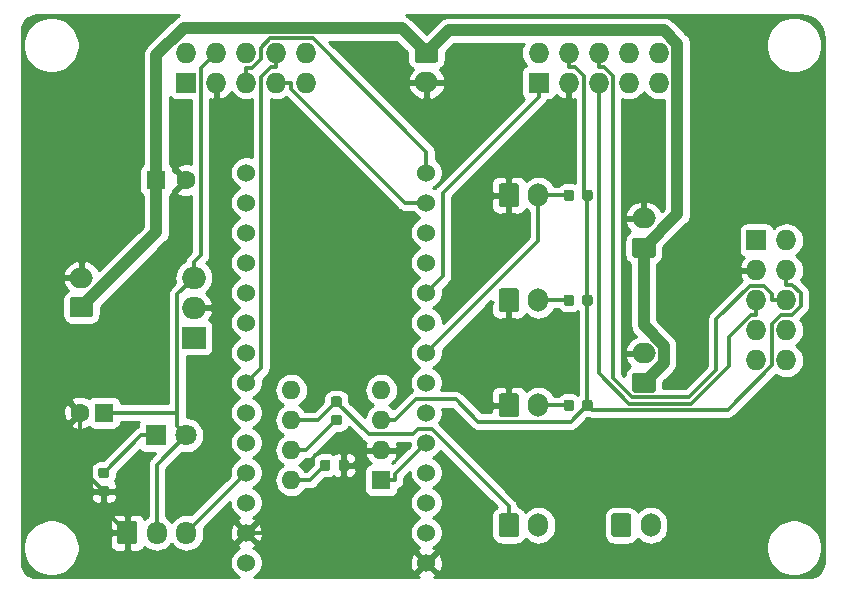
<source format=gbr>
G04 #@! TF.GenerationSoftware,KiCad,Pcbnew,(5.1.2)-2*
G04 #@! TF.CreationDate,2021-07-01T16:30:17+09:00*
G04 #@! TF.ProjectId,stepper_tokutyu,73746570-7065-4725-9f74-6f6b75747975,rev?*
G04 #@! TF.SameCoordinates,Original*
G04 #@! TF.FileFunction,Copper,L2,Bot*
G04 #@! TF.FilePolarity,Positive*
%FSLAX46Y46*%
G04 Gerber Fmt 4.6, Leading zero omitted, Abs format (unit mm)*
G04 Created by KiCad (PCBNEW (5.1.2)-2) date 2021-07-01 16:30:17*
%MOMM*%
%LPD*%
G04 APERTURE LIST*
%ADD10R,1.600000X1.600000*%
%ADD11C,1.600000*%
%ADD12C,0.100000*%
%ADD13C,1.700000*%
%ADD14O,2.000000X1.700000*%
%ADD15O,1.727200X1.727200*%
%ADD16R,1.727200X1.727200*%
%ADD17O,1.700000X2.000000*%
%ADD18O,1.700000X1.950000*%
%ADD19C,0.875000*%
%ADD20R,2.000000X1.905000*%
%ADD21O,2.000000X1.905000*%
%ADD22C,1.524000*%
%ADD23O,1.600000X1.600000*%
%ADD24R,1.800000X1.800000*%
%ADD25C,1.800000*%
%ADD26C,0.800000*%
%ADD27C,1.000000*%
%ADD28C,0.300000*%
%ADD29C,0.254000*%
G04 APERTURE END LIST*
D10*
X117475000Y-117475000D03*
D11*
X119975000Y-117475000D03*
D10*
X113030000Y-137160000D03*
D11*
X111030000Y-137160000D03*
D12*
G36*
X111899504Y-127381204D02*
G01*
X111923773Y-127384804D01*
X111947571Y-127390765D01*
X111970671Y-127399030D01*
X111992849Y-127409520D01*
X112013893Y-127422133D01*
X112033598Y-127436747D01*
X112051777Y-127453223D01*
X112068253Y-127471402D01*
X112082867Y-127491107D01*
X112095480Y-127512151D01*
X112105970Y-127534329D01*
X112114235Y-127557429D01*
X112120196Y-127581227D01*
X112123796Y-127605496D01*
X112125000Y-127630000D01*
X112125000Y-128830000D01*
X112123796Y-128854504D01*
X112120196Y-128878773D01*
X112114235Y-128902571D01*
X112105970Y-128925671D01*
X112095480Y-128947849D01*
X112082867Y-128968893D01*
X112068253Y-128988598D01*
X112051777Y-129006777D01*
X112033598Y-129023253D01*
X112013893Y-129037867D01*
X111992849Y-129050480D01*
X111970671Y-129060970D01*
X111947571Y-129069235D01*
X111923773Y-129075196D01*
X111899504Y-129078796D01*
X111875000Y-129080000D01*
X110375000Y-129080000D01*
X110350496Y-129078796D01*
X110326227Y-129075196D01*
X110302429Y-129069235D01*
X110279329Y-129060970D01*
X110257151Y-129050480D01*
X110236107Y-129037867D01*
X110216402Y-129023253D01*
X110198223Y-129006777D01*
X110181747Y-128988598D01*
X110167133Y-128968893D01*
X110154520Y-128947849D01*
X110144030Y-128925671D01*
X110135765Y-128902571D01*
X110129804Y-128878773D01*
X110126204Y-128854504D01*
X110125000Y-128830000D01*
X110125000Y-127630000D01*
X110126204Y-127605496D01*
X110129804Y-127581227D01*
X110135765Y-127557429D01*
X110144030Y-127534329D01*
X110154520Y-127512151D01*
X110167133Y-127491107D01*
X110181747Y-127471402D01*
X110198223Y-127453223D01*
X110216402Y-127436747D01*
X110236107Y-127422133D01*
X110257151Y-127409520D01*
X110279329Y-127399030D01*
X110302429Y-127390765D01*
X110326227Y-127384804D01*
X110350496Y-127381204D01*
X110375000Y-127380000D01*
X111875000Y-127380000D01*
X111899504Y-127381204D01*
X111899504Y-127381204D01*
G37*
D13*
X111125000Y-128230000D03*
D14*
X111125000Y-125730000D03*
D15*
X170815000Y-132715000D03*
X168275000Y-132715000D03*
X170815000Y-130175000D03*
X168275000Y-130175000D03*
X170815000Y-127635000D03*
X168275000Y-127635000D03*
X170815000Y-125095000D03*
X168275000Y-125095000D03*
X170815000Y-122555000D03*
D16*
X168275000Y-122555000D03*
D12*
G36*
X141109504Y-105831204D02*
G01*
X141133773Y-105834804D01*
X141157571Y-105840765D01*
X141180671Y-105849030D01*
X141202849Y-105859520D01*
X141223893Y-105872133D01*
X141243598Y-105886747D01*
X141261777Y-105903223D01*
X141278253Y-105921402D01*
X141292867Y-105941107D01*
X141305480Y-105962151D01*
X141315970Y-105984329D01*
X141324235Y-106007429D01*
X141330196Y-106031227D01*
X141333796Y-106055496D01*
X141335000Y-106080000D01*
X141335000Y-107280000D01*
X141333796Y-107304504D01*
X141330196Y-107328773D01*
X141324235Y-107352571D01*
X141315970Y-107375671D01*
X141305480Y-107397849D01*
X141292867Y-107418893D01*
X141278253Y-107438598D01*
X141261777Y-107456777D01*
X141243598Y-107473253D01*
X141223893Y-107487867D01*
X141202849Y-107500480D01*
X141180671Y-107510970D01*
X141157571Y-107519235D01*
X141133773Y-107525196D01*
X141109504Y-107528796D01*
X141085000Y-107530000D01*
X139585000Y-107530000D01*
X139560496Y-107528796D01*
X139536227Y-107525196D01*
X139512429Y-107519235D01*
X139489329Y-107510970D01*
X139467151Y-107500480D01*
X139446107Y-107487867D01*
X139426402Y-107473253D01*
X139408223Y-107456777D01*
X139391747Y-107438598D01*
X139377133Y-107418893D01*
X139364520Y-107397849D01*
X139354030Y-107375671D01*
X139345765Y-107352571D01*
X139339804Y-107328773D01*
X139336204Y-107304504D01*
X139335000Y-107280000D01*
X139335000Y-106080000D01*
X139336204Y-106055496D01*
X139339804Y-106031227D01*
X139345765Y-106007429D01*
X139354030Y-105984329D01*
X139364520Y-105962151D01*
X139377133Y-105941107D01*
X139391747Y-105921402D01*
X139408223Y-105903223D01*
X139426402Y-105886747D01*
X139446107Y-105872133D01*
X139467151Y-105859520D01*
X139489329Y-105849030D01*
X139512429Y-105840765D01*
X139536227Y-105834804D01*
X139560496Y-105831204D01*
X139585000Y-105830000D01*
X141085000Y-105830000D01*
X141109504Y-105831204D01*
X141109504Y-105831204D01*
G37*
D13*
X140335000Y-106680000D03*
D14*
X140335000Y-109180000D03*
X158750000Y-120690000D03*
D12*
G36*
X159524504Y-122341204D02*
G01*
X159548773Y-122344804D01*
X159572571Y-122350765D01*
X159595671Y-122359030D01*
X159617849Y-122369520D01*
X159638893Y-122382133D01*
X159658598Y-122396747D01*
X159676777Y-122413223D01*
X159693253Y-122431402D01*
X159707867Y-122451107D01*
X159720480Y-122472151D01*
X159730970Y-122494329D01*
X159739235Y-122517429D01*
X159745196Y-122541227D01*
X159748796Y-122565496D01*
X159750000Y-122590000D01*
X159750000Y-123790000D01*
X159748796Y-123814504D01*
X159745196Y-123838773D01*
X159739235Y-123862571D01*
X159730970Y-123885671D01*
X159720480Y-123907849D01*
X159707867Y-123928893D01*
X159693253Y-123948598D01*
X159676777Y-123966777D01*
X159658598Y-123983253D01*
X159638893Y-123997867D01*
X159617849Y-124010480D01*
X159595671Y-124020970D01*
X159572571Y-124029235D01*
X159548773Y-124035196D01*
X159524504Y-124038796D01*
X159500000Y-124040000D01*
X158000000Y-124040000D01*
X157975496Y-124038796D01*
X157951227Y-124035196D01*
X157927429Y-124029235D01*
X157904329Y-124020970D01*
X157882151Y-124010480D01*
X157861107Y-123997867D01*
X157841402Y-123983253D01*
X157823223Y-123966777D01*
X157806747Y-123948598D01*
X157792133Y-123928893D01*
X157779520Y-123907849D01*
X157769030Y-123885671D01*
X157760765Y-123862571D01*
X157754804Y-123838773D01*
X157751204Y-123814504D01*
X157750000Y-123790000D01*
X157750000Y-122590000D01*
X157751204Y-122565496D01*
X157754804Y-122541227D01*
X157760765Y-122517429D01*
X157769030Y-122494329D01*
X157779520Y-122472151D01*
X157792133Y-122451107D01*
X157806747Y-122431402D01*
X157823223Y-122413223D01*
X157841402Y-122396747D01*
X157861107Y-122382133D01*
X157882151Y-122369520D01*
X157904329Y-122359030D01*
X157927429Y-122350765D01*
X157951227Y-122344804D01*
X157975496Y-122341204D01*
X158000000Y-122340000D01*
X159500000Y-122340000D01*
X159524504Y-122341204D01*
X159524504Y-122341204D01*
G37*
D13*
X158750000Y-123190000D03*
D17*
X149820000Y-136525000D03*
D12*
G36*
X147944504Y-135526204D02*
G01*
X147968773Y-135529804D01*
X147992571Y-135535765D01*
X148015671Y-135544030D01*
X148037849Y-135554520D01*
X148058893Y-135567133D01*
X148078598Y-135581747D01*
X148096777Y-135598223D01*
X148113253Y-135616402D01*
X148127867Y-135636107D01*
X148140480Y-135657151D01*
X148150970Y-135679329D01*
X148159235Y-135702429D01*
X148165196Y-135726227D01*
X148168796Y-135750496D01*
X148170000Y-135775000D01*
X148170000Y-137275000D01*
X148168796Y-137299504D01*
X148165196Y-137323773D01*
X148159235Y-137347571D01*
X148150970Y-137370671D01*
X148140480Y-137392849D01*
X148127867Y-137413893D01*
X148113253Y-137433598D01*
X148096777Y-137451777D01*
X148078598Y-137468253D01*
X148058893Y-137482867D01*
X148037849Y-137495480D01*
X148015671Y-137505970D01*
X147992571Y-137514235D01*
X147968773Y-137520196D01*
X147944504Y-137523796D01*
X147920000Y-137525000D01*
X146720000Y-137525000D01*
X146695496Y-137523796D01*
X146671227Y-137520196D01*
X146647429Y-137514235D01*
X146624329Y-137505970D01*
X146602151Y-137495480D01*
X146581107Y-137482867D01*
X146561402Y-137468253D01*
X146543223Y-137451777D01*
X146526747Y-137433598D01*
X146512133Y-137413893D01*
X146499520Y-137392849D01*
X146489030Y-137370671D01*
X146480765Y-137347571D01*
X146474804Y-137323773D01*
X146471204Y-137299504D01*
X146470000Y-137275000D01*
X146470000Y-135775000D01*
X146471204Y-135750496D01*
X146474804Y-135726227D01*
X146480765Y-135702429D01*
X146489030Y-135679329D01*
X146499520Y-135657151D01*
X146512133Y-135636107D01*
X146526747Y-135616402D01*
X146543223Y-135598223D01*
X146561402Y-135581747D01*
X146581107Y-135567133D01*
X146602151Y-135554520D01*
X146624329Y-135544030D01*
X146647429Y-135535765D01*
X146671227Y-135529804D01*
X146695496Y-135526204D01*
X146720000Y-135525000D01*
X147920000Y-135525000D01*
X147944504Y-135526204D01*
X147944504Y-135526204D01*
G37*
D13*
X147320000Y-136525000D03*
D12*
G36*
X147944504Y-126636204D02*
G01*
X147968773Y-126639804D01*
X147992571Y-126645765D01*
X148015671Y-126654030D01*
X148037849Y-126664520D01*
X148058893Y-126677133D01*
X148078598Y-126691747D01*
X148096777Y-126708223D01*
X148113253Y-126726402D01*
X148127867Y-126746107D01*
X148140480Y-126767151D01*
X148150970Y-126789329D01*
X148159235Y-126812429D01*
X148165196Y-126836227D01*
X148168796Y-126860496D01*
X148170000Y-126885000D01*
X148170000Y-128385000D01*
X148168796Y-128409504D01*
X148165196Y-128433773D01*
X148159235Y-128457571D01*
X148150970Y-128480671D01*
X148140480Y-128502849D01*
X148127867Y-128523893D01*
X148113253Y-128543598D01*
X148096777Y-128561777D01*
X148078598Y-128578253D01*
X148058893Y-128592867D01*
X148037849Y-128605480D01*
X148015671Y-128615970D01*
X147992571Y-128624235D01*
X147968773Y-128630196D01*
X147944504Y-128633796D01*
X147920000Y-128635000D01*
X146720000Y-128635000D01*
X146695496Y-128633796D01*
X146671227Y-128630196D01*
X146647429Y-128624235D01*
X146624329Y-128615970D01*
X146602151Y-128605480D01*
X146581107Y-128592867D01*
X146561402Y-128578253D01*
X146543223Y-128561777D01*
X146526747Y-128543598D01*
X146512133Y-128523893D01*
X146499520Y-128502849D01*
X146489030Y-128480671D01*
X146480765Y-128457571D01*
X146474804Y-128433773D01*
X146471204Y-128409504D01*
X146470000Y-128385000D01*
X146470000Y-126885000D01*
X146471204Y-126860496D01*
X146474804Y-126836227D01*
X146480765Y-126812429D01*
X146489030Y-126789329D01*
X146499520Y-126767151D01*
X146512133Y-126746107D01*
X146526747Y-126726402D01*
X146543223Y-126708223D01*
X146561402Y-126691747D01*
X146581107Y-126677133D01*
X146602151Y-126664520D01*
X146624329Y-126654030D01*
X146647429Y-126645765D01*
X146671227Y-126639804D01*
X146695496Y-126636204D01*
X146720000Y-126635000D01*
X147920000Y-126635000D01*
X147944504Y-126636204D01*
X147944504Y-126636204D01*
G37*
D13*
X147320000Y-127635000D03*
D17*
X149820000Y-127635000D03*
D12*
G36*
X159524504Y-133771204D02*
G01*
X159548773Y-133774804D01*
X159572571Y-133780765D01*
X159595671Y-133789030D01*
X159617849Y-133799520D01*
X159638893Y-133812133D01*
X159658598Y-133826747D01*
X159676777Y-133843223D01*
X159693253Y-133861402D01*
X159707867Y-133881107D01*
X159720480Y-133902151D01*
X159730970Y-133924329D01*
X159739235Y-133947429D01*
X159745196Y-133971227D01*
X159748796Y-133995496D01*
X159750000Y-134020000D01*
X159750000Y-135220000D01*
X159748796Y-135244504D01*
X159745196Y-135268773D01*
X159739235Y-135292571D01*
X159730970Y-135315671D01*
X159720480Y-135337849D01*
X159707867Y-135358893D01*
X159693253Y-135378598D01*
X159676777Y-135396777D01*
X159658598Y-135413253D01*
X159638893Y-135427867D01*
X159617849Y-135440480D01*
X159595671Y-135450970D01*
X159572571Y-135459235D01*
X159548773Y-135465196D01*
X159524504Y-135468796D01*
X159500000Y-135470000D01*
X158000000Y-135470000D01*
X157975496Y-135468796D01*
X157951227Y-135465196D01*
X157927429Y-135459235D01*
X157904329Y-135450970D01*
X157882151Y-135440480D01*
X157861107Y-135427867D01*
X157841402Y-135413253D01*
X157823223Y-135396777D01*
X157806747Y-135378598D01*
X157792133Y-135358893D01*
X157779520Y-135337849D01*
X157769030Y-135315671D01*
X157760765Y-135292571D01*
X157754804Y-135268773D01*
X157751204Y-135244504D01*
X157750000Y-135220000D01*
X157750000Y-134020000D01*
X157751204Y-133995496D01*
X157754804Y-133971227D01*
X157760765Y-133947429D01*
X157769030Y-133924329D01*
X157779520Y-133902151D01*
X157792133Y-133881107D01*
X157806747Y-133861402D01*
X157823223Y-133843223D01*
X157841402Y-133826747D01*
X157861107Y-133812133D01*
X157882151Y-133799520D01*
X157904329Y-133789030D01*
X157927429Y-133780765D01*
X157951227Y-133774804D01*
X157975496Y-133771204D01*
X158000000Y-133770000D01*
X159500000Y-133770000D01*
X159524504Y-133771204D01*
X159524504Y-133771204D01*
G37*
D13*
X158750000Y-134620000D03*
D14*
X158750000Y-132120000D03*
D17*
X149820000Y-118745000D03*
D12*
G36*
X147944504Y-117746204D02*
G01*
X147968773Y-117749804D01*
X147992571Y-117755765D01*
X148015671Y-117764030D01*
X148037849Y-117774520D01*
X148058893Y-117787133D01*
X148078598Y-117801747D01*
X148096777Y-117818223D01*
X148113253Y-117836402D01*
X148127867Y-117856107D01*
X148140480Y-117877151D01*
X148150970Y-117899329D01*
X148159235Y-117922429D01*
X148165196Y-117946227D01*
X148168796Y-117970496D01*
X148170000Y-117995000D01*
X148170000Y-119495000D01*
X148168796Y-119519504D01*
X148165196Y-119543773D01*
X148159235Y-119567571D01*
X148150970Y-119590671D01*
X148140480Y-119612849D01*
X148127867Y-119633893D01*
X148113253Y-119653598D01*
X148096777Y-119671777D01*
X148078598Y-119688253D01*
X148058893Y-119702867D01*
X148037849Y-119715480D01*
X148015671Y-119725970D01*
X147992571Y-119734235D01*
X147968773Y-119740196D01*
X147944504Y-119743796D01*
X147920000Y-119745000D01*
X146720000Y-119745000D01*
X146695496Y-119743796D01*
X146671227Y-119740196D01*
X146647429Y-119734235D01*
X146624329Y-119725970D01*
X146602151Y-119715480D01*
X146581107Y-119702867D01*
X146561402Y-119688253D01*
X146543223Y-119671777D01*
X146526747Y-119653598D01*
X146512133Y-119633893D01*
X146499520Y-119612849D01*
X146489030Y-119590671D01*
X146480765Y-119567571D01*
X146474804Y-119543773D01*
X146471204Y-119519504D01*
X146470000Y-119495000D01*
X146470000Y-117995000D01*
X146471204Y-117970496D01*
X146474804Y-117946227D01*
X146480765Y-117922429D01*
X146489030Y-117899329D01*
X146499520Y-117877151D01*
X146512133Y-117856107D01*
X146526747Y-117836402D01*
X146543223Y-117818223D01*
X146561402Y-117801747D01*
X146581107Y-117787133D01*
X146602151Y-117774520D01*
X146624329Y-117764030D01*
X146647429Y-117755765D01*
X146671227Y-117749804D01*
X146695496Y-117746204D01*
X146720000Y-117745000D01*
X147920000Y-117745000D01*
X147944504Y-117746204D01*
X147944504Y-117746204D01*
G37*
D13*
X147320000Y-118745000D03*
D16*
X149860000Y-109220000D03*
D15*
X149860000Y-106680000D03*
X152400000Y-109220000D03*
X152400000Y-106680000D03*
X154940000Y-109220000D03*
X154940000Y-106680000D03*
X157480000Y-109220000D03*
X157480000Y-106680000D03*
X160020000Y-109220000D03*
X160020000Y-106680000D03*
D17*
X149820000Y-146685000D03*
D12*
G36*
X147944504Y-145686204D02*
G01*
X147968773Y-145689804D01*
X147992571Y-145695765D01*
X148015671Y-145704030D01*
X148037849Y-145714520D01*
X148058893Y-145727133D01*
X148078598Y-145741747D01*
X148096777Y-145758223D01*
X148113253Y-145776402D01*
X148127867Y-145796107D01*
X148140480Y-145817151D01*
X148150970Y-145839329D01*
X148159235Y-145862429D01*
X148165196Y-145886227D01*
X148168796Y-145910496D01*
X148170000Y-145935000D01*
X148170000Y-147435000D01*
X148168796Y-147459504D01*
X148165196Y-147483773D01*
X148159235Y-147507571D01*
X148150970Y-147530671D01*
X148140480Y-147552849D01*
X148127867Y-147573893D01*
X148113253Y-147593598D01*
X148096777Y-147611777D01*
X148078598Y-147628253D01*
X148058893Y-147642867D01*
X148037849Y-147655480D01*
X148015671Y-147665970D01*
X147992571Y-147674235D01*
X147968773Y-147680196D01*
X147944504Y-147683796D01*
X147920000Y-147685000D01*
X146720000Y-147685000D01*
X146695496Y-147683796D01*
X146671227Y-147680196D01*
X146647429Y-147674235D01*
X146624329Y-147665970D01*
X146602151Y-147655480D01*
X146581107Y-147642867D01*
X146561402Y-147628253D01*
X146543223Y-147611777D01*
X146526747Y-147593598D01*
X146512133Y-147573893D01*
X146499520Y-147552849D01*
X146489030Y-147530671D01*
X146480765Y-147507571D01*
X146474804Y-147483773D01*
X146471204Y-147459504D01*
X146470000Y-147435000D01*
X146470000Y-145935000D01*
X146471204Y-145910496D01*
X146474804Y-145886227D01*
X146480765Y-145862429D01*
X146489030Y-145839329D01*
X146499520Y-145817151D01*
X146512133Y-145796107D01*
X146526747Y-145776402D01*
X146543223Y-145758223D01*
X146561402Y-145741747D01*
X146581107Y-145727133D01*
X146602151Y-145714520D01*
X146624329Y-145704030D01*
X146647429Y-145695765D01*
X146671227Y-145689804D01*
X146695496Y-145686204D01*
X146720000Y-145685000D01*
X147920000Y-145685000D01*
X147944504Y-145686204D01*
X147944504Y-145686204D01*
G37*
D13*
X147320000Y-146685000D03*
D12*
G36*
X157469504Y-145686204D02*
G01*
X157493773Y-145689804D01*
X157517571Y-145695765D01*
X157540671Y-145704030D01*
X157562849Y-145714520D01*
X157583893Y-145727133D01*
X157603598Y-145741747D01*
X157621777Y-145758223D01*
X157638253Y-145776402D01*
X157652867Y-145796107D01*
X157665480Y-145817151D01*
X157675970Y-145839329D01*
X157684235Y-145862429D01*
X157690196Y-145886227D01*
X157693796Y-145910496D01*
X157695000Y-145935000D01*
X157695000Y-147435000D01*
X157693796Y-147459504D01*
X157690196Y-147483773D01*
X157684235Y-147507571D01*
X157675970Y-147530671D01*
X157665480Y-147552849D01*
X157652867Y-147573893D01*
X157638253Y-147593598D01*
X157621777Y-147611777D01*
X157603598Y-147628253D01*
X157583893Y-147642867D01*
X157562849Y-147655480D01*
X157540671Y-147665970D01*
X157517571Y-147674235D01*
X157493773Y-147680196D01*
X157469504Y-147683796D01*
X157445000Y-147685000D01*
X156245000Y-147685000D01*
X156220496Y-147683796D01*
X156196227Y-147680196D01*
X156172429Y-147674235D01*
X156149329Y-147665970D01*
X156127151Y-147655480D01*
X156106107Y-147642867D01*
X156086402Y-147628253D01*
X156068223Y-147611777D01*
X156051747Y-147593598D01*
X156037133Y-147573893D01*
X156024520Y-147552849D01*
X156014030Y-147530671D01*
X156005765Y-147507571D01*
X155999804Y-147483773D01*
X155996204Y-147459504D01*
X155995000Y-147435000D01*
X155995000Y-145935000D01*
X155996204Y-145910496D01*
X155999804Y-145886227D01*
X156005765Y-145862429D01*
X156014030Y-145839329D01*
X156024520Y-145817151D01*
X156037133Y-145796107D01*
X156051747Y-145776402D01*
X156068223Y-145758223D01*
X156086402Y-145741747D01*
X156106107Y-145727133D01*
X156127151Y-145714520D01*
X156149329Y-145704030D01*
X156172429Y-145695765D01*
X156196227Y-145689804D01*
X156220496Y-145686204D01*
X156245000Y-145685000D01*
X157445000Y-145685000D01*
X157469504Y-145686204D01*
X157469504Y-145686204D01*
G37*
D13*
X156845000Y-146685000D03*
D17*
X159345000Y-146685000D03*
D16*
X120015000Y-109220000D03*
D15*
X120015000Y-106680000D03*
X122555000Y-109220000D03*
X122555000Y-106680000D03*
X125095000Y-109220000D03*
X125095000Y-106680000D03*
X127635000Y-109220000D03*
X127635000Y-106680000D03*
X130175000Y-109220000D03*
X130175000Y-106680000D03*
D12*
G36*
X115639504Y-146346204D02*
G01*
X115663773Y-146349804D01*
X115687571Y-146355765D01*
X115710671Y-146364030D01*
X115732849Y-146374520D01*
X115753893Y-146387133D01*
X115773598Y-146401747D01*
X115791777Y-146418223D01*
X115808253Y-146436402D01*
X115822867Y-146456107D01*
X115835480Y-146477151D01*
X115845970Y-146499329D01*
X115854235Y-146522429D01*
X115860196Y-146546227D01*
X115863796Y-146570496D01*
X115865000Y-146595000D01*
X115865000Y-148045000D01*
X115863796Y-148069504D01*
X115860196Y-148093773D01*
X115854235Y-148117571D01*
X115845970Y-148140671D01*
X115835480Y-148162849D01*
X115822867Y-148183893D01*
X115808253Y-148203598D01*
X115791777Y-148221777D01*
X115773598Y-148238253D01*
X115753893Y-148252867D01*
X115732849Y-148265480D01*
X115710671Y-148275970D01*
X115687571Y-148284235D01*
X115663773Y-148290196D01*
X115639504Y-148293796D01*
X115615000Y-148295000D01*
X114415000Y-148295000D01*
X114390496Y-148293796D01*
X114366227Y-148290196D01*
X114342429Y-148284235D01*
X114319329Y-148275970D01*
X114297151Y-148265480D01*
X114276107Y-148252867D01*
X114256402Y-148238253D01*
X114238223Y-148221777D01*
X114221747Y-148203598D01*
X114207133Y-148183893D01*
X114194520Y-148162849D01*
X114184030Y-148140671D01*
X114175765Y-148117571D01*
X114169804Y-148093773D01*
X114166204Y-148069504D01*
X114165000Y-148045000D01*
X114165000Y-146595000D01*
X114166204Y-146570496D01*
X114169804Y-146546227D01*
X114175765Y-146522429D01*
X114184030Y-146499329D01*
X114194520Y-146477151D01*
X114207133Y-146456107D01*
X114221747Y-146436402D01*
X114238223Y-146418223D01*
X114256402Y-146401747D01*
X114276107Y-146387133D01*
X114297151Y-146374520D01*
X114319329Y-146364030D01*
X114342429Y-146355765D01*
X114366227Y-146349804D01*
X114390496Y-146346204D01*
X114415000Y-146345000D01*
X115615000Y-146345000D01*
X115639504Y-146346204D01*
X115639504Y-146346204D01*
G37*
D13*
X115015000Y-147320000D03*
D18*
X117515000Y-147320000D03*
X120015000Y-147320000D03*
D12*
G36*
X152640691Y-136051053D02*
G01*
X152661926Y-136054203D01*
X152682750Y-136059419D01*
X152702962Y-136066651D01*
X152722368Y-136075830D01*
X152740781Y-136086866D01*
X152758024Y-136099654D01*
X152773930Y-136114070D01*
X152788346Y-136129976D01*
X152801134Y-136147219D01*
X152812170Y-136165632D01*
X152821349Y-136185038D01*
X152828581Y-136205250D01*
X152833797Y-136226074D01*
X152836947Y-136247309D01*
X152838000Y-136268750D01*
X152838000Y-136781250D01*
X152836947Y-136802691D01*
X152833797Y-136823926D01*
X152828581Y-136844750D01*
X152821349Y-136864962D01*
X152812170Y-136884368D01*
X152801134Y-136902781D01*
X152788346Y-136920024D01*
X152773930Y-136935930D01*
X152758024Y-136950346D01*
X152740781Y-136963134D01*
X152722368Y-136974170D01*
X152702962Y-136983349D01*
X152682750Y-136990581D01*
X152661926Y-136995797D01*
X152640691Y-136998947D01*
X152619250Y-137000000D01*
X152181750Y-137000000D01*
X152160309Y-136998947D01*
X152139074Y-136995797D01*
X152118250Y-136990581D01*
X152098038Y-136983349D01*
X152078632Y-136974170D01*
X152060219Y-136963134D01*
X152042976Y-136950346D01*
X152027070Y-136935930D01*
X152012654Y-136920024D01*
X151999866Y-136902781D01*
X151988830Y-136884368D01*
X151979651Y-136864962D01*
X151972419Y-136844750D01*
X151967203Y-136823926D01*
X151964053Y-136802691D01*
X151963000Y-136781250D01*
X151963000Y-136268750D01*
X151964053Y-136247309D01*
X151967203Y-136226074D01*
X151972419Y-136205250D01*
X151979651Y-136185038D01*
X151988830Y-136165632D01*
X151999866Y-136147219D01*
X152012654Y-136129976D01*
X152027070Y-136114070D01*
X152042976Y-136099654D01*
X152060219Y-136086866D01*
X152078632Y-136075830D01*
X152098038Y-136066651D01*
X152118250Y-136059419D01*
X152139074Y-136054203D01*
X152160309Y-136051053D01*
X152181750Y-136050000D01*
X152619250Y-136050000D01*
X152640691Y-136051053D01*
X152640691Y-136051053D01*
G37*
D19*
X152400500Y-136525000D03*
D12*
G36*
X154215691Y-136051053D02*
G01*
X154236926Y-136054203D01*
X154257750Y-136059419D01*
X154277962Y-136066651D01*
X154297368Y-136075830D01*
X154315781Y-136086866D01*
X154333024Y-136099654D01*
X154348930Y-136114070D01*
X154363346Y-136129976D01*
X154376134Y-136147219D01*
X154387170Y-136165632D01*
X154396349Y-136185038D01*
X154403581Y-136205250D01*
X154408797Y-136226074D01*
X154411947Y-136247309D01*
X154413000Y-136268750D01*
X154413000Y-136781250D01*
X154411947Y-136802691D01*
X154408797Y-136823926D01*
X154403581Y-136844750D01*
X154396349Y-136864962D01*
X154387170Y-136884368D01*
X154376134Y-136902781D01*
X154363346Y-136920024D01*
X154348930Y-136935930D01*
X154333024Y-136950346D01*
X154315781Y-136963134D01*
X154297368Y-136974170D01*
X154277962Y-136983349D01*
X154257750Y-136990581D01*
X154236926Y-136995797D01*
X154215691Y-136998947D01*
X154194250Y-137000000D01*
X153756750Y-137000000D01*
X153735309Y-136998947D01*
X153714074Y-136995797D01*
X153693250Y-136990581D01*
X153673038Y-136983349D01*
X153653632Y-136974170D01*
X153635219Y-136963134D01*
X153617976Y-136950346D01*
X153602070Y-136935930D01*
X153587654Y-136920024D01*
X153574866Y-136902781D01*
X153563830Y-136884368D01*
X153554651Y-136864962D01*
X153547419Y-136844750D01*
X153542203Y-136823926D01*
X153539053Y-136802691D01*
X153538000Y-136781250D01*
X153538000Y-136268750D01*
X153539053Y-136247309D01*
X153542203Y-136226074D01*
X153547419Y-136205250D01*
X153554651Y-136185038D01*
X153563830Y-136165632D01*
X153574866Y-136147219D01*
X153587654Y-136129976D01*
X153602070Y-136114070D01*
X153617976Y-136099654D01*
X153635219Y-136086866D01*
X153653632Y-136075830D01*
X153673038Y-136066651D01*
X153693250Y-136059419D01*
X153714074Y-136054203D01*
X153735309Y-136051053D01*
X153756750Y-136050000D01*
X154194250Y-136050000D01*
X154215691Y-136051053D01*
X154215691Y-136051053D01*
G37*
D19*
X153975500Y-136525000D03*
D12*
G36*
X154215691Y-127161053D02*
G01*
X154236926Y-127164203D01*
X154257750Y-127169419D01*
X154277962Y-127176651D01*
X154297368Y-127185830D01*
X154315781Y-127196866D01*
X154333024Y-127209654D01*
X154348930Y-127224070D01*
X154363346Y-127239976D01*
X154376134Y-127257219D01*
X154387170Y-127275632D01*
X154396349Y-127295038D01*
X154403581Y-127315250D01*
X154408797Y-127336074D01*
X154411947Y-127357309D01*
X154413000Y-127378750D01*
X154413000Y-127891250D01*
X154411947Y-127912691D01*
X154408797Y-127933926D01*
X154403581Y-127954750D01*
X154396349Y-127974962D01*
X154387170Y-127994368D01*
X154376134Y-128012781D01*
X154363346Y-128030024D01*
X154348930Y-128045930D01*
X154333024Y-128060346D01*
X154315781Y-128073134D01*
X154297368Y-128084170D01*
X154277962Y-128093349D01*
X154257750Y-128100581D01*
X154236926Y-128105797D01*
X154215691Y-128108947D01*
X154194250Y-128110000D01*
X153756750Y-128110000D01*
X153735309Y-128108947D01*
X153714074Y-128105797D01*
X153693250Y-128100581D01*
X153673038Y-128093349D01*
X153653632Y-128084170D01*
X153635219Y-128073134D01*
X153617976Y-128060346D01*
X153602070Y-128045930D01*
X153587654Y-128030024D01*
X153574866Y-128012781D01*
X153563830Y-127994368D01*
X153554651Y-127974962D01*
X153547419Y-127954750D01*
X153542203Y-127933926D01*
X153539053Y-127912691D01*
X153538000Y-127891250D01*
X153538000Y-127378750D01*
X153539053Y-127357309D01*
X153542203Y-127336074D01*
X153547419Y-127315250D01*
X153554651Y-127295038D01*
X153563830Y-127275632D01*
X153574866Y-127257219D01*
X153587654Y-127239976D01*
X153602070Y-127224070D01*
X153617976Y-127209654D01*
X153635219Y-127196866D01*
X153653632Y-127185830D01*
X153673038Y-127176651D01*
X153693250Y-127169419D01*
X153714074Y-127164203D01*
X153735309Y-127161053D01*
X153756750Y-127160000D01*
X154194250Y-127160000D01*
X154215691Y-127161053D01*
X154215691Y-127161053D01*
G37*
D19*
X153975500Y-127635000D03*
D12*
G36*
X152640691Y-127161053D02*
G01*
X152661926Y-127164203D01*
X152682750Y-127169419D01*
X152702962Y-127176651D01*
X152722368Y-127185830D01*
X152740781Y-127196866D01*
X152758024Y-127209654D01*
X152773930Y-127224070D01*
X152788346Y-127239976D01*
X152801134Y-127257219D01*
X152812170Y-127275632D01*
X152821349Y-127295038D01*
X152828581Y-127315250D01*
X152833797Y-127336074D01*
X152836947Y-127357309D01*
X152838000Y-127378750D01*
X152838000Y-127891250D01*
X152836947Y-127912691D01*
X152833797Y-127933926D01*
X152828581Y-127954750D01*
X152821349Y-127974962D01*
X152812170Y-127994368D01*
X152801134Y-128012781D01*
X152788346Y-128030024D01*
X152773930Y-128045930D01*
X152758024Y-128060346D01*
X152740781Y-128073134D01*
X152722368Y-128084170D01*
X152702962Y-128093349D01*
X152682750Y-128100581D01*
X152661926Y-128105797D01*
X152640691Y-128108947D01*
X152619250Y-128110000D01*
X152181750Y-128110000D01*
X152160309Y-128108947D01*
X152139074Y-128105797D01*
X152118250Y-128100581D01*
X152098038Y-128093349D01*
X152078632Y-128084170D01*
X152060219Y-128073134D01*
X152042976Y-128060346D01*
X152027070Y-128045930D01*
X152012654Y-128030024D01*
X151999866Y-128012781D01*
X151988830Y-127994368D01*
X151979651Y-127974962D01*
X151972419Y-127954750D01*
X151967203Y-127933926D01*
X151964053Y-127912691D01*
X151963000Y-127891250D01*
X151963000Y-127378750D01*
X151964053Y-127357309D01*
X151967203Y-127336074D01*
X151972419Y-127315250D01*
X151979651Y-127295038D01*
X151988830Y-127275632D01*
X151999866Y-127257219D01*
X152012654Y-127239976D01*
X152027070Y-127224070D01*
X152042976Y-127209654D01*
X152060219Y-127196866D01*
X152078632Y-127185830D01*
X152098038Y-127176651D01*
X152118250Y-127169419D01*
X152139074Y-127164203D01*
X152160309Y-127161053D01*
X152181750Y-127160000D01*
X152619250Y-127160000D01*
X152640691Y-127161053D01*
X152640691Y-127161053D01*
G37*
D19*
X152400500Y-127635000D03*
D12*
G36*
X154215691Y-118271053D02*
G01*
X154236926Y-118274203D01*
X154257750Y-118279419D01*
X154277962Y-118286651D01*
X154297368Y-118295830D01*
X154315781Y-118306866D01*
X154333024Y-118319654D01*
X154348930Y-118334070D01*
X154363346Y-118349976D01*
X154376134Y-118367219D01*
X154387170Y-118385632D01*
X154396349Y-118405038D01*
X154403581Y-118425250D01*
X154408797Y-118446074D01*
X154411947Y-118467309D01*
X154413000Y-118488750D01*
X154413000Y-119001250D01*
X154411947Y-119022691D01*
X154408797Y-119043926D01*
X154403581Y-119064750D01*
X154396349Y-119084962D01*
X154387170Y-119104368D01*
X154376134Y-119122781D01*
X154363346Y-119140024D01*
X154348930Y-119155930D01*
X154333024Y-119170346D01*
X154315781Y-119183134D01*
X154297368Y-119194170D01*
X154277962Y-119203349D01*
X154257750Y-119210581D01*
X154236926Y-119215797D01*
X154215691Y-119218947D01*
X154194250Y-119220000D01*
X153756750Y-119220000D01*
X153735309Y-119218947D01*
X153714074Y-119215797D01*
X153693250Y-119210581D01*
X153673038Y-119203349D01*
X153653632Y-119194170D01*
X153635219Y-119183134D01*
X153617976Y-119170346D01*
X153602070Y-119155930D01*
X153587654Y-119140024D01*
X153574866Y-119122781D01*
X153563830Y-119104368D01*
X153554651Y-119084962D01*
X153547419Y-119064750D01*
X153542203Y-119043926D01*
X153539053Y-119022691D01*
X153538000Y-119001250D01*
X153538000Y-118488750D01*
X153539053Y-118467309D01*
X153542203Y-118446074D01*
X153547419Y-118425250D01*
X153554651Y-118405038D01*
X153563830Y-118385632D01*
X153574866Y-118367219D01*
X153587654Y-118349976D01*
X153602070Y-118334070D01*
X153617976Y-118319654D01*
X153635219Y-118306866D01*
X153653632Y-118295830D01*
X153673038Y-118286651D01*
X153693250Y-118279419D01*
X153714074Y-118274203D01*
X153735309Y-118271053D01*
X153756750Y-118270000D01*
X154194250Y-118270000D01*
X154215691Y-118271053D01*
X154215691Y-118271053D01*
G37*
D19*
X153975500Y-118745000D03*
D12*
G36*
X152640691Y-118271053D02*
G01*
X152661926Y-118274203D01*
X152682750Y-118279419D01*
X152702962Y-118286651D01*
X152722368Y-118295830D01*
X152740781Y-118306866D01*
X152758024Y-118319654D01*
X152773930Y-118334070D01*
X152788346Y-118349976D01*
X152801134Y-118367219D01*
X152812170Y-118385632D01*
X152821349Y-118405038D01*
X152828581Y-118425250D01*
X152833797Y-118446074D01*
X152836947Y-118467309D01*
X152838000Y-118488750D01*
X152838000Y-119001250D01*
X152836947Y-119022691D01*
X152833797Y-119043926D01*
X152828581Y-119064750D01*
X152821349Y-119084962D01*
X152812170Y-119104368D01*
X152801134Y-119122781D01*
X152788346Y-119140024D01*
X152773930Y-119155930D01*
X152758024Y-119170346D01*
X152740781Y-119183134D01*
X152722368Y-119194170D01*
X152702962Y-119203349D01*
X152682750Y-119210581D01*
X152661926Y-119215797D01*
X152640691Y-119218947D01*
X152619250Y-119220000D01*
X152181750Y-119220000D01*
X152160309Y-119218947D01*
X152139074Y-119215797D01*
X152118250Y-119210581D01*
X152098038Y-119203349D01*
X152078632Y-119194170D01*
X152060219Y-119183134D01*
X152042976Y-119170346D01*
X152027070Y-119155930D01*
X152012654Y-119140024D01*
X151999866Y-119122781D01*
X151988830Y-119104368D01*
X151979651Y-119084962D01*
X151972419Y-119064750D01*
X151967203Y-119043926D01*
X151964053Y-119022691D01*
X151963000Y-119001250D01*
X151963000Y-118488750D01*
X151964053Y-118467309D01*
X151967203Y-118446074D01*
X151972419Y-118425250D01*
X151979651Y-118405038D01*
X151988830Y-118385632D01*
X151999866Y-118367219D01*
X152012654Y-118349976D01*
X152027070Y-118334070D01*
X152042976Y-118319654D01*
X152060219Y-118306866D01*
X152078632Y-118295830D01*
X152098038Y-118286651D01*
X152118250Y-118279419D01*
X152139074Y-118274203D01*
X152160309Y-118271053D01*
X152181750Y-118270000D01*
X152619250Y-118270000D01*
X152640691Y-118271053D01*
X152640691Y-118271053D01*
G37*
D19*
X152400500Y-118745000D03*
D12*
G36*
X113307691Y-143379053D02*
G01*
X113328926Y-143382203D01*
X113349750Y-143387419D01*
X113369962Y-143394651D01*
X113389368Y-143403830D01*
X113407781Y-143414866D01*
X113425024Y-143427654D01*
X113440930Y-143442070D01*
X113455346Y-143457976D01*
X113468134Y-143475219D01*
X113479170Y-143493632D01*
X113488349Y-143513038D01*
X113495581Y-143533250D01*
X113500797Y-143554074D01*
X113503947Y-143575309D01*
X113505000Y-143596750D01*
X113505000Y-144034250D01*
X113503947Y-144055691D01*
X113500797Y-144076926D01*
X113495581Y-144097750D01*
X113488349Y-144117962D01*
X113479170Y-144137368D01*
X113468134Y-144155781D01*
X113455346Y-144173024D01*
X113440930Y-144188930D01*
X113425024Y-144203346D01*
X113407781Y-144216134D01*
X113389368Y-144227170D01*
X113369962Y-144236349D01*
X113349750Y-144243581D01*
X113328926Y-144248797D01*
X113307691Y-144251947D01*
X113286250Y-144253000D01*
X112773750Y-144253000D01*
X112752309Y-144251947D01*
X112731074Y-144248797D01*
X112710250Y-144243581D01*
X112690038Y-144236349D01*
X112670632Y-144227170D01*
X112652219Y-144216134D01*
X112634976Y-144203346D01*
X112619070Y-144188930D01*
X112604654Y-144173024D01*
X112591866Y-144155781D01*
X112580830Y-144137368D01*
X112571651Y-144117962D01*
X112564419Y-144097750D01*
X112559203Y-144076926D01*
X112556053Y-144055691D01*
X112555000Y-144034250D01*
X112555000Y-143596750D01*
X112556053Y-143575309D01*
X112559203Y-143554074D01*
X112564419Y-143533250D01*
X112571651Y-143513038D01*
X112580830Y-143493632D01*
X112591866Y-143475219D01*
X112604654Y-143457976D01*
X112619070Y-143442070D01*
X112634976Y-143427654D01*
X112652219Y-143414866D01*
X112670632Y-143403830D01*
X112690038Y-143394651D01*
X112710250Y-143387419D01*
X112731074Y-143382203D01*
X112752309Y-143379053D01*
X112773750Y-143378000D01*
X113286250Y-143378000D01*
X113307691Y-143379053D01*
X113307691Y-143379053D01*
G37*
D19*
X113030000Y-143815500D03*
D12*
G36*
X113307691Y-141804053D02*
G01*
X113328926Y-141807203D01*
X113349750Y-141812419D01*
X113369962Y-141819651D01*
X113389368Y-141828830D01*
X113407781Y-141839866D01*
X113425024Y-141852654D01*
X113440930Y-141867070D01*
X113455346Y-141882976D01*
X113468134Y-141900219D01*
X113479170Y-141918632D01*
X113488349Y-141938038D01*
X113495581Y-141958250D01*
X113500797Y-141979074D01*
X113503947Y-142000309D01*
X113505000Y-142021750D01*
X113505000Y-142459250D01*
X113503947Y-142480691D01*
X113500797Y-142501926D01*
X113495581Y-142522750D01*
X113488349Y-142542962D01*
X113479170Y-142562368D01*
X113468134Y-142580781D01*
X113455346Y-142598024D01*
X113440930Y-142613930D01*
X113425024Y-142628346D01*
X113407781Y-142641134D01*
X113389368Y-142652170D01*
X113369962Y-142661349D01*
X113349750Y-142668581D01*
X113328926Y-142673797D01*
X113307691Y-142676947D01*
X113286250Y-142678000D01*
X112773750Y-142678000D01*
X112752309Y-142676947D01*
X112731074Y-142673797D01*
X112710250Y-142668581D01*
X112690038Y-142661349D01*
X112670632Y-142652170D01*
X112652219Y-142641134D01*
X112634976Y-142628346D01*
X112619070Y-142613930D01*
X112604654Y-142598024D01*
X112591866Y-142580781D01*
X112580830Y-142562368D01*
X112571651Y-142542962D01*
X112564419Y-142522750D01*
X112559203Y-142501926D01*
X112556053Y-142480691D01*
X112555000Y-142459250D01*
X112555000Y-142021750D01*
X112556053Y-142000309D01*
X112559203Y-141979074D01*
X112564419Y-141958250D01*
X112571651Y-141938038D01*
X112580830Y-141918632D01*
X112591866Y-141900219D01*
X112604654Y-141882976D01*
X112619070Y-141867070D01*
X112634976Y-141852654D01*
X112652219Y-141839866D01*
X112670632Y-141828830D01*
X112690038Y-141819651D01*
X112710250Y-141812419D01*
X112731074Y-141807203D01*
X112752309Y-141804053D01*
X112773750Y-141803000D01*
X113286250Y-141803000D01*
X113307691Y-141804053D01*
X113307691Y-141804053D01*
G37*
D19*
X113030000Y-142240500D03*
D12*
G36*
X133589691Y-141131053D02*
G01*
X133610926Y-141134203D01*
X133631750Y-141139419D01*
X133651962Y-141146651D01*
X133671368Y-141155830D01*
X133689781Y-141166866D01*
X133707024Y-141179654D01*
X133722930Y-141194070D01*
X133737346Y-141209976D01*
X133750134Y-141227219D01*
X133761170Y-141245632D01*
X133770349Y-141265038D01*
X133777581Y-141285250D01*
X133782797Y-141306074D01*
X133785947Y-141327309D01*
X133787000Y-141348750D01*
X133787000Y-141861250D01*
X133785947Y-141882691D01*
X133782797Y-141903926D01*
X133777581Y-141924750D01*
X133770349Y-141944962D01*
X133761170Y-141964368D01*
X133750134Y-141982781D01*
X133737346Y-142000024D01*
X133722930Y-142015930D01*
X133707024Y-142030346D01*
X133689781Y-142043134D01*
X133671368Y-142054170D01*
X133651962Y-142063349D01*
X133631750Y-142070581D01*
X133610926Y-142075797D01*
X133589691Y-142078947D01*
X133568250Y-142080000D01*
X133130750Y-142080000D01*
X133109309Y-142078947D01*
X133088074Y-142075797D01*
X133067250Y-142070581D01*
X133047038Y-142063349D01*
X133027632Y-142054170D01*
X133009219Y-142043134D01*
X132991976Y-142030346D01*
X132976070Y-142015930D01*
X132961654Y-142000024D01*
X132948866Y-141982781D01*
X132937830Y-141964368D01*
X132928651Y-141944962D01*
X132921419Y-141924750D01*
X132916203Y-141903926D01*
X132913053Y-141882691D01*
X132912000Y-141861250D01*
X132912000Y-141348750D01*
X132913053Y-141327309D01*
X132916203Y-141306074D01*
X132921419Y-141285250D01*
X132928651Y-141265038D01*
X132937830Y-141245632D01*
X132948866Y-141227219D01*
X132961654Y-141209976D01*
X132976070Y-141194070D01*
X132991976Y-141179654D01*
X133009219Y-141166866D01*
X133027632Y-141155830D01*
X133047038Y-141146651D01*
X133067250Y-141139419D01*
X133088074Y-141134203D01*
X133109309Y-141131053D01*
X133130750Y-141130000D01*
X133568250Y-141130000D01*
X133589691Y-141131053D01*
X133589691Y-141131053D01*
G37*
D19*
X133349500Y-141605000D03*
D12*
G36*
X132014691Y-141131053D02*
G01*
X132035926Y-141134203D01*
X132056750Y-141139419D01*
X132076962Y-141146651D01*
X132096368Y-141155830D01*
X132114781Y-141166866D01*
X132132024Y-141179654D01*
X132147930Y-141194070D01*
X132162346Y-141209976D01*
X132175134Y-141227219D01*
X132186170Y-141245632D01*
X132195349Y-141265038D01*
X132202581Y-141285250D01*
X132207797Y-141306074D01*
X132210947Y-141327309D01*
X132212000Y-141348750D01*
X132212000Y-141861250D01*
X132210947Y-141882691D01*
X132207797Y-141903926D01*
X132202581Y-141924750D01*
X132195349Y-141944962D01*
X132186170Y-141964368D01*
X132175134Y-141982781D01*
X132162346Y-142000024D01*
X132147930Y-142015930D01*
X132132024Y-142030346D01*
X132114781Y-142043134D01*
X132096368Y-142054170D01*
X132076962Y-142063349D01*
X132056750Y-142070581D01*
X132035926Y-142075797D01*
X132014691Y-142078947D01*
X131993250Y-142080000D01*
X131555750Y-142080000D01*
X131534309Y-142078947D01*
X131513074Y-142075797D01*
X131492250Y-142070581D01*
X131472038Y-142063349D01*
X131452632Y-142054170D01*
X131434219Y-142043134D01*
X131416976Y-142030346D01*
X131401070Y-142015930D01*
X131386654Y-142000024D01*
X131373866Y-141982781D01*
X131362830Y-141964368D01*
X131353651Y-141944962D01*
X131346419Y-141924750D01*
X131341203Y-141903926D01*
X131338053Y-141882691D01*
X131337000Y-141861250D01*
X131337000Y-141348750D01*
X131338053Y-141327309D01*
X131341203Y-141306074D01*
X131346419Y-141285250D01*
X131353651Y-141265038D01*
X131362830Y-141245632D01*
X131373866Y-141227219D01*
X131386654Y-141209976D01*
X131401070Y-141194070D01*
X131416976Y-141179654D01*
X131434219Y-141166866D01*
X131452632Y-141155830D01*
X131472038Y-141146651D01*
X131492250Y-141139419D01*
X131513074Y-141134203D01*
X131534309Y-141131053D01*
X131555750Y-141130000D01*
X131993250Y-141130000D01*
X132014691Y-141131053D01*
X132014691Y-141131053D01*
G37*
D19*
X131774500Y-141605000D03*
D12*
G36*
X132992691Y-135784053D02*
G01*
X133013926Y-135787203D01*
X133034750Y-135792419D01*
X133054962Y-135799651D01*
X133074368Y-135808830D01*
X133092781Y-135819866D01*
X133110024Y-135832654D01*
X133125930Y-135847070D01*
X133140346Y-135862976D01*
X133153134Y-135880219D01*
X133164170Y-135898632D01*
X133173349Y-135918038D01*
X133180581Y-135938250D01*
X133185797Y-135959074D01*
X133188947Y-135980309D01*
X133190000Y-136001750D01*
X133190000Y-136439250D01*
X133188947Y-136460691D01*
X133185797Y-136481926D01*
X133180581Y-136502750D01*
X133173349Y-136522962D01*
X133164170Y-136542368D01*
X133153134Y-136560781D01*
X133140346Y-136578024D01*
X133125930Y-136593930D01*
X133110024Y-136608346D01*
X133092781Y-136621134D01*
X133074368Y-136632170D01*
X133054962Y-136641349D01*
X133034750Y-136648581D01*
X133013926Y-136653797D01*
X132992691Y-136656947D01*
X132971250Y-136658000D01*
X132458750Y-136658000D01*
X132437309Y-136656947D01*
X132416074Y-136653797D01*
X132395250Y-136648581D01*
X132375038Y-136641349D01*
X132355632Y-136632170D01*
X132337219Y-136621134D01*
X132319976Y-136608346D01*
X132304070Y-136593930D01*
X132289654Y-136578024D01*
X132276866Y-136560781D01*
X132265830Y-136542368D01*
X132256651Y-136522962D01*
X132249419Y-136502750D01*
X132244203Y-136481926D01*
X132241053Y-136460691D01*
X132240000Y-136439250D01*
X132240000Y-136001750D01*
X132241053Y-135980309D01*
X132244203Y-135959074D01*
X132249419Y-135938250D01*
X132256651Y-135918038D01*
X132265830Y-135898632D01*
X132276866Y-135880219D01*
X132289654Y-135862976D01*
X132304070Y-135847070D01*
X132319976Y-135832654D01*
X132337219Y-135819866D01*
X132355632Y-135808830D01*
X132375038Y-135799651D01*
X132395250Y-135792419D01*
X132416074Y-135787203D01*
X132437309Y-135784053D01*
X132458750Y-135783000D01*
X132971250Y-135783000D01*
X132992691Y-135784053D01*
X132992691Y-135784053D01*
G37*
D19*
X132715000Y-136220500D03*
D12*
G36*
X132992691Y-137359053D02*
G01*
X133013926Y-137362203D01*
X133034750Y-137367419D01*
X133054962Y-137374651D01*
X133074368Y-137383830D01*
X133092781Y-137394866D01*
X133110024Y-137407654D01*
X133125930Y-137422070D01*
X133140346Y-137437976D01*
X133153134Y-137455219D01*
X133164170Y-137473632D01*
X133173349Y-137493038D01*
X133180581Y-137513250D01*
X133185797Y-137534074D01*
X133188947Y-137555309D01*
X133190000Y-137576750D01*
X133190000Y-138014250D01*
X133188947Y-138035691D01*
X133185797Y-138056926D01*
X133180581Y-138077750D01*
X133173349Y-138097962D01*
X133164170Y-138117368D01*
X133153134Y-138135781D01*
X133140346Y-138153024D01*
X133125930Y-138168930D01*
X133110024Y-138183346D01*
X133092781Y-138196134D01*
X133074368Y-138207170D01*
X133054962Y-138216349D01*
X133034750Y-138223581D01*
X133013926Y-138228797D01*
X132992691Y-138231947D01*
X132971250Y-138233000D01*
X132458750Y-138233000D01*
X132437309Y-138231947D01*
X132416074Y-138228797D01*
X132395250Y-138223581D01*
X132375038Y-138216349D01*
X132355632Y-138207170D01*
X132337219Y-138196134D01*
X132319976Y-138183346D01*
X132304070Y-138168930D01*
X132289654Y-138153024D01*
X132276866Y-138135781D01*
X132265830Y-138117368D01*
X132256651Y-138097962D01*
X132249419Y-138077750D01*
X132244203Y-138056926D01*
X132241053Y-138035691D01*
X132240000Y-138014250D01*
X132240000Y-137576750D01*
X132241053Y-137555309D01*
X132244203Y-137534074D01*
X132249419Y-137513250D01*
X132256651Y-137493038D01*
X132265830Y-137473632D01*
X132276866Y-137455219D01*
X132289654Y-137437976D01*
X132304070Y-137422070D01*
X132319976Y-137407654D01*
X132337219Y-137394866D01*
X132355632Y-137383830D01*
X132375038Y-137374651D01*
X132395250Y-137367419D01*
X132416074Y-137362203D01*
X132437309Y-137359053D01*
X132458750Y-137358000D01*
X132971250Y-137358000D01*
X132992691Y-137359053D01*
X132992691Y-137359053D01*
G37*
D19*
X132715000Y-137795500D03*
D20*
X120650000Y-130810000D03*
D21*
X120650000Y-128270000D03*
X120650000Y-125730000D03*
D22*
X140335000Y-149860000D03*
X140335000Y-147320000D03*
X140335000Y-144780000D03*
X140335000Y-142240000D03*
X140335000Y-139700000D03*
X140335000Y-137160000D03*
X140335000Y-134620000D03*
X140335000Y-132080000D03*
X140335000Y-129540000D03*
X140335000Y-127000000D03*
X140335000Y-124460000D03*
X140335000Y-121920000D03*
X140335000Y-119380000D03*
X140335000Y-116840000D03*
X125095000Y-116840000D03*
X125095000Y-119380000D03*
X125095000Y-121920000D03*
X125095000Y-124460000D03*
X125095000Y-127000000D03*
X125095000Y-129540000D03*
X125095000Y-132080000D03*
X125095000Y-134620000D03*
X125095000Y-137160000D03*
X125095000Y-139700000D03*
X125095000Y-142240000D03*
X125095000Y-144780000D03*
X125095000Y-147320000D03*
X125095000Y-149860000D03*
D10*
X136525000Y-142875000D03*
D23*
X128905000Y-135255000D03*
X136525000Y-140335000D03*
X128905000Y-137795000D03*
X136525000Y-137795000D03*
X128905000Y-140335000D03*
X136525000Y-135255000D03*
X128905000Y-142875000D03*
D24*
X117475000Y-139065000D03*
D25*
X120015000Y-139065000D03*
D26*
X132080000Y-117475000D03*
X137160000Y-122555000D03*
X132715000Y-127635000D03*
D27*
X117475000Y-121880000D02*
X117475000Y-117475000D01*
X111125000Y-128230000D02*
X117475000Y-121880000D01*
X139429447Y-105774447D02*
X140335000Y-106680000D01*
X138255190Y-104600190D02*
X139429447Y-105774447D01*
X119780680Y-104600190D02*
X138255190Y-104600190D01*
X117475000Y-106905870D02*
X119780680Y-104600190D01*
X117475000Y-117475000D02*
X117475000Y-106905870D01*
X161583601Y-120356399D02*
X158750000Y-123190000D01*
X161583601Y-105929471D02*
X161583601Y-120356399D01*
X160429130Y-104775000D02*
X161583601Y-105929471D01*
X140335000Y-106680000D02*
X142240000Y-104775000D01*
X142240000Y-104775000D02*
X160429130Y-104775000D01*
X159655553Y-133714447D02*
X158750000Y-134620000D01*
X160450010Y-132919990D02*
X159655553Y-133714447D01*
X160450010Y-131477965D02*
X160450010Y-132919990D01*
X158750000Y-129777955D02*
X160450010Y-131477965D01*
X158750000Y-123190000D02*
X158750000Y-129777955D01*
D28*
X147320000Y-118745000D02*
X147320000Y-115513900D01*
X147320000Y-115513900D02*
X152400000Y-110433900D01*
X152400000Y-109220000D02*
X152400000Y-110433900D01*
X136525000Y-140335000D02*
X135374700Y-140335000D01*
X135374700Y-140335000D02*
X134104700Y-141605000D01*
X134104700Y-141605000D02*
X133349500Y-141605000D01*
X133349500Y-142874500D02*
X133349500Y-141605000D01*
X140335000Y-149860000D02*
X133349500Y-142874500D01*
X133349500Y-142874500D02*
X128904000Y-147320000D01*
X128904000Y-147320000D02*
X125095000Y-147320000D01*
X111030000Y-137160000D02*
X111030000Y-141815500D01*
X111030000Y-141815500D02*
X113030000Y-143815500D01*
X147320000Y-127635000D02*
X147320000Y-136525000D01*
X113030000Y-143815500D02*
X113030000Y-145335000D01*
X113030000Y-145335000D02*
X115015000Y-147320000D01*
X153975500Y-118745000D02*
X153670000Y-118439500D01*
X153670000Y-118439500D02*
X153670000Y-108660900D01*
X153670000Y-108660900D02*
X152903000Y-107893900D01*
X152903000Y-107893900D02*
X152400000Y-107893900D01*
X153975500Y-118745000D02*
X153975500Y-127635000D01*
X152400000Y-106680000D02*
X152400000Y-107893900D01*
X153975500Y-136525000D02*
X154349400Y-136898900D01*
X154349400Y-136898900D02*
X165855300Y-136898900D01*
X165855300Y-136898900D02*
X169601000Y-133153200D01*
X169601000Y-133153200D02*
X169601000Y-129671300D01*
X169601000Y-129671300D02*
X170367300Y-128905000D01*
X170367300Y-128905000D02*
X171271200Y-128905000D01*
X171271200Y-128905000D02*
X172032300Y-128143900D01*
X172032300Y-128143900D02*
X172032300Y-127023200D01*
X172032300Y-127023200D02*
X171318000Y-126308900D01*
X171318000Y-126308900D02*
X170815000Y-126308900D01*
X170815000Y-125095000D02*
X170815000Y-126308900D01*
X137675300Y-137795000D02*
X139435200Y-136035100D01*
X139435200Y-136035100D02*
X142822100Y-136035100D01*
X142822100Y-136035100D02*
X144703600Y-137916600D01*
X144703600Y-137916600D02*
X152583900Y-137916600D01*
X152583900Y-137916600D02*
X153975500Y-136525000D01*
X136525000Y-137795000D02*
X137675300Y-137795000D01*
X119252500Y-137160000D02*
X119252500Y-138302500D01*
X119252500Y-138302500D02*
X120015000Y-139065000D01*
X120650000Y-125730000D02*
X119252500Y-127127500D01*
X119252500Y-127127500D02*
X119252500Y-137160000D01*
X119252500Y-137160000D02*
X114180300Y-137160000D01*
X113030000Y-137160000D02*
X114180300Y-137160000D01*
X117515000Y-147320000D02*
X117515000Y-141565000D01*
X117515000Y-141565000D02*
X120015000Y-139065000D01*
X120650000Y-125730000D02*
X120650000Y-124427200D01*
X121237200Y-123840000D02*
X120650000Y-124427200D01*
X153975500Y-127635000D02*
X153975500Y-136525000D01*
X121228601Y-112434201D02*
X121237200Y-112442800D01*
X121228601Y-108006399D02*
X121228601Y-112434201D01*
X122555000Y-106680000D02*
X121228601Y-108006399D01*
X121237200Y-112442800D02*
X121237200Y-123840000D01*
X117475000Y-139065000D02*
X116205500Y-139065000D01*
X116205500Y-139065000D02*
X113030000Y-142240500D01*
X127635000Y-109220000D02*
X128848900Y-109220000D01*
X140335000Y-119380000D02*
X138505900Y-119380000D01*
X138505900Y-119380000D02*
X128848900Y-109723000D01*
X128848900Y-109723000D02*
X128848900Y-109220000D01*
X170815000Y-127635000D02*
X169601100Y-127635000D01*
X154940000Y-106680000D02*
X154940000Y-107893900D01*
X154940000Y-107893900D02*
X155395300Y-107893900D01*
X155395300Y-107893900D02*
X156153900Y-108652500D01*
X156153900Y-108652500D02*
X156153900Y-134245900D01*
X156153900Y-134245900D02*
X157762200Y-135854200D01*
X157762200Y-135854200D02*
X162565800Y-135854200D01*
X162565800Y-135854200D02*
X164882400Y-133537600D01*
X164882400Y-133537600D02*
X164882400Y-129259100D01*
X164882400Y-129259100D02*
X167721000Y-126420500D01*
X167721000Y-126420500D02*
X168889600Y-126420500D01*
X168889600Y-126420500D02*
X169601100Y-127132000D01*
X169601100Y-127132000D02*
X169601100Y-127635000D01*
X154940000Y-110433900D02*
X154940000Y-133815200D01*
X154940000Y-133815200D02*
X157509300Y-136384500D01*
X157509300Y-136384500D02*
X162743200Y-136384500D01*
X162743200Y-136384500D02*
X165938700Y-133189000D01*
X165938700Y-133189000D02*
X165938700Y-130769600D01*
X165938700Y-130769600D02*
X167859400Y-128848900D01*
X167859400Y-128848900D02*
X168275000Y-128848900D01*
X125095000Y-109220000D02*
X125095000Y-108006100D01*
X154940000Y-109220000D02*
X154940000Y-110433900D01*
X168275000Y-127635000D02*
X168275000Y-128848900D01*
X125095000Y-108006100D02*
X125550300Y-108006100D01*
X125550300Y-108006100D02*
X126308900Y-107247500D01*
X126308900Y-107247500D02*
X126308900Y-106245300D01*
X126308900Y-106245300D02*
X127104000Y-105450200D01*
X127104000Y-105450200D02*
X130709000Y-105450200D01*
X130709000Y-105450200D02*
X140335000Y-115076200D01*
X140335000Y-115076200D02*
X140335000Y-116840000D01*
X152400500Y-136525000D02*
X149820000Y-136525000D01*
X152400500Y-127635000D02*
X149820000Y-127635000D01*
X149820000Y-118745000D02*
X152400500Y-118745000D01*
X149820000Y-118745000D02*
X149820000Y-122595000D01*
X149820000Y-122595000D02*
X140335000Y-132080000D01*
X149860000Y-109220000D02*
X149860000Y-110433900D01*
X140335000Y-127000000D02*
X141733100Y-125601900D01*
X141733100Y-125601900D02*
X141733100Y-118560800D01*
X141733100Y-118560800D02*
X149860000Y-110433900D01*
X128905000Y-140335000D02*
X130175500Y-140335000D01*
X130175500Y-140335000D02*
X132715000Y-137795500D01*
X132715000Y-136220500D02*
X135458800Y-138964300D01*
X135458800Y-138964300D02*
X139244200Y-138964300D01*
X139244200Y-138964300D02*
X139644900Y-138563600D01*
X139644900Y-138563600D02*
X140779400Y-138563600D01*
X140779400Y-138563600D02*
X147320000Y-145104200D01*
X147320000Y-145104200D02*
X147320000Y-146685000D01*
X128905000Y-137795000D02*
X131140500Y-137795000D01*
X131140500Y-137795000D02*
X132715000Y-136220500D01*
X127635000Y-106680000D02*
X127635000Y-107893900D01*
X125095000Y-134620000D02*
X126365000Y-133350000D01*
X126365000Y-133350000D02*
X126365000Y-108715400D01*
X126365000Y-108715400D02*
X127186500Y-107893900D01*
X127186500Y-107893900D02*
X127635000Y-107893900D01*
X120015000Y-147320000D02*
X125095000Y-142240000D01*
X128905000Y-142875000D02*
X130504500Y-142875000D01*
X130504500Y-142875000D02*
X131774500Y-141605000D01*
X136525000Y-142875000D02*
X137675300Y-142875000D01*
X137675300Y-142875000D02*
X137675300Y-142359700D01*
X137675300Y-142359700D02*
X140335000Y-139700000D01*
D29*
G36*
X119344233Y-103546514D02*
G01*
X119147057Y-103651906D01*
X118974231Y-103793741D01*
X118938689Y-103837049D01*
X116711860Y-106063879D01*
X116668552Y-106099421D01*
X116526717Y-106272247D01*
X116476649Y-106365918D01*
X116421324Y-106469424D01*
X116356423Y-106683372D01*
X116334509Y-106905870D01*
X116340001Y-106961631D01*
X116340000Y-116134043D01*
X116320506Y-116144463D01*
X116223815Y-116223815D01*
X116144463Y-116320506D01*
X116085498Y-116430820D01*
X116049188Y-116550518D01*
X116036928Y-116675000D01*
X116036928Y-118275000D01*
X116049188Y-118399482D01*
X116085498Y-118519180D01*
X116144463Y-118629494D01*
X116223815Y-118726185D01*
X116320506Y-118805537D01*
X116340001Y-118815957D01*
X116340000Y-121409868D01*
X112627675Y-125122194D01*
X112614854Y-125086991D01*
X112463664Y-124837954D01*
X112266795Y-124623198D01*
X112031812Y-124450975D01*
X111767745Y-124327904D01*
X111484742Y-124258715D01*
X111252000Y-124402768D01*
X111252000Y-125603000D01*
X111272000Y-125603000D01*
X111272000Y-125857000D01*
X111252000Y-125857000D01*
X111252000Y-125877000D01*
X110998000Y-125877000D01*
X110998000Y-125857000D01*
X109654845Y-125857000D01*
X109533524Y-126086890D01*
X109535446Y-126099261D01*
X109635146Y-126373009D01*
X109786336Y-126622046D01*
X109983205Y-126836802D01*
X109983593Y-126837086D01*
X109881614Y-126891595D01*
X109747038Y-127002038D01*
X109636595Y-127136614D01*
X109554528Y-127290150D01*
X109503992Y-127456746D01*
X109486928Y-127630000D01*
X109486928Y-128830000D01*
X109503992Y-129003254D01*
X109554528Y-129169850D01*
X109636595Y-129323386D01*
X109747038Y-129457962D01*
X109881614Y-129568405D01*
X110035150Y-129650472D01*
X110201746Y-129701008D01*
X110375000Y-129718072D01*
X111875000Y-129718072D01*
X112048254Y-129701008D01*
X112214850Y-129650472D01*
X112368386Y-129568405D01*
X112502962Y-129457962D01*
X112613405Y-129323386D01*
X112695472Y-129169850D01*
X112746008Y-129003254D01*
X112763072Y-128830000D01*
X112763072Y-128197059D01*
X118238141Y-122721991D01*
X118281449Y-122686449D01*
X118423284Y-122513623D01*
X118528676Y-122316447D01*
X118593577Y-122102499D01*
X118605767Y-121978736D01*
X118615491Y-121880001D01*
X118610000Y-121824249D01*
X118610000Y-118815957D01*
X118629494Y-118805537D01*
X118726185Y-118726185D01*
X118805537Y-118629494D01*
X118864502Y-118519180D01*
X118900812Y-118399482D01*
X118913072Y-118275000D01*
X118913072Y-118267785D01*
X118982298Y-118288097D01*
X119795395Y-117475000D01*
X118982298Y-116661903D01*
X118913072Y-116682215D01*
X118913072Y-116675000D01*
X118900812Y-116550518D01*
X118864502Y-116430820D01*
X118805537Y-116320506D01*
X118726185Y-116223815D01*
X118629494Y-116144463D01*
X118610000Y-116134043D01*
X118610000Y-110417771D01*
X118620863Y-110438094D01*
X118700215Y-110534785D01*
X118796906Y-110614137D01*
X118907220Y-110673102D01*
X119026918Y-110709412D01*
X119151400Y-110721672D01*
X120443602Y-110721672D01*
X120443602Y-112395638D01*
X120439804Y-112434201D01*
X120452200Y-112560064D01*
X120452200Y-116115222D01*
X120186816Y-116048700D01*
X119904488Y-116034783D01*
X119624870Y-116076213D01*
X119358708Y-116171397D01*
X119233486Y-116238329D01*
X119161903Y-116482298D01*
X119975000Y-117295395D01*
X119989143Y-117281253D01*
X120168748Y-117460858D01*
X120154605Y-117475000D01*
X120168748Y-117489143D01*
X119989143Y-117668748D01*
X119975000Y-117654605D01*
X119161903Y-118467702D01*
X119233486Y-118711671D01*
X119488996Y-118832571D01*
X119763184Y-118901300D01*
X120045512Y-118915217D01*
X120325130Y-118873787D01*
X120452201Y-118828344D01*
X120452201Y-123514841D01*
X120122185Y-123844858D01*
X120092237Y-123869436D01*
X120067659Y-123899384D01*
X120067655Y-123899388D01*
X120034690Y-123939556D01*
X119994139Y-123988967D01*
X119960175Y-124052510D01*
X119921246Y-124125341D01*
X119876359Y-124273314D01*
X119871705Y-124320571D01*
X119716265Y-124403655D01*
X119474537Y-124602037D01*
X119276155Y-124843765D01*
X119128745Y-125119551D01*
X119037970Y-125418796D01*
X119007319Y-125730000D01*
X119037970Y-126041204D01*
X119082347Y-126187496D01*
X118724690Y-126545153D01*
X118694736Y-126569736D01*
X118596638Y-126689268D01*
X118523746Y-126825641D01*
X118478859Y-126973614D01*
X118467500Y-127088940D01*
X118467500Y-127088947D01*
X118463703Y-127127500D01*
X118467500Y-127166053D01*
X118467501Y-136375000D01*
X114468072Y-136375000D01*
X114468072Y-136360000D01*
X114455812Y-136235518D01*
X114419502Y-136115820D01*
X114360537Y-136005506D01*
X114281185Y-135908815D01*
X114184494Y-135829463D01*
X114074180Y-135770498D01*
X113954482Y-135734188D01*
X113830000Y-135721928D01*
X112230000Y-135721928D01*
X112105518Y-135734188D01*
X111985820Y-135770498D01*
X111875506Y-135829463D01*
X111778815Y-135908815D01*
X111768193Y-135921758D01*
X111516004Y-135802429D01*
X111241816Y-135733700D01*
X110959488Y-135719783D01*
X110679870Y-135761213D01*
X110413708Y-135856397D01*
X110288486Y-135923329D01*
X110216903Y-136167298D01*
X111030000Y-136980395D01*
X111044143Y-136966253D01*
X111223748Y-137145858D01*
X111209605Y-137160000D01*
X111223748Y-137174143D01*
X111044143Y-137353748D01*
X111030000Y-137339605D01*
X110216903Y-138152702D01*
X110288486Y-138396671D01*
X110543996Y-138517571D01*
X110818184Y-138586300D01*
X111100512Y-138600217D01*
X111380130Y-138558787D01*
X111646292Y-138463603D01*
X111768309Y-138398384D01*
X111778815Y-138411185D01*
X111875506Y-138490537D01*
X111985820Y-138549502D01*
X112105518Y-138585812D01*
X112230000Y-138598072D01*
X113830000Y-138598072D01*
X113954482Y-138585812D01*
X114074180Y-138549502D01*
X114184494Y-138490537D01*
X114281185Y-138411185D01*
X114360537Y-138314494D01*
X114419502Y-138204180D01*
X114455812Y-138084482D01*
X114468072Y-137960000D01*
X114468072Y-137945000D01*
X115978163Y-137945000D01*
X115949188Y-138040518D01*
X115936928Y-138165000D01*
X115936928Y-138326148D01*
X115903640Y-138336246D01*
X115767267Y-138409138D01*
X115716428Y-138450861D01*
X115677687Y-138482655D01*
X115677684Y-138482658D01*
X115647736Y-138507236D01*
X115623158Y-138537184D01*
X112995415Y-141164928D01*
X112773750Y-141164928D01*
X112606592Y-141181392D01*
X112445858Y-141230150D01*
X112297725Y-141309329D01*
X112167885Y-141415885D01*
X112061329Y-141545725D01*
X111982150Y-141693858D01*
X111933392Y-141854592D01*
X111916928Y-142021750D01*
X111916928Y-142459250D01*
X111933392Y-142626408D01*
X111982150Y-142787142D01*
X112061329Y-142935275D01*
X112079100Y-142956930D01*
X112024463Y-143023506D01*
X111965498Y-143133820D01*
X111929188Y-143253518D01*
X111916928Y-143378000D01*
X111920000Y-143529750D01*
X112078750Y-143688500D01*
X112903000Y-143688500D01*
X112903000Y-143668500D01*
X113157000Y-143668500D01*
X113157000Y-143688500D01*
X113981250Y-143688500D01*
X114140000Y-143529750D01*
X114143072Y-143378000D01*
X114130812Y-143253518D01*
X114094502Y-143133820D01*
X114035537Y-143023506D01*
X113980900Y-142956930D01*
X113998671Y-142935275D01*
X114077850Y-142787142D01*
X114126608Y-142626408D01*
X114143072Y-142459250D01*
X114143072Y-142237585D01*
X116051991Y-140328667D01*
X116123815Y-140416185D01*
X116220506Y-140495537D01*
X116330820Y-140554502D01*
X116450518Y-140590812D01*
X116575000Y-140603072D01*
X117366771Y-140603072D01*
X116987185Y-140982658D01*
X116957237Y-141007236D01*
X116932659Y-141037184D01*
X116932655Y-141037188D01*
X116927628Y-141043314D01*
X116859139Y-141126767D01*
X116829942Y-141181392D01*
X116786246Y-141263141D01*
X116741359Y-141411114D01*
X116726203Y-141565000D01*
X116730001Y-141603563D01*
X116730000Y-145930768D01*
X116685986Y-145954294D01*
X116465055Y-146135608D01*
X116454502Y-146100820D01*
X116395537Y-145990506D01*
X116316185Y-145893815D01*
X116219494Y-145814463D01*
X116109180Y-145755498D01*
X115989482Y-145719188D01*
X115865000Y-145706928D01*
X115300750Y-145710000D01*
X115142000Y-145868750D01*
X115142000Y-147193000D01*
X115162000Y-147193000D01*
X115162000Y-147447000D01*
X115142000Y-147447000D01*
X115142000Y-148771250D01*
X115300750Y-148930000D01*
X115865000Y-148933072D01*
X115989482Y-148920812D01*
X116109180Y-148884502D01*
X116219494Y-148825537D01*
X116316185Y-148746185D01*
X116395537Y-148649494D01*
X116454502Y-148539180D01*
X116465055Y-148504392D01*
X116685987Y-148685706D01*
X116943967Y-148823599D01*
X117223890Y-148908513D01*
X117515000Y-148937185D01*
X117806111Y-148908513D01*
X118086034Y-148823599D01*
X118344014Y-148685706D01*
X118570134Y-148500134D01*
X118755706Y-148274014D01*
X118765000Y-148256626D01*
X118774294Y-148274014D01*
X118959866Y-148500134D01*
X119185987Y-148685706D01*
X119443967Y-148823599D01*
X119723890Y-148908513D01*
X120015000Y-148937185D01*
X120306111Y-148908513D01*
X120586034Y-148823599D01*
X120844014Y-148685706D01*
X121070134Y-148500134D01*
X121255706Y-148274014D01*
X121393599Y-148016033D01*
X121478513Y-147736110D01*
X121500000Y-147517949D01*
X121500000Y-147392017D01*
X123693090Y-147392017D01*
X123734078Y-147664133D01*
X123827364Y-147923023D01*
X123889344Y-148038980D01*
X124129435Y-148105960D01*
X124915395Y-147320000D01*
X125274605Y-147320000D01*
X126060565Y-148105960D01*
X126300656Y-148038980D01*
X126417756Y-147789952D01*
X126484023Y-147522865D01*
X126496910Y-147247983D01*
X126455922Y-146975867D01*
X126362636Y-146716977D01*
X126300656Y-146601020D01*
X126060565Y-146534040D01*
X125274605Y-147320000D01*
X124915395Y-147320000D01*
X124129435Y-146534040D01*
X123889344Y-146601020D01*
X123772244Y-146850048D01*
X123705977Y-147117135D01*
X123693090Y-147392017D01*
X121500000Y-147392017D01*
X121500000Y-147122050D01*
X121484140Y-146961018D01*
X123698000Y-144747158D01*
X123698000Y-144917592D01*
X123751686Y-145187490D01*
X123856995Y-145441727D01*
X124009880Y-145670535D01*
X124204465Y-145865120D01*
X124433273Y-146018005D01*
X124504943Y-146047692D01*
X124491977Y-146052364D01*
X124376020Y-146114344D01*
X124309040Y-146354435D01*
X125095000Y-147140395D01*
X125880960Y-146354435D01*
X125813980Y-146114344D01*
X125678240Y-146050515D01*
X125756727Y-146018005D01*
X125985535Y-145865120D01*
X126180120Y-145670535D01*
X126333005Y-145441727D01*
X126438314Y-145187490D01*
X126492000Y-144917592D01*
X126492000Y-144642408D01*
X126438314Y-144372510D01*
X126333005Y-144118273D01*
X126180120Y-143889465D01*
X125985535Y-143694880D01*
X125756727Y-143541995D01*
X125679485Y-143510000D01*
X125756727Y-143478005D01*
X125985535Y-143325120D01*
X126180120Y-143130535D01*
X126333005Y-142901727D01*
X126438314Y-142647490D01*
X126492000Y-142377592D01*
X126492000Y-142102408D01*
X126438314Y-141832510D01*
X126333005Y-141578273D01*
X126180120Y-141349465D01*
X125985535Y-141154880D01*
X125756727Y-141001995D01*
X125679485Y-140970000D01*
X125756727Y-140938005D01*
X125985535Y-140785120D01*
X126180120Y-140590535D01*
X126333005Y-140361727D01*
X126438314Y-140107490D01*
X126492000Y-139837592D01*
X126492000Y-139562408D01*
X126438314Y-139292510D01*
X126333005Y-139038273D01*
X126180120Y-138809465D01*
X125985535Y-138614880D01*
X125756727Y-138461995D01*
X125679485Y-138430000D01*
X125756727Y-138398005D01*
X125985535Y-138245120D01*
X126180120Y-138050535D01*
X126333005Y-137821727D01*
X126438314Y-137567490D01*
X126492000Y-137297592D01*
X126492000Y-137022408D01*
X126438314Y-136752510D01*
X126333005Y-136498273D01*
X126180120Y-136269465D01*
X125985535Y-136074880D01*
X125756727Y-135921995D01*
X125679485Y-135890000D01*
X125756727Y-135858005D01*
X125985535Y-135705120D01*
X126180120Y-135510535D01*
X126333005Y-135281727D01*
X126438314Y-135027490D01*
X126492000Y-134757592D01*
X126492000Y-134482408D01*
X126467238Y-134357920D01*
X126892817Y-133932341D01*
X126922764Y-133907764D01*
X127020862Y-133788233D01*
X127093754Y-133651860D01*
X127131747Y-133526614D01*
X127138641Y-133503888D01*
X127148969Y-133399025D01*
X127150000Y-133388561D01*
X127150000Y-133388554D01*
X127153797Y-133350001D01*
X127150000Y-133311448D01*
X127150000Y-110638909D01*
X127341223Y-110696916D01*
X127561381Y-110718600D01*
X127708619Y-110718600D01*
X127928777Y-110696916D01*
X128211264Y-110611225D01*
X128471606Y-110472069D01*
X128480507Y-110464764D01*
X137923558Y-119907816D01*
X137948136Y-119937764D01*
X137978084Y-119962342D01*
X137978087Y-119962345D01*
X138007459Y-119986450D01*
X138067667Y-120035862D01*
X138204040Y-120108754D01*
X138317572Y-120143194D01*
X138352012Y-120153641D01*
X138366390Y-120155057D01*
X138467339Y-120165000D01*
X138467346Y-120165000D01*
X138505899Y-120168797D01*
X138544452Y-120165000D01*
X139179364Y-120165000D01*
X139249880Y-120270535D01*
X139444465Y-120465120D01*
X139673273Y-120618005D01*
X139750515Y-120650000D01*
X139673273Y-120681995D01*
X139444465Y-120834880D01*
X139249880Y-121029465D01*
X139096995Y-121258273D01*
X138991686Y-121512510D01*
X138938000Y-121782408D01*
X138938000Y-122057592D01*
X138991686Y-122327490D01*
X139096995Y-122581727D01*
X139249880Y-122810535D01*
X139444465Y-123005120D01*
X139673273Y-123158005D01*
X139750515Y-123190000D01*
X139673273Y-123221995D01*
X139444465Y-123374880D01*
X139249880Y-123569465D01*
X139096995Y-123798273D01*
X138991686Y-124052510D01*
X138938000Y-124322408D01*
X138938000Y-124597592D01*
X138991686Y-124867490D01*
X139096995Y-125121727D01*
X139249880Y-125350535D01*
X139444465Y-125545120D01*
X139673273Y-125698005D01*
X139750515Y-125730000D01*
X139673273Y-125761995D01*
X139444465Y-125914880D01*
X139249880Y-126109465D01*
X139096995Y-126338273D01*
X138991686Y-126592510D01*
X138938000Y-126862408D01*
X138938000Y-127137592D01*
X138991686Y-127407490D01*
X139096995Y-127661727D01*
X139249880Y-127890535D01*
X139444465Y-128085120D01*
X139673273Y-128238005D01*
X139750515Y-128270000D01*
X139673273Y-128301995D01*
X139444465Y-128454880D01*
X139249880Y-128649465D01*
X139096995Y-128878273D01*
X138991686Y-129132510D01*
X138938000Y-129402408D01*
X138938000Y-129677592D01*
X138991686Y-129947490D01*
X139096995Y-130201727D01*
X139249880Y-130430535D01*
X139444465Y-130625120D01*
X139673273Y-130778005D01*
X139750515Y-130810000D01*
X139673273Y-130841995D01*
X139444465Y-130994880D01*
X139249880Y-131189465D01*
X139096995Y-131418273D01*
X138991686Y-131672510D01*
X138938000Y-131942408D01*
X138938000Y-132217592D01*
X138991686Y-132487490D01*
X139096995Y-132741727D01*
X139249880Y-132970535D01*
X139444465Y-133165120D01*
X139673273Y-133318005D01*
X139750515Y-133350000D01*
X139673273Y-133381995D01*
X139444465Y-133534880D01*
X139249880Y-133729465D01*
X139096995Y-133958273D01*
X138991686Y-134212510D01*
X138938000Y-134482408D01*
X138938000Y-134757592D01*
X138991686Y-135027490D01*
X139096995Y-135281727D01*
X139118681Y-135314182D01*
X138996967Y-135379238D01*
X138952212Y-135415968D01*
X138907387Y-135452755D01*
X138907384Y-135452758D01*
X138877436Y-135477336D01*
X138852858Y-135507284D01*
X137562703Y-136797440D01*
X137544608Y-136775392D01*
X137326101Y-136596068D01*
X137193142Y-136525000D01*
X137326101Y-136453932D01*
X137544608Y-136274608D01*
X137723932Y-136056101D01*
X137857182Y-135806808D01*
X137939236Y-135536309D01*
X137966943Y-135255000D01*
X137939236Y-134973691D01*
X137857182Y-134703192D01*
X137723932Y-134453899D01*
X137544608Y-134235392D01*
X137326101Y-134056068D01*
X137076808Y-133922818D01*
X136806309Y-133840764D01*
X136595492Y-133820000D01*
X136454508Y-133820000D01*
X136243691Y-133840764D01*
X135973192Y-133922818D01*
X135723899Y-134056068D01*
X135505392Y-134235392D01*
X135326068Y-134453899D01*
X135192818Y-134703192D01*
X135110764Y-134973691D01*
X135083057Y-135255000D01*
X135110764Y-135536309D01*
X135192818Y-135806808D01*
X135326068Y-136056101D01*
X135505392Y-136274608D01*
X135723899Y-136453932D01*
X135856858Y-136525000D01*
X135723899Y-136596068D01*
X135505392Y-136775392D01*
X135326068Y-136993899D01*
X135192818Y-137243192D01*
X135112529Y-137507872D01*
X133828072Y-136223415D01*
X133828072Y-136001750D01*
X133811608Y-135834592D01*
X133762850Y-135673858D01*
X133683671Y-135525725D01*
X133577115Y-135395885D01*
X133447275Y-135289329D01*
X133299142Y-135210150D01*
X133138408Y-135161392D01*
X132971250Y-135144928D01*
X132458750Y-135144928D01*
X132291592Y-135161392D01*
X132130858Y-135210150D01*
X131982725Y-135289329D01*
X131852885Y-135395885D01*
X131746329Y-135525725D01*
X131667150Y-135673858D01*
X131618392Y-135834592D01*
X131601928Y-136001750D01*
X131601928Y-136223414D01*
X130815343Y-137010000D01*
X130112538Y-137010000D01*
X130103932Y-136993899D01*
X129924608Y-136775392D01*
X129706101Y-136596068D01*
X129573142Y-136525000D01*
X129706101Y-136453932D01*
X129924608Y-136274608D01*
X130103932Y-136056101D01*
X130237182Y-135806808D01*
X130319236Y-135536309D01*
X130346943Y-135255000D01*
X130319236Y-134973691D01*
X130237182Y-134703192D01*
X130103932Y-134453899D01*
X129924608Y-134235392D01*
X129706101Y-134056068D01*
X129456808Y-133922818D01*
X129186309Y-133840764D01*
X128975492Y-133820000D01*
X128834508Y-133820000D01*
X128623691Y-133840764D01*
X128353192Y-133922818D01*
X128103899Y-134056068D01*
X127885392Y-134235392D01*
X127706068Y-134453899D01*
X127572818Y-134703192D01*
X127490764Y-134973691D01*
X127463057Y-135255000D01*
X127490764Y-135536309D01*
X127572818Y-135806808D01*
X127706068Y-136056101D01*
X127885392Y-136274608D01*
X128103899Y-136453932D01*
X128236858Y-136525000D01*
X128103899Y-136596068D01*
X127885392Y-136775392D01*
X127706068Y-136993899D01*
X127572818Y-137243192D01*
X127490764Y-137513691D01*
X127463057Y-137795000D01*
X127490764Y-138076309D01*
X127572818Y-138346808D01*
X127706068Y-138596101D01*
X127885392Y-138814608D01*
X128103899Y-138993932D01*
X128236858Y-139065000D01*
X128103899Y-139136068D01*
X127885392Y-139315392D01*
X127706068Y-139533899D01*
X127572818Y-139783192D01*
X127490764Y-140053691D01*
X127463057Y-140335000D01*
X127490764Y-140616309D01*
X127572818Y-140886808D01*
X127706068Y-141136101D01*
X127885392Y-141354608D01*
X128103899Y-141533932D01*
X128236858Y-141605000D01*
X128103899Y-141676068D01*
X127885392Y-141855392D01*
X127706068Y-142073899D01*
X127572818Y-142323192D01*
X127490764Y-142593691D01*
X127463057Y-142875000D01*
X127490764Y-143156309D01*
X127572818Y-143426808D01*
X127706068Y-143676101D01*
X127885392Y-143894608D01*
X128103899Y-144073932D01*
X128353192Y-144207182D01*
X128623691Y-144289236D01*
X128834508Y-144310000D01*
X128975492Y-144310000D01*
X129186309Y-144289236D01*
X129456808Y-144207182D01*
X129706101Y-144073932D01*
X129924608Y-143894608D01*
X130103932Y-143676101D01*
X130112538Y-143660000D01*
X130465947Y-143660000D01*
X130504500Y-143663797D01*
X130543053Y-143660000D01*
X130543061Y-143660000D01*
X130658387Y-143648641D01*
X130806360Y-143603754D01*
X130942733Y-143530862D01*
X131062264Y-143432764D01*
X131086847Y-143402810D01*
X131771586Y-142718072D01*
X131993250Y-142718072D01*
X132160408Y-142701608D01*
X132321142Y-142652850D01*
X132469275Y-142573671D01*
X132490930Y-142555900D01*
X132557506Y-142610537D01*
X132667820Y-142669502D01*
X132787518Y-142705812D01*
X132912000Y-142718072D01*
X133063750Y-142715000D01*
X133222500Y-142556250D01*
X133222500Y-141732000D01*
X133476500Y-141732000D01*
X133476500Y-142556250D01*
X133635250Y-142715000D01*
X133787000Y-142718072D01*
X133911482Y-142705812D01*
X134031180Y-142669502D01*
X134141494Y-142610537D01*
X134238185Y-142531185D01*
X134317537Y-142434494D01*
X134376502Y-142324180D01*
X134412812Y-142204482D01*
X134425072Y-142080000D01*
X134422000Y-141890750D01*
X134263250Y-141732000D01*
X133476500Y-141732000D01*
X133222500Y-141732000D01*
X133202500Y-141732000D01*
X133202500Y-141478000D01*
X133222500Y-141478000D01*
X133222500Y-140653750D01*
X133476500Y-140653750D01*
X133476500Y-141478000D01*
X134263250Y-141478000D01*
X134422000Y-141319250D01*
X134425072Y-141130000D01*
X134412812Y-141005518D01*
X134376502Y-140885820D01*
X134317537Y-140775506D01*
X134238185Y-140678815D01*
X134141494Y-140599463D01*
X134031180Y-140540498D01*
X133911482Y-140504188D01*
X133787000Y-140491928D01*
X133635250Y-140495000D01*
X133476500Y-140653750D01*
X133222500Y-140653750D01*
X133063750Y-140495000D01*
X132912000Y-140491928D01*
X132787518Y-140504188D01*
X132667820Y-140540498D01*
X132557506Y-140599463D01*
X132490930Y-140654100D01*
X132469275Y-140636329D01*
X132321142Y-140557150D01*
X132160408Y-140508392D01*
X131993250Y-140491928D01*
X131555750Y-140491928D01*
X131388592Y-140508392D01*
X131227858Y-140557150D01*
X131079725Y-140636329D01*
X130949885Y-140742885D01*
X130843329Y-140872725D01*
X130764150Y-141020858D01*
X130715392Y-141181592D01*
X130698928Y-141348750D01*
X130698928Y-141570414D01*
X130179343Y-142090000D01*
X130112538Y-142090000D01*
X130103932Y-142073899D01*
X129924608Y-141855392D01*
X129706101Y-141676068D01*
X129573142Y-141605000D01*
X129706101Y-141533932D01*
X129924608Y-141354608D01*
X130103932Y-141136101D01*
X130112538Y-141120000D01*
X130136947Y-141120000D01*
X130175500Y-141123797D01*
X130214053Y-141120000D01*
X130214061Y-141120000D01*
X130329387Y-141108641D01*
X130477360Y-141063754D01*
X130613733Y-140990862D01*
X130733264Y-140892764D01*
X130757847Y-140862810D01*
X132749586Y-138871072D01*
X132971250Y-138871072D01*
X133138408Y-138854608D01*
X133299142Y-138805850D01*
X133447275Y-138726671D01*
X133577115Y-138620115D01*
X133683671Y-138490275D01*
X133750183Y-138365840D01*
X134876458Y-139492116D01*
X134901036Y-139522064D01*
X134930984Y-139546642D01*
X134930987Y-139546645D01*
X134960359Y-139570750D01*
X135020567Y-139620162D01*
X135130905Y-139679138D01*
X135156940Y-139693054D01*
X135237314Y-139717435D01*
X135173754Y-139851913D01*
X135133096Y-139985961D01*
X135255085Y-140208000D01*
X136398000Y-140208000D01*
X136398000Y-140188000D01*
X136652000Y-140188000D01*
X136652000Y-140208000D01*
X137794915Y-140208000D01*
X137916904Y-139985961D01*
X137876246Y-139851913D01*
X137827747Y-139749300D01*
X138938000Y-139749300D01*
X138938000Y-139837592D01*
X138962762Y-139962081D01*
X137469563Y-141455280D01*
X137449482Y-141449188D01*
X137424920Y-141446769D01*
X137588519Y-141298414D01*
X137756037Y-141072420D01*
X137876246Y-140818087D01*
X137916904Y-140684039D01*
X137794915Y-140462000D01*
X136652000Y-140462000D01*
X136652000Y-140482000D01*
X136398000Y-140482000D01*
X136398000Y-140462000D01*
X135255085Y-140462000D01*
X135133096Y-140684039D01*
X135173754Y-140818087D01*
X135293963Y-141072420D01*
X135461481Y-141298414D01*
X135625080Y-141446769D01*
X135600518Y-141449188D01*
X135480820Y-141485498D01*
X135370506Y-141544463D01*
X135273815Y-141623815D01*
X135194463Y-141720506D01*
X135135498Y-141830820D01*
X135099188Y-141950518D01*
X135086928Y-142075000D01*
X135086928Y-143675000D01*
X135099188Y-143799482D01*
X135135498Y-143919180D01*
X135194463Y-144029494D01*
X135273815Y-144126185D01*
X135370506Y-144205537D01*
X135480820Y-144264502D01*
X135600518Y-144300812D01*
X135725000Y-144313072D01*
X137325000Y-144313072D01*
X137449482Y-144300812D01*
X137569180Y-144264502D01*
X137679494Y-144205537D01*
X137776185Y-144126185D01*
X137855537Y-144029494D01*
X137914502Y-143919180D01*
X137950812Y-143799482D01*
X137963072Y-143675000D01*
X137963072Y-143608028D01*
X137977160Y-143603754D01*
X138113533Y-143530862D01*
X138233064Y-143432764D01*
X138331162Y-143313233D01*
X138404054Y-143176860D01*
X138448941Y-143028887D01*
X138464098Y-142875000D01*
X138460300Y-142836439D01*
X138460300Y-142684857D01*
X138938000Y-142207157D01*
X138938000Y-142377592D01*
X138991686Y-142647490D01*
X139096995Y-142901727D01*
X139249880Y-143130535D01*
X139444465Y-143325120D01*
X139673273Y-143478005D01*
X139750515Y-143510000D01*
X139673273Y-143541995D01*
X139444465Y-143694880D01*
X139249880Y-143889465D01*
X139096995Y-144118273D01*
X138991686Y-144372510D01*
X138938000Y-144642408D01*
X138938000Y-144917592D01*
X138991686Y-145187490D01*
X139096995Y-145441727D01*
X139249880Y-145670535D01*
X139444465Y-145865120D01*
X139673273Y-146018005D01*
X139750515Y-146050000D01*
X139673273Y-146081995D01*
X139444465Y-146234880D01*
X139249880Y-146429465D01*
X139096995Y-146658273D01*
X138991686Y-146912510D01*
X138938000Y-147182408D01*
X138938000Y-147457592D01*
X138991686Y-147727490D01*
X139096995Y-147981727D01*
X139249880Y-148210535D01*
X139444465Y-148405120D01*
X139673273Y-148558005D01*
X139744943Y-148587692D01*
X139731977Y-148592364D01*
X139616020Y-148654344D01*
X139549040Y-148894435D01*
X140335000Y-149680395D01*
X141120960Y-148894435D01*
X141053980Y-148654344D01*
X140918240Y-148590515D01*
X140996727Y-148558005D01*
X141225535Y-148405120D01*
X141275557Y-148355098D01*
X169065000Y-148355098D01*
X169065000Y-148824902D01*
X169156654Y-149285679D01*
X169336440Y-149719721D01*
X169597450Y-150110349D01*
X169929651Y-150442550D01*
X170320279Y-150703560D01*
X170754321Y-150883346D01*
X171215098Y-150975000D01*
X171684902Y-150975000D01*
X172145679Y-150883346D01*
X172579721Y-150703560D01*
X172970349Y-150442550D01*
X173302550Y-150110349D01*
X173563560Y-149719721D01*
X173743346Y-149285679D01*
X173835000Y-148824902D01*
X173835000Y-148355098D01*
X173743346Y-147894321D01*
X173563560Y-147460279D01*
X173302550Y-147069651D01*
X172970349Y-146737450D01*
X172579721Y-146476440D01*
X172145679Y-146296654D01*
X171684902Y-146205000D01*
X171215098Y-146205000D01*
X170754321Y-146296654D01*
X170320279Y-146476440D01*
X169929651Y-146737450D01*
X169597450Y-147069651D01*
X169336440Y-147460279D01*
X169156654Y-147894321D01*
X169065000Y-148355098D01*
X141275557Y-148355098D01*
X141420120Y-148210535D01*
X141573005Y-147981727D01*
X141678314Y-147727490D01*
X141732000Y-147457592D01*
X141732000Y-147182408D01*
X141678314Y-146912510D01*
X141573005Y-146658273D01*
X141420120Y-146429465D01*
X141225535Y-146234880D01*
X140996727Y-146081995D01*
X140919485Y-146050000D01*
X140996727Y-146018005D01*
X141225535Y-145865120D01*
X141420120Y-145670535D01*
X141573005Y-145441727D01*
X141678314Y-145187490D01*
X141732000Y-144917592D01*
X141732000Y-144642408D01*
X141678314Y-144372510D01*
X141573005Y-144118273D01*
X141420120Y-143889465D01*
X141225535Y-143694880D01*
X140996727Y-143541995D01*
X140919485Y-143510000D01*
X140996727Y-143478005D01*
X141225535Y-143325120D01*
X141420120Y-143130535D01*
X141573005Y-142901727D01*
X141678314Y-142647490D01*
X141732000Y-142377592D01*
X141732000Y-142102408D01*
X141678314Y-141832510D01*
X141573005Y-141578273D01*
X141420120Y-141349465D01*
X141225535Y-141154880D01*
X140996727Y-141001995D01*
X140919485Y-140970000D01*
X140996727Y-140938005D01*
X141225535Y-140785120D01*
X141420120Y-140590535D01*
X141530693Y-140425051D01*
X146275895Y-145170253D01*
X146226614Y-145196595D01*
X146092038Y-145307038D01*
X145981595Y-145441614D01*
X145899528Y-145595150D01*
X145848992Y-145761746D01*
X145831928Y-145935000D01*
X145831928Y-147435000D01*
X145848992Y-147608254D01*
X145899528Y-147774850D01*
X145981595Y-147928386D01*
X146092038Y-148062962D01*
X146226614Y-148173405D01*
X146380150Y-148255472D01*
X146546746Y-148306008D01*
X146720000Y-148323072D01*
X147920000Y-148323072D01*
X148093254Y-148306008D01*
X148259850Y-148255472D01*
X148413386Y-148173405D01*
X148547962Y-148062962D01*
X148658405Y-147928386D01*
X148712777Y-147826663D01*
X148764866Y-147890134D01*
X148990987Y-148075706D01*
X149248967Y-148213599D01*
X149528890Y-148298513D01*
X149820000Y-148327185D01*
X150111111Y-148298513D01*
X150391034Y-148213599D01*
X150649014Y-148075706D01*
X150875134Y-147890134D01*
X151060706Y-147664014D01*
X151198599Y-147406033D01*
X151283513Y-147126110D01*
X151305000Y-146907949D01*
X151305000Y-146462050D01*
X151283513Y-146243889D01*
X151198599Y-145963966D01*
X151183117Y-145935000D01*
X155356928Y-145935000D01*
X155356928Y-147435000D01*
X155373992Y-147608254D01*
X155424528Y-147774850D01*
X155506595Y-147928386D01*
X155617038Y-148062962D01*
X155751614Y-148173405D01*
X155905150Y-148255472D01*
X156071746Y-148306008D01*
X156245000Y-148323072D01*
X157445000Y-148323072D01*
X157618254Y-148306008D01*
X157784850Y-148255472D01*
X157938386Y-148173405D01*
X158072962Y-148062962D01*
X158183405Y-147928386D01*
X158237777Y-147826663D01*
X158289866Y-147890134D01*
X158515987Y-148075706D01*
X158773967Y-148213599D01*
X159053890Y-148298513D01*
X159345000Y-148327185D01*
X159636111Y-148298513D01*
X159916034Y-148213599D01*
X160174014Y-148075706D01*
X160400134Y-147890134D01*
X160585706Y-147664014D01*
X160723599Y-147406033D01*
X160808513Y-147126110D01*
X160830000Y-146907949D01*
X160830000Y-146462050D01*
X160808513Y-146243889D01*
X160723599Y-145963966D01*
X160585706Y-145705986D01*
X160400134Y-145479866D01*
X160174013Y-145294294D01*
X159916033Y-145156401D01*
X159636110Y-145071487D01*
X159345000Y-145042815D01*
X159053889Y-145071487D01*
X158773966Y-145156401D01*
X158515986Y-145294294D01*
X158289866Y-145479866D01*
X158237777Y-145543337D01*
X158183405Y-145441614D01*
X158072962Y-145307038D01*
X157938386Y-145196595D01*
X157784850Y-145114528D01*
X157618254Y-145063992D01*
X157445000Y-145046928D01*
X156245000Y-145046928D01*
X156071746Y-145063992D01*
X155905150Y-145114528D01*
X155751614Y-145196595D01*
X155617038Y-145307038D01*
X155506595Y-145441614D01*
X155424528Y-145595150D01*
X155373992Y-145761746D01*
X155356928Y-145935000D01*
X151183117Y-145935000D01*
X151060706Y-145705986D01*
X150875134Y-145479866D01*
X150649013Y-145294294D01*
X150391033Y-145156401D01*
X150111110Y-145071487D01*
X149820000Y-145042815D01*
X149528889Y-145071487D01*
X149248966Y-145156401D01*
X148990986Y-145294294D01*
X148764866Y-145479866D01*
X148712777Y-145543337D01*
X148658405Y-145441614D01*
X148547962Y-145307038D01*
X148413386Y-145196595D01*
X148259850Y-145114528D01*
X148105194Y-145067614D01*
X148105000Y-145065646D01*
X148105000Y-145065639D01*
X148093641Y-144950313D01*
X148048754Y-144802340D01*
X147975862Y-144665967D01*
X147877764Y-144546436D01*
X147847817Y-144521859D01*
X141398306Y-138072349D01*
X141420120Y-138050535D01*
X141573005Y-137821727D01*
X141678314Y-137567490D01*
X141732000Y-137297592D01*
X141732000Y-137022408D01*
X141691758Y-136820100D01*
X142496943Y-136820100D01*
X144121253Y-138444410D01*
X144145836Y-138474364D01*
X144265367Y-138572462D01*
X144349174Y-138617257D01*
X144401740Y-138645354D01*
X144549713Y-138690242D01*
X144624626Y-138697620D01*
X144665039Y-138701600D01*
X144665044Y-138701600D01*
X144703600Y-138705397D01*
X144742156Y-138701600D01*
X152545347Y-138701600D01*
X152583900Y-138705397D01*
X152622453Y-138701600D01*
X152622461Y-138701600D01*
X152737787Y-138690241D01*
X152885760Y-138645354D01*
X153022133Y-138572462D01*
X153141664Y-138474364D01*
X153166247Y-138444410D01*
X153972585Y-137638072D01*
X154081884Y-137638072D01*
X154161072Y-137662094D01*
X154195512Y-137672541D01*
X154209890Y-137673957D01*
X154310839Y-137683900D01*
X154310846Y-137683900D01*
X154349399Y-137687697D01*
X154387952Y-137683900D01*
X165816747Y-137683900D01*
X165855300Y-137687697D01*
X165893853Y-137683900D01*
X165893861Y-137683900D01*
X166009187Y-137672541D01*
X166157160Y-137627654D01*
X166293533Y-137554762D01*
X166413064Y-137456664D01*
X166437647Y-137426710D01*
X169933847Y-133930510D01*
X169978394Y-133967069D01*
X170238736Y-134106225D01*
X170521223Y-134191916D01*
X170741381Y-134213600D01*
X170888619Y-134213600D01*
X171108777Y-134191916D01*
X171391264Y-134106225D01*
X171651606Y-133967069D01*
X171879797Y-133779797D01*
X172067069Y-133551606D01*
X172206225Y-133291264D01*
X172291916Y-133008777D01*
X172320851Y-132715000D01*
X172291916Y-132421223D01*
X172206225Y-132138736D01*
X172067069Y-131878394D01*
X171879797Y-131650203D01*
X171651606Y-131462931D01*
X171618060Y-131445000D01*
X171651606Y-131427069D01*
X171879797Y-131239797D01*
X172067069Y-131011606D01*
X172206225Y-130751264D01*
X172291916Y-130468777D01*
X172320851Y-130175000D01*
X172291916Y-129881223D01*
X172206225Y-129598736D01*
X172067069Y-129338394D01*
X172013382Y-129272976D01*
X172560116Y-128726241D01*
X172590064Y-128701664D01*
X172688162Y-128582133D01*
X172761054Y-128445760D01*
X172771699Y-128410668D01*
X172805942Y-128297787D01*
X172816285Y-128192764D01*
X172817300Y-128182461D01*
X172817300Y-128182456D01*
X172821097Y-128143900D01*
X172817300Y-128105345D01*
X172817300Y-127061756D01*
X172821097Y-127023200D01*
X172817300Y-126984644D01*
X172817300Y-126984639D01*
X172813320Y-126944226D01*
X172805942Y-126869313D01*
X172761054Y-126721340D01*
X172748654Y-126698141D01*
X172688162Y-126584967D01*
X172590064Y-126465436D01*
X172560110Y-126440853D01*
X172059764Y-125940507D01*
X172067069Y-125931606D01*
X172206225Y-125671264D01*
X172291916Y-125388777D01*
X172320851Y-125095000D01*
X172291916Y-124801223D01*
X172206225Y-124518736D01*
X172067069Y-124258394D01*
X171879797Y-124030203D01*
X171651606Y-123842931D01*
X171618060Y-123825000D01*
X171651606Y-123807069D01*
X171879797Y-123619797D01*
X172067069Y-123391606D01*
X172206225Y-123131264D01*
X172291916Y-122848777D01*
X172320851Y-122555000D01*
X172291916Y-122261223D01*
X172206225Y-121978736D01*
X172067069Y-121718394D01*
X171879797Y-121490203D01*
X171651606Y-121302931D01*
X171391264Y-121163775D01*
X171108777Y-121078084D01*
X170888619Y-121056400D01*
X170741381Y-121056400D01*
X170521223Y-121078084D01*
X170238736Y-121163775D01*
X169978394Y-121302931D01*
X169750203Y-121490203D01*
X169743586Y-121498265D01*
X169728102Y-121447220D01*
X169669137Y-121336906D01*
X169589785Y-121240215D01*
X169493094Y-121160863D01*
X169382780Y-121101898D01*
X169263082Y-121065588D01*
X169138600Y-121053328D01*
X167411400Y-121053328D01*
X167286918Y-121065588D01*
X167167220Y-121101898D01*
X167056906Y-121160863D01*
X166960215Y-121240215D01*
X166880863Y-121336906D01*
X166821898Y-121447220D01*
X166785588Y-121566918D01*
X166773328Y-121691400D01*
X166773328Y-123418600D01*
X166785588Y-123543082D01*
X166821898Y-123662780D01*
X166880863Y-123773094D01*
X166960215Y-123869785D01*
X167056906Y-123949137D01*
X167167220Y-124008102D01*
X167231574Y-124027624D01*
X167168146Y-124084707D01*
X166992316Y-124320056D01*
X166865778Y-124585186D01*
X166820042Y-124735974D01*
X166941183Y-124968000D01*
X168148000Y-124968000D01*
X168148000Y-124948000D01*
X168402000Y-124948000D01*
X168402000Y-124968000D01*
X168422000Y-124968000D01*
X168422000Y-125222000D01*
X168402000Y-125222000D01*
X168402000Y-125242000D01*
X168148000Y-125242000D01*
X168148000Y-125222000D01*
X166941183Y-125222000D01*
X166820042Y-125454026D01*
X166865778Y-125604814D01*
X166992316Y-125869944D01*
X167064620Y-125966723D01*
X164354585Y-128676758D01*
X164324637Y-128701336D01*
X164300059Y-128731284D01*
X164300055Y-128731288D01*
X164276917Y-128759482D01*
X164226539Y-128820867D01*
X164193595Y-128882502D01*
X164153646Y-128957241D01*
X164108759Y-129105214D01*
X164093603Y-129259100D01*
X164097401Y-129297663D01*
X164097400Y-133212442D01*
X162240643Y-135069200D01*
X160388072Y-135069200D01*
X160388072Y-134587060D01*
X160497541Y-134477591D01*
X160497545Y-134477586D01*
X161213150Y-133761982D01*
X161256459Y-133726439D01*
X161398294Y-133553613D01*
X161503686Y-133356437D01*
X161568587Y-133142489D01*
X161585010Y-132975742D01*
X161590501Y-132919990D01*
X161585010Y-132864238D01*
X161585010Y-131533708D01*
X161590500Y-131477964D01*
X161585010Y-131422220D01*
X161585010Y-131422213D01*
X161568587Y-131255466D01*
X161503686Y-131041518D01*
X161398294Y-130844342D01*
X161256459Y-130671516D01*
X161213150Y-130635974D01*
X159885000Y-129307824D01*
X159885000Y-124586339D01*
X159993386Y-124528405D01*
X160127962Y-124417962D01*
X160238405Y-124283386D01*
X160320472Y-124129850D01*
X160371008Y-123963254D01*
X160388072Y-123790000D01*
X160388072Y-123157059D01*
X162346742Y-121198390D01*
X162390050Y-121162848D01*
X162531885Y-120990022D01*
X162637277Y-120792846D01*
X162702178Y-120578898D01*
X162718601Y-120412151D01*
X162724092Y-120356399D01*
X162718601Y-120300648D01*
X162718601Y-105985223D01*
X162724092Y-105929471D01*
X162712336Y-105810098D01*
X169065000Y-105810098D01*
X169065000Y-106279902D01*
X169156654Y-106740679D01*
X169336440Y-107174721D01*
X169597450Y-107565349D01*
X169929651Y-107897550D01*
X170320279Y-108158560D01*
X170754321Y-108338346D01*
X171215098Y-108430000D01*
X171684902Y-108430000D01*
X172145679Y-108338346D01*
X172579721Y-108158560D01*
X172970349Y-107897550D01*
X173302550Y-107565349D01*
X173563560Y-107174721D01*
X173743346Y-106740679D01*
X173835000Y-106279902D01*
X173835000Y-105810098D01*
X173743346Y-105349321D01*
X173563560Y-104915279D01*
X173302550Y-104524651D01*
X172970349Y-104192450D01*
X172579721Y-103931440D01*
X172145679Y-103751654D01*
X171684902Y-103660000D01*
X171215098Y-103660000D01*
X170754321Y-103751654D01*
X170320279Y-103931440D01*
X169929651Y-104192450D01*
X169597450Y-104524651D01*
X169336440Y-104915279D01*
X169156654Y-105349321D01*
X169065000Y-105810098D01*
X162712336Y-105810098D01*
X162712037Y-105807068D01*
X162702178Y-105706972D01*
X162637277Y-105493024D01*
X162531885Y-105295848D01*
X162460604Y-105208992D01*
X162425590Y-105166327D01*
X162425588Y-105166325D01*
X162390050Y-105123022D01*
X162346747Y-105087484D01*
X161271125Y-104011864D01*
X161235579Y-103968551D01*
X161062753Y-103826716D01*
X160865577Y-103721324D01*
X160651629Y-103656423D01*
X160484882Y-103640000D01*
X160484881Y-103640000D01*
X160429130Y-103634509D01*
X160373379Y-103640000D01*
X142295752Y-103640000D01*
X142240000Y-103634509D01*
X142184248Y-103640000D01*
X142017501Y-103656423D01*
X141803553Y-103721324D01*
X141606377Y-103826716D01*
X141433551Y-103968551D01*
X141398009Y-104011859D01*
X140335000Y-105074869D01*
X140271439Y-105011308D01*
X140271435Y-105011303D01*
X139097186Y-103837054D01*
X139061639Y-103793741D01*
X138888813Y-103651906D01*
X138691637Y-103546514D01*
X138637198Y-103530000D01*
X172052721Y-103530000D01*
X172449545Y-103568909D01*
X172800208Y-103674780D01*
X173123625Y-103846744D01*
X173407484Y-104078254D01*
X173640965Y-104360486D01*
X173815183Y-104682695D01*
X173923502Y-105032614D01*
X173965001Y-105427452D01*
X173965000Y-149827723D01*
X173938185Y-150101205D01*
X173868133Y-150333226D01*
X173754350Y-150547222D01*
X173601169Y-150735039D01*
X173414424Y-150889529D01*
X173201231Y-151004802D01*
X172969701Y-151076472D01*
X172698276Y-151105000D01*
X140980372Y-151105000D01*
X141053980Y-151065656D01*
X141120960Y-150825565D01*
X140335000Y-150039605D01*
X139549040Y-150825565D01*
X139616020Y-151065656D01*
X139699690Y-151105000D01*
X125739840Y-151105000D01*
X125756727Y-151098005D01*
X125985535Y-150945120D01*
X126180120Y-150750535D01*
X126333005Y-150521727D01*
X126438314Y-150267490D01*
X126492000Y-149997592D01*
X126492000Y-149932017D01*
X138933090Y-149932017D01*
X138974078Y-150204133D01*
X139067364Y-150463023D01*
X139129344Y-150578980D01*
X139369435Y-150645960D01*
X140155395Y-149860000D01*
X140514605Y-149860000D01*
X141300565Y-150645960D01*
X141540656Y-150578980D01*
X141657756Y-150329952D01*
X141724023Y-150062865D01*
X141736910Y-149787983D01*
X141695922Y-149515867D01*
X141602636Y-149256977D01*
X141540656Y-149141020D01*
X141300565Y-149074040D01*
X140514605Y-149860000D01*
X140155395Y-149860000D01*
X139369435Y-149074040D01*
X139129344Y-149141020D01*
X139012244Y-149390048D01*
X138945977Y-149657135D01*
X138933090Y-149932017D01*
X126492000Y-149932017D01*
X126492000Y-149722408D01*
X126438314Y-149452510D01*
X126333005Y-149198273D01*
X126180120Y-148969465D01*
X125985535Y-148774880D01*
X125756727Y-148621995D01*
X125685057Y-148592308D01*
X125698023Y-148587636D01*
X125813980Y-148525656D01*
X125880960Y-148285565D01*
X125095000Y-147499605D01*
X124309040Y-148285565D01*
X124376020Y-148525656D01*
X124511760Y-148589485D01*
X124433273Y-148621995D01*
X124204465Y-148774880D01*
X124009880Y-148969465D01*
X123856995Y-149198273D01*
X123751686Y-149452510D01*
X123698000Y-149722408D01*
X123698000Y-149997592D01*
X123751686Y-150267490D01*
X123856995Y-150521727D01*
X124009880Y-150750535D01*
X124204465Y-150945120D01*
X124433273Y-151098005D01*
X124450160Y-151105000D01*
X107347277Y-151105000D01*
X107073795Y-151078185D01*
X106841774Y-151008133D01*
X106627778Y-150894350D01*
X106439961Y-150741169D01*
X106285471Y-150554424D01*
X106170198Y-150341231D01*
X106098528Y-150109701D01*
X106070000Y-149838276D01*
X106070000Y-148355098D01*
X106200000Y-148355098D01*
X106200000Y-148824902D01*
X106291654Y-149285679D01*
X106471440Y-149719721D01*
X106732450Y-150110349D01*
X107064651Y-150442550D01*
X107455279Y-150703560D01*
X107889321Y-150883346D01*
X108350098Y-150975000D01*
X108819902Y-150975000D01*
X109280679Y-150883346D01*
X109714721Y-150703560D01*
X110105349Y-150442550D01*
X110437550Y-150110349D01*
X110698560Y-149719721D01*
X110878346Y-149285679D01*
X110970000Y-148824902D01*
X110970000Y-148355098D01*
X110958046Y-148295000D01*
X113526928Y-148295000D01*
X113539188Y-148419482D01*
X113575498Y-148539180D01*
X113634463Y-148649494D01*
X113713815Y-148746185D01*
X113810506Y-148825537D01*
X113920820Y-148884502D01*
X114040518Y-148920812D01*
X114165000Y-148933072D01*
X114729250Y-148930000D01*
X114888000Y-148771250D01*
X114888000Y-147447000D01*
X113688750Y-147447000D01*
X113530000Y-147605750D01*
X113526928Y-148295000D01*
X110958046Y-148295000D01*
X110878346Y-147894321D01*
X110698560Y-147460279D01*
X110437550Y-147069651D01*
X110105349Y-146737450D01*
X109714721Y-146476440D01*
X109397397Y-146345000D01*
X113526928Y-146345000D01*
X113530000Y-147034250D01*
X113688750Y-147193000D01*
X114888000Y-147193000D01*
X114888000Y-145868750D01*
X114729250Y-145710000D01*
X114165000Y-145706928D01*
X114040518Y-145719188D01*
X113920820Y-145755498D01*
X113810506Y-145814463D01*
X113713815Y-145893815D01*
X113634463Y-145990506D01*
X113575498Y-146100820D01*
X113539188Y-146220518D01*
X113526928Y-146345000D01*
X109397397Y-146345000D01*
X109280679Y-146296654D01*
X108819902Y-146205000D01*
X108350098Y-146205000D01*
X107889321Y-146296654D01*
X107455279Y-146476440D01*
X107064651Y-146737450D01*
X106732450Y-147069651D01*
X106471440Y-147460279D01*
X106291654Y-147894321D01*
X106200000Y-148355098D01*
X106070000Y-148355098D01*
X106070000Y-144253000D01*
X111916928Y-144253000D01*
X111929188Y-144377482D01*
X111965498Y-144497180D01*
X112024463Y-144607494D01*
X112103815Y-144704185D01*
X112200506Y-144783537D01*
X112310820Y-144842502D01*
X112430518Y-144878812D01*
X112555000Y-144891072D01*
X112744250Y-144888000D01*
X112903000Y-144729250D01*
X112903000Y-143942500D01*
X113157000Y-143942500D01*
X113157000Y-144729250D01*
X113315750Y-144888000D01*
X113505000Y-144891072D01*
X113629482Y-144878812D01*
X113749180Y-144842502D01*
X113859494Y-144783537D01*
X113956185Y-144704185D01*
X114035537Y-144607494D01*
X114094502Y-144497180D01*
X114130812Y-144377482D01*
X114143072Y-144253000D01*
X114140000Y-144101250D01*
X113981250Y-143942500D01*
X113157000Y-143942500D01*
X112903000Y-143942500D01*
X112078750Y-143942500D01*
X111920000Y-144101250D01*
X111916928Y-144253000D01*
X106070000Y-144253000D01*
X106070000Y-137230512D01*
X109589783Y-137230512D01*
X109631213Y-137510130D01*
X109726397Y-137776292D01*
X109793329Y-137901514D01*
X110037298Y-137973097D01*
X110850395Y-137160000D01*
X110037298Y-136346903D01*
X109793329Y-136418486D01*
X109672429Y-136673996D01*
X109603700Y-136948184D01*
X109589783Y-137230512D01*
X106070000Y-137230512D01*
X106070000Y-125373110D01*
X109533524Y-125373110D01*
X109654845Y-125603000D01*
X110998000Y-125603000D01*
X110998000Y-124402768D01*
X110765258Y-124258715D01*
X110482255Y-124327904D01*
X110218188Y-124450975D01*
X109983205Y-124623198D01*
X109786336Y-124837954D01*
X109635146Y-125086991D01*
X109535446Y-125360739D01*
X109533524Y-125373110D01*
X106070000Y-125373110D01*
X106070000Y-105810098D01*
X106200000Y-105810098D01*
X106200000Y-106279902D01*
X106291654Y-106740679D01*
X106471440Y-107174721D01*
X106732450Y-107565349D01*
X107064651Y-107897550D01*
X107455279Y-108158560D01*
X107889321Y-108338346D01*
X108350098Y-108430000D01*
X108819902Y-108430000D01*
X109280679Y-108338346D01*
X109714721Y-108158560D01*
X110105349Y-107897550D01*
X110437550Y-107565349D01*
X110698560Y-107174721D01*
X110878346Y-106740679D01*
X110970000Y-106279902D01*
X110970000Y-105810098D01*
X110878346Y-105349321D01*
X110698560Y-104915279D01*
X110437550Y-104524651D01*
X110105349Y-104192450D01*
X109714721Y-103931440D01*
X109280679Y-103751654D01*
X108819902Y-103660000D01*
X108350098Y-103660000D01*
X107889321Y-103751654D01*
X107455279Y-103931440D01*
X107064651Y-104192450D01*
X106732450Y-104524651D01*
X106471440Y-104915279D01*
X106291654Y-105349321D01*
X106200000Y-105810098D01*
X106070000Y-105810098D01*
X106070000Y-104807277D01*
X106096815Y-104533796D01*
X106166867Y-104301774D01*
X106280650Y-104087778D01*
X106433832Y-103899959D01*
X106620577Y-103745470D01*
X106833769Y-103630199D01*
X107065300Y-103558528D01*
X107336725Y-103530000D01*
X119398672Y-103530000D01*
X119344233Y-103546514D01*
X119344233Y-103546514D01*
G37*
X119344233Y-103546514D02*
X119147057Y-103651906D01*
X118974231Y-103793741D01*
X118938689Y-103837049D01*
X116711860Y-106063879D01*
X116668552Y-106099421D01*
X116526717Y-106272247D01*
X116476649Y-106365918D01*
X116421324Y-106469424D01*
X116356423Y-106683372D01*
X116334509Y-106905870D01*
X116340001Y-106961631D01*
X116340000Y-116134043D01*
X116320506Y-116144463D01*
X116223815Y-116223815D01*
X116144463Y-116320506D01*
X116085498Y-116430820D01*
X116049188Y-116550518D01*
X116036928Y-116675000D01*
X116036928Y-118275000D01*
X116049188Y-118399482D01*
X116085498Y-118519180D01*
X116144463Y-118629494D01*
X116223815Y-118726185D01*
X116320506Y-118805537D01*
X116340001Y-118815957D01*
X116340000Y-121409868D01*
X112627675Y-125122194D01*
X112614854Y-125086991D01*
X112463664Y-124837954D01*
X112266795Y-124623198D01*
X112031812Y-124450975D01*
X111767745Y-124327904D01*
X111484742Y-124258715D01*
X111252000Y-124402768D01*
X111252000Y-125603000D01*
X111272000Y-125603000D01*
X111272000Y-125857000D01*
X111252000Y-125857000D01*
X111252000Y-125877000D01*
X110998000Y-125877000D01*
X110998000Y-125857000D01*
X109654845Y-125857000D01*
X109533524Y-126086890D01*
X109535446Y-126099261D01*
X109635146Y-126373009D01*
X109786336Y-126622046D01*
X109983205Y-126836802D01*
X109983593Y-126837086D01*
X109881614Y-126891595D01*
X109747038Y-127002038D01*
X109636595Y-127136614D01*
X109554528Y-127290150D01*
X109503992Y-127456746D01*
X109486928Y-127630000D01*
X109486928Y-128830000D01*
X109503992Y-129003254D01*
X109554528Y-129169850D01*
X109636595Y-129323386D01*
X109747038Y-129457962D01*
X109881614Y-129568405D01*
X110035150Y-129650472D01*
X110201746Y-129701008D01*
X110375000Y-129718072D01*
X111875000Y-129718072D01*
X112048254Y-129701008D01*
X112214850Y-129650472D01*
X112368386Y-129568405D01*
X112502962Y-129457962D01*
X112613405Y-129323386D01*
X112695472Y-129169850D01*
X112746008Y-129003254D01*
X112763072Y-128830000D01*
X112763072Y-128197059D01*
X118238141Y-122721991D01*
X118281449Y-122686449D01*
X118423284Y-122513623D01*
X118528676Y-122316447D01*
X118593577Y-122102499D01*
X118605767Y-121978736D01*
X118615491Y-121880001D01*
X118610000Y-121824249D01*
X118610000Y-118815957D01*
X118629494Y-118805537D01*
X118726185Y-118726185D01*
X118805537Y-118629494D01*
X118864502Y-118519180D01*
X118900812Y-118399482D01*
X118913072Y-118275000D01*
X118913072Y-118267785D01*
X118982298Y-118288097D01*
X119795395Y-117475000D01*
X118982298Y-116661903D01*
X118913072Y-116682215D01*
X118913072Y-116675000D01*
X118900812Y-116550518D01*
X118864502Y-116430820D01*
X118805537Y-116320506D01*
X118726185Y-116223815D01*
X118629494Y-116144463D01*
X118610000Y-116134043D01*
X118610000Y-110417771D01*
X118620863Y-110438094D01*
X118700215Y-110534785D01*
X118796906Y-110614137D01*
X118907220Y-110673102D01*
X119026918Y-110709412D01*
X119151400Y-110721672D01*
X120443602Y-110721672D01*
X120443602Y-112395638D01*
X120439804Y-112434201D01*
X120452200Y-112560064D01*
X120452200Y-116115222D01*
X120186816Y-116048700D01*
X119904488Y-116034783D01*
X119624870Y-116076213D01*
X119358708Y-116171397D01*
X119233486Y-116238329D01*
X119161903Y-116482298D01*
X119975000Y-117295395D01*
X119989143Y-117281253D01*
X120168748Y-117460858D01*
X120154605Y-117475000D01*
X120168748Y-117489143D01*
X119989143Y-117668748D01*
X119975000Y-117654605D01*
X119161903Y-118467702D01*
X119233486Y-118711671D01*
X119488996Y-118832571D01*
X119763184Y-118901300D01*
X120045512Y-118915217D01*
X120325130Y-118873787D01*
X120452201Y-118828344D01*
X120452201Y-123514841D01*
X120122185Y-123844858D01*
X120092237Y-123869436D01*
X120067659Y-123899384D01*
X120067655Y-123899388D01*
X120034690Y-123939556D01*
X119994139Y-123988967D01*
X119960175Y-124052510D01*
X119921246Y-124125341D01*
X119876359Y-124273314D01*
X119871705Y-124320571D01*
X119716265Y-124403655D01*
X119474537Y-124602037D01*
X119276155Y-124843765D01*
X119128745Y-125119551D01*
X119037970Y-125418796D01*
X119007319Y-125730000D01*
X119037970Y-126041204D01*
X119082347Y-126187496D01*
X118724690Y-126545153D01*
X118694736Y-126569736D01*
X118596638Y-126689268D01*
X118523746Y-126825641D01*
X118478859Y-126973614D01*
X118467500Y-127088940D01*
X118467500Y-127088947D01*
X118463703Y-127127500D01*
X118467500Y-127166053D01*
X118467501Y-136375000D01*
X114468072Y-136375000D01*
X114468072Y-136360000D01*
X114455812Y-136235518D01*
X114419502Y-136115820D01*
X114360537Y-136005506D01*
X114281185Y-135908815D01*
X114184494Y-135829463D01*
X114074180Y-135770498D01*
X113954482Y-135734188D01*
X113830000Y-135721928D01*
X112230000Y-135721928D01*
X112105518Y-135734188D01*
X111985820Y-135770498D01*
X111875506Y-135829463D01*
X111778815Y-135908815D01*
X111768193Y-135921758D01*
X111516004Y-135802429D01*
X111241816Y-135733700D01*
X110959488Y-135719783D01*
X110679870Y-135761213D01*
X110413708Y-135856397D01*
X110288486Y-135923329D01*
X110216903Y-136167298D01*
X111030000Y-136980395D01*
X111044143Y-136966253D01*
X111223748Y-137145858D01*
X111209605Y-137160000D01*
X111223748Y-137174143D01*
X111044143Y-137353748D01*
X111030000Y-137339605D01*
X110216903Y-138152702D01*
X110288486Y-138396671D01*
X110543996Y-138517571D01*
X110818184Y-138586300D01*
X111100512Y-138600217D01*
X111380130Y-138558787D01*
X111646292Y-138463603D01*
X111768309Y-138398384D01*
X111778815Y-138411185D01*
X111875506Y-138490537D01*
X111985820Y-138549502D01*
X112105518Y-138585812D01*
X112230000Y-138598072D01*
X113830000Y-138598072D01*
X113954482Y-138585812D01*
X114074180Y-138549502D01*
X114184494Y-138490537D01*
X114281185Y-138411185D01*
X114360537Y-138314494D01*
X114419502Y-138204180D01*
X114455812Y-138084482D01*
X114468072Y-137960000D01*
X114468072Y-137945000D01*
X115978163Y-137945000D01*
X115949188Y-138040518D01*
X115936928Y-138165000D01*
X115936928Y-138326148D01*
X115903640Y-138336246D01*
X115767267Y-138409138D01*
X115716428Y-138450861D01*
X115677687Y-138482655D01*
X115677684Y-138482658D01*
X115647736Y-138507236D01*
X115623158Y-138537184D01*
X112995415Y-141164928D01*
X112773750Y-141164928D01*
X112606592Y-141181392D01*
X112445858Y-141230150D01*
X112297725Y-141309329D01*
X112167885Y-141415885D01*
X112061329Y-141545725D01*
X111982150Y-141693858D01*
X111933392Y-141854592D01*
X111916928Y-142021750D01*
X111916928Y-142459250D01*
X111933392Y-142626408D01*
X111982150Y-142787142D01*
X112061329Y-142935275D01*
X112079100Y-142956930D01*
X112024463Y-143023506D01*
X111965498Y-143133820D01*
X111929188Y-143253518D01*
X111916928Y-143378000D01*
X111920000Y-143529750D01*
X112078750Y-143688500D01*
X112903000Y-143688500D01*
X112903000Y-143668500D01*
X113157000Y-143668500D01*
X113157000Y-143688500D01*
X113981250Y-143688500D01*
X114140000Y-143529750D01*
X114143072Y-143378000D01*
X114130812Y-143253518D01*
X114094502Y-143133820D01*
X114035537Y-143023506D01*
X113980900Y-142956930D01*
X113998671Y-142935275D01*
X114077850Y-142787142D01*
X114126608Y-142626408D01*
X114143072Y-142459250D01*
X114143072Y-142237585D01*
X116051991Y-140328667D01*
X116123815Y-140416185D01*
X116220506Y-140495537D01*
X116330820Y-140554502D01*
X116450518Y-140590812D01*
X116575000Y-140603072D01*
X117366771Y-140603072D01*
X116987185Y-140982658D01*
X116957237Y-141007236D01*
X116932659Y-141037184D01*
X116932655Y-141037188D01*
X116927628Y-141043314D01*
X116859139Y-141126767D01*
X116829942Y-141181392D01*
X116786246Y-141263141D01*
X116741359Y-141411114D01*
X116726203Y-141565000D01*
X116730001Y-141603563D01*
X116730000Y-145930768D01*
X116685986Y-145954294D01*
X116465055Y-146135608D01*
X116454502Y-146100820D01*
X116395537Y-145990506D01*
X116316185Y-145893815D01*
X116219494Y-145814463D01*
X116109180Y-145755498D01*
X115989482Y-145719188D01*
X115865000Y-145706928D01*
X115300750Y-145710000D01*
X115142000Y-145868750D01*
X115142000Y-147193000D01*
X115162000Y-147193000D01*
X115162000Y-147447000D01*
X115142000Y-147447000D01*
X115142000Y-148771250D01*
X115300750Y-148930000D01*
X115865000Y-148933072D01*
X115989482Y-148920812D01*
X116109180Y-148884502D01*
X116219494Y-148825537D01*
X116316185Y-148746185D01*
X116395537Y-148649494D01*
X116454502Y-148539180D01*
X116465055Y-148504392D01*
X116685987Y-148685706D01*
X116943967Y-148823599D01*
X117223890Y-148908513D01*
X117515000Y-148937185D01*
X117806111Y-148908513D01*
X118086034Y-148823599D01*
X118344014Y-148685706D01*
X118570134Y-148500134D01*
X118755706Y-148274014D01*
X118765000Y-148256626D01*
X118774294Y-148274014D01*
X118959866Y-148500134D01*
X119185987Y-148685706D01*
X119443967Y-148823599D01*
X119723890Y-148908513D01*
X120015000Y-148937185D01*
X120306111Y-148908513D01*
X120586034Y-148823599D01*
X120844014Y-148685706D01*
X121070134Y-148500134D01*
X121255706Y-148274014D01*
X121393599Y-148016033D01*
X121478513Y-147736110D01*
X121500000Y-147517949D01*
X121500000Y-147392017D01*
X123693090Y-147392017D01*
X123734078Y-147664133D01*
X123827364Y-147923023D01*
X123889344Y-148038980D01*
X124129435Y-148105960D01*
X124915395Y-147320000D01*
X125274605Y-147320000D01*
X126060565Y-148105960D01*
X126300656Y-148038980D01*
X126417756Y-147789952D01*
X126484023Y-147522865D01*
X126496910Y-147247983D01*
X126455922Y-146975867D01*
X126362636Y-146716977D01*
X126300656Y-146601020D01*
X126060565Y-146534040D01*
X125274605Y-147320000D01*
X124915395Y-147320000D01*
X124129435Y-146534040D01*
X123889344Y-146601020D01*
X123772244Y-146850048D01*
X123705977Y-147117135D01*
X123693090Y-147392017D01*
X121500000Y-147392017D01*
X121500000Y-147122050D01*
X121484140Y-146961018D01*
X123698000Y-144747158D01*
X123698000Y-144917592D01*
X123751686Y-145187490D01*
X123856995Y-145441727D01*
X124009880Y-145670535D01*
X124204465Y-145865120D01*
X124433273Y-146018005D01*
X124504943Y-146047692D01*
X124491977Y-146052364D01*
X124376020Y-146114344D01*
X124309040Y-146354435D01*
X125095000Y-147140395D01*
X125880960Y-146354435D01*
X125813980Y-146114344D01*
X125678240Y-146050515D01*
X125756727Y-146018005D01*
X125985535Y-145865120D01*
X126180120Y-145670535D01*
X126333005Y-145441727D01*
X126438314Y-145187490D01*
X126492000Y-144917592D01*
X126492000Y-144642408D01*
X126438314Y-144372510D01*
X126333005Y-144118273D01*
X126180120Y-143889465D01*
X125985535Y-143694880D01*
X125756727Y-143541995D01*
X125679485Y-143510000D01*
X125756727Y-143478005D01*
X125985535Y-143325120D01*
X126180120Y-143130535D01*
X126333005Y-142901727D01*
X126438314Y-142647490D01*
X126492000Y-142377592D01*
X126492000Y-142102408D01*
X126438314Y-141832510D01*
X126333005Y-141578273D01*
X126180120Y-141349465D01*
X125985535Y-141154880D01*
X125756727Y-141001995D01*
X125679485Y-140970000D01*
X125756727Y-140938005D01*
X125985535Y-140785120D01*
X126180120Y-140590535D01*
X126333005Y-140361727D01*
X126438314Y-140107490D01*
X126492000Y-139837592D01*
X126492000Y-139562408D01*
X126438314Y-139292510D01*
X126333005Y-139038273D01*
X126180120Y-138809465D01*
X125985535Y-138614880D01*
X125756727Y-138461995D01*
X125679485Y-138430000D01*
X125756727Y-138398005D01*
X125985535Y-138245120D01*
X126180120Y-138050535D01*
X126333005Y-137821727D01*
X126438314Y-137567490D01*
X126492000Y-137297592D01*
X126492000Y-137022408D01*
X126438314Y-136752510D01*
X126333005Y-136498273D01*
X126180120Y-136269465D01*
X125985535Y-136074880D01*
X125756727Y-135921995D01*
X125679485Y-135890000D01*
X125756727Y-135858005D01*
X125985535Y-135705120D01*
X126180120Y-135510535D01*
X126333005Y-135281727D01*
X126438314Y-135027490D01*
X126492000Y-134757592D01*
X126492000Y-134482408D01*
X126467238Y-134357920D01*
X126892817Y-133932341D01*
X126922764Y-133907764D01*
X127020862Y-133788233D01*
X127093754Y-133651860D01*
X127131747Y-133526614D01*
X127138641Y-133503888D01*
X127148969Y-133399025D01*
X127150000Y-133388561D01*
X127150000Y-133388554D01*
X127153797Y-133350001D01*
X127150000Y-133311448D01*
X127150000Y-110638909D01*
X127341223Y-110696916D01*
X127561381Y-110718600D01*
X127708619Y-110718600D01*
X127928777Y-110696916D01*
X128211264Y-110611225D01*
X128471606Y-110472069D01*
X128480507Y-110464764D01*
X137923558Y-119907816D01*
X137948136Y-119937764D01*
X137978084Y-119962342D01*
X137978087Y-119962345D01*
X138007459Y-119986450D01*
X138067667Y-120035862D01*
X138204040Y-120108754D01*
X138317572Y-120143194D01*
X138352012Y-120153641D01*
X138366390Y-120155057D01*
X138467339Y-120165000D01*
X138467346Y-120165000D01*
X138505899Y-120168797D01*
X138544452Y-120165000D01*
X139179364Y-120165000D01*
X139249880Y-120270535D01*
X139444465Y-120465120D01*
X139673273Y-120618005D01*
X139750515Y-120650000D01*
X139673273Y-120681995D01*
X139444465Y-120834880D01*
X139249880Y-121029465D01*
X139096995Y-121258273D01*
X138991686Y-121512510D01*
X138938000Y-121782408D01*
X138938000Y-122057592D01*
X138991686Y-122327490D01*
X139096995Y-122581727D01*
X139249880Y-122810535D01*
X139444465Y-123005120D01*
X139673273Y-123158005D01*
X139750515Y-123190000D01*
X139673273Y-123221995D01*
X139444465Y-123374880D01*
X139249880Y-123569465D01*
X139096995Y-123798273D01*
X138991686Y-124052510D01*
X138938000Y-124322408D01*
X138938000Y-124597592D01*
X138991686Y-124867490D01*
X139096995Y-125121727D01*
X139249880Y-125350535D01*
X139444465Y-125545120D01*
X139673273Y-125698005D01*
X139750515Y-125730000D01*
X139673273Y-125761995D01*
X139444465Y-125914880D01*
X139249880Y-126109465D01*
X139096995Y-126338273D01*
X138991686Y-126592510D01*
X138938000Y-126862408D01*
X138938000Y-127137592D01*
X138991686Y-127407490D01*
X139096995Y-127661727D01*
X139249880Y-127890535D01*
X139444465Y-128085120D01*
X139673273Y-128238005D01*
X139750515Y-128270000D01*
X139673273Y-128301995D01*
X139444465Y-128454880D01*
X139249880Y-128649465D01*
X139096995Y-128878273D01*
X138991686Y-129132510D01*
X138938000Y-129402408D01*
X138938000Y-129677592D01*
X138991686Y-129947490D01*
X139096995Y-130201727D01*
X139249880Y-130430535D01*
X139444465Y-130625120D01*
X139673273Y-130778005D01*
X139750515Y-130810000D01*
X139673273Y-130841995D01*
X139444465Y-130994880D01*
X139249880Y-131189465D01*
X139096995Y-131418273D01*
X138991686Y-131672510D01*
X138938000Y-131942408D01*
X138938000Y-132217592D01*
X138991686Y-132487490D01*
X139096995Y-132741727D01*
X139249880Y-132970535D01*
X139444465Y-133165120D01*
X139673273Y-133318005D01*
X139750515Y-133350000D01*
X139673273Y-133381995D01*
X139444465Y-133534880D01*
X139249880Y-133729465D01*
X139096995Y-133958273D01*
X138991686Y-134212510D01*
X138938000Y-134482408D01*
X138938000Y-134757592D01*
X138991686Y-135027490D01*
X139096995Y-135281727D01*
X139118681Y-135314182D01*
X138996967Y-135379238D01*
X138952212Y-135415968D01*
X138907387Y-135452755D01*
X138907384Y-135452758D01*
X138877436Y-135477336D01*
X138852858Y-135507284D01*
X137562703Y-136797440D01*
X137544608Y-136775392D01*
X137326101Y-136596068D01*
X137193142Y-136525000D01*
X137326101Y-136453932D01*
X137544608Y-136274608D01*
X137723932Y-136056101D01*
X137857182Y-135806808D01*
X137939236Y-135536309D01*
X137966943Y-135255000D01*
X137939236Y-134973691D01*
X137857182Y-134703192D01*
X137723932Y-134453899D01*
X137544608Y-134235392D01*
X137326101Y-134056068D01*
X137076808Y-133922818D01*
X136806309Y-133840764D01*
X136595492Y-133820000D01*
X136454508Y-133820000D01*
X136243691Y-133840764D01*
X135973192Y-133922818D01*
X135723899Y-134056068D01*
X135505392Y-134235392D01*
X135326068Y-134453899D01*
X135192818Y-134703192D01*
X135110764Y-134973691D01*
X135083057Y-135255000D01*
X135110764Y-135536309D01*
X135192818Y-135806808D01*
X135326068Y-136056101D01*
X135505392Y-136274608D01*
X135723899Y-136453932D01*
X135856858Y-136525000D01*
X135723899Y-136596068D01*
X135505392Y-136775392D01*
X135326068Y-136993899D01*
X135192818Y-137243192D01*
X135112529Y-137507872D01*
X133828072Y-136223415D01*
X133828072Y-136001750D01*
X133811608Y-135834592D01*
X133762850Y-135673858D01*
X133683671Y-135525725D01*
X133577115Y-135395885D01*
X133447275Y-135289329D01*
X133299142Y-135210150D01*
X133138408Y-135161392D01*
X132971250Y-135144928D01*
X132458750Y-135144928D01*
X132291592Y-135161392D01*
X132130858Y-135210150D01*
X131982725Y-135289329D01*
X131852885Y-135395885D01*
X131746329Y-135525725D01*
X131667150Y-135673858D01*
X131618392Y-135834592D01*
X131601928Y-136001750D01*
X131601928Y-136223414D01*
X130815343Y-137010000D01*
X130112538Y-137010000D01*
X130103932Y-136993899D01*
X129924608Y-136775392D01*
X129706101Y-136596068D01*
X129573142Y-136525000D01*
X129706101Y-136453932D01*
X129924608Y-136274608D01*
X130103932Y-136056101D01*
X130237182Y-135806808D01*
X130319236Y-135536309D01*
X130346943Y-135255000D01*
X130319236Y-134973691D01*
X130237182Y-134703192D01*
X130103932Y-134453899D01*
X129924608Y-134235392D01*
X129706101Y-134056068D01*
X129456808Y-133922818D01*
X129186309Y-133840764D01*
X128975492Y-133820000D01*
X128834508Y-133820000D01*
X128623691Y-133840764D01*
X128353192Y-133922818D01*
X128103899Y-134056068D01*
X127885392Y-134235392D01*
X127706068Y-134453899D01*
X127572818Y-134703192D01*
X127490764Y-134973691D01*
X127463057Y-135255000D01*
X127490764Y-135536309D01*
X127572818Y-135806808D01*
X127706068Y-136056101D01*
X127885392Y-136274608D01*
X128103899Y-136453932D01*
X128236858Y-136525000D01*
X128103899Y-136596068D01*
X127885392Y-136775392D01*
X127706068Y-136993899D01*
X127572818Y-137243192D01*
X127490764Y-137513691D01*
X127463057Y-137795000D01*
X127490764Y-138076309D01*
X127572818Y-138346808D01*
X127706068Y-138596101D01*
X127885392Y-138814608D01*
X128103899Y-138993932D01*
X128236858Y-139065000D01*
X128103899Y-139136068D01*
X127885392Y-139315392D01*
X127706068Y-139533899D01*
X127572818Y-139783192D01*
X127490764Y-140053691D01*
X127463057Y-140335000D01*
X127490764Y-140616309D01*
X127572818Y-140886808D01*
X127706068Y-141136101D01*
X127885392Y-141354608D01*
X128103899Y-141533932D01*
X128236858Y-141605000D01*
X128103899Y-141676068D01*
X127885392Y-141855392D01*
X127706068Y-142073899D01*
X127572818Y-142323192D01*
X127490764Y-142593691D01*
X127463057Y-142875000D01*
X127490764Y-143156309D01*
X127572818Y-143426808D01*
X127706068Y-143676101D01*
X127885392Y-143894608D01*
X128103899Y-144073932D01*
X128353192Y-144207182D01*
X128623691Y-144289236D01*
X128834508Y-144310000D01*
X128975492Y-144310000D01*
X129186309Y-144289236D01*
X129456808Y-144207182D01*
X129706101Y-144073932D01*
X129924608Y-143894608D01*
X130103932Y-143676101D01*
X130112538Y-143660000D01*
X130465947Y-143660000D01*
X130504500Y-143663797D01*
X130543053Y-143660000D01*
X130543061Y-143660000D01*
X130658387Y-143648641D01*
X130806360Y-143603754D01*
X130942733Y-143530862D01*
X131062264Y-143432764D01*
X131086847Y-143402810D01*
X131771586Y-142718072D01*
X131993250Y-142718072D01*
X132160408Y-142701608D01*
X132321142Y-142652850D01*
X132469275Y-142573671D01*
X132490930Y-142555900D01*
X132557506Y-142610537D01*
X132667820Y-142669502D01*
X132787518Y-142705812D01*
X132912000Y-142718072D01*
X133063750Y-142715000D01*
X133222500Y-142556250D01*
X133222500Y-141732000D01*
X133476500Y-141732000D01*
X133476500Y-142556250D01*
X133635250Y-142715000D01*
X133787000Y-142718072D01*
X133911482Y-142705812D01*
X134031180Y-142669502D01*
X134141494Y-142610537D01*
X134238185Y-142531185D01*
X134317537Y-142434494D01*
X134376502Y-142324180D01*
X134412812Y-142204482D01*
X134425072Y-142080000D01*
X134422000Y-141890750D01*
X134263250Y-141732000D01*
X133476500Y-141732000D01*
X133222500Y-141732000D01*
X133202500Y-141732000D01*
X133202500Y-141478000D01*
X133222500Y-141478000D01*
X133222500Y-140653750D01*
X133476500Y-140653750D01*
X133476500Y-141478000D01*
X134263250Y-141478000D01*
X134422000Y-141319250D01*
X134425072Y-141130000D01*
X134412812Y-141005518D01*
X134376502Y-140885820D01*
X134317537Y-140775506D01*
X134238185Y-140678815D01*
X134141494Y-140599463D01*
X134031180Y-140540498D01*
X133911482Y-140504188D01*
X133787000Y-140491928D01*
X133635250Y-140495000D01*
X133476500Y-140653750D01*
X133222500Y-140653750D01*
X133063750Y-140495000D01*
X132912000Y-140491928D01*
X132787518Y-140504188D01*
X132667820Y-140540498D01*
X132557506Y-140599463D01*
X132490930Y-140654100D01*
X132469275Y-140636329D01*
X132321142Y-140557150D01*
X132160408Y-140508392D01*
X131993250Y-140491928D01*
X131555750Y-140491928D01*
X131388592Y-140508392D01*
X131227858Y-140557150D01*
X131079725Y-140636329D01*
X130949885Y-140742885D01*
X130843329Y-140872725D01*
X130764150Y-141020858D01*
X130715392Y-141181592D01*
X130698928Y-141348750D01*
X130698928Y-141570414D01*
X130179343Y-142090000D01*
X130112538Y-142090000D01*
X130103932Y-142073899D01*
X129924608Y-141855392D01*
X129706101Y-141676068D01*
X129573142Y-141605000D01*
X129706101Y-141533932D01*
X129924608Y-141354608D01*
X130103932Y-141136101D01*
X130112538Y-141120000D01*
X130136947Y-141120000D01*
X130175500Y-141123797D01*
X130214053Y-141120000D01*
X130214061Y-141120000D01*
X130329387Y-141108641D01*
X130477360Y-141063754D01*
X130613733Y-140990862D01*
X130733264Y-140892764D01*
X130757847Y-140862810D01*
X132749586Y-138871072D01*
X132971250Y-138871072D01*
X133138408Y-138854608D01*
X133299142Y-138805850D01*
X133447275Y-138726671D01*
X133577115Y-138620115D01*
X133683671Y-138490275D01*
X133750183Y-138365840D01*
X134876458Y-139492116D01*
X134901036Y-139522064D01*
X134930984Y-139546642D01*
X134930987Y-139546645D01*
X134960359Y-139570750D01*
X135020567Y-139620162D01*
X135130905Y-139679138D01*
X135156940Y-139693054D01*
X135237314Y-139717435D01*
X135173754Y-139851913D01*
X135133096Y-139985961D01*
X135255085Y-140208000D01*
X136398000Y-140208000D01*
X136398000Y-140188000D01*
X136652000Y-140188000D01*
X136652000Y-140208000D01*
X137794915Y-140208000D01*
X137916904Y-139985961D01*
X137876246Y-139851913D01*
X137827747Y-139749300D01*
X138938000Y-139749300D01*
X138938000Y-139837592D01*
X138962762Y-139962081D01*
X137469563Y-141455280D01*
X137449482Y-141449188D01*
X137424920Y-141446769D01*
X137588519Y-141298414D01*
X137756037Y-141072420D01*
X137876246Y-140818087D01*
X137916904Y-140684039D01*
X137794915Y-140462000D01*
X136652000Y-140462000D01*
X136652000Y-140482000D01*
X136398000Y-140482000D01*
X136398000Y-140462000D01*
X135255085Y-140462000D01*
X135133096Y-140684039D01*
X135173754Y-140818087D01*
X135293963Y-141072420D01*
X135461481Y-141298414D01*
X135625080Y-141446769D01*
X135600518Y-141449188D01*
X135480820Y-141485498D01*
X135370506Y-141544463D01*
X135273815Y-141623815D01*
X135194463Y-141720506D01*
X135135498Y-141830820D01*
X135099188Y-141950518D01*
X135086928Y-142075000D01*
X135086928Y-143675000D01*
X135099188Y-143799482D01*
X135135498Y-143919180D01*
X135194463Y-144029494D01*
X135273815Y-144126185D01*
X135370506Y-144205537D01*
X135480820Y-144264502D01*
X135600518Y-144300812D01*
X135725000Y-144313072D01*
X137325000Y-144313072D01*
X137449482Y-144300812D01*
X137569180Y-144264502D01*
X137679494Y-144205537D01*
X137776185Y-144126185D01*
X137855537Y-144029494D01*
X137914502Y-143919180D01*
X137950812Y-143799482D01*
X137963072Y-143675000D01*
X137963072Y-143608028D01*
X137977160Y-143603754D01*
X138113533Y-143530862D01*
X138233064Y-143432764D01*
X138331162Y-143313233D01*
X138404054Y-143176860D01*
X138448941Y-143028887D01*
X138464098Y-142875000D01*
X138460300Y-142836439D01*
X138460300Y-142684857D01*
X138938000Y-142207157D01*
X138938000Y-142377592D01*
X138991686Y-142647490D01*
X139096995Y-142901727D01*
X139249880Y-143130535D01*
X139444465Y-143325120D01*
X139673273Y-143478005D01*
X139750515Y-143510000D01*
X139673273Y-143541995D01*
X139444465Y-143694880D01*
X139249880Y-143889465D01*
X139096995Y-144118273D01*
X138991686Y-144372510D01*
X138938000Y-144642408D01*
X138938000Y-144917592D01*
X138991686Y-145187490D01*
X139096995Y-145441727D01*
X139249880Y-145670535D01*
X139444465Y-145865120D01*
X139673273Y-146018005D01*
X139750515Y-146050000D01*
X139673273Y-146081995D01*
X139444465Y-146234880D01*
X139249880Y-146429465D01*
X139096995Y-146658273D01*
X138991686Y-146912510D01*
X138938000Y-147182408D01*
X138938000Y-147457592D01*
X138991686Y-147727490D01*
X139096995Y-147981727D01*
X139249880Y-148210535D01*
X139444465Y-148405120D01*
X139673273Y-148558005D01*
X139744943Y-148587692D01*
X139731977Y-148592364D01*
X139616020Y-148654344D01*
X139549040Y-148894435D01*
X140335000Y-149680395D01*
X141120960Y-148894435D01*
X141053980Y-148654344D01*
X140918240Y-148590515D01*
X140996727Y-148558005D01*
X141225535Y-148405120D01*
X141275557Y-148355098D01*
X169065000Y-148355098D01*
X169065000Y-148824902D01*
X169156654Y-149285679D01*
X169336440Y-149719721D01*
X169597450Y-150110349D01*
X169929651Y-150442550D01*
X170320279Y-150703560D01*
X170754321Y-150883346D01*
X171215098Y-150975000D01*
X171684902Y-150975000D01*
X172145679Y-150883346D01*
X172579721Y-150703560D01*
X172970349Y-150442550D01*
X173302550Y-150110349D01*
X173563560Y-149719721D01*
X173743346Y-149285679D01*
X173835000Y-148824902D01*
X173835000Y-148355098D01*
X173743346Y-147894321D01*
X173563560Y-147460279D01*
X173302550Y-147069651D01*
X172970349Y-146737450D01*
X172579721Y-146476440D01*
X172145679Y-146296654D01*
X171684902Y-146205000D01*
X171215098Y-146205000D01*
X170754321Y-146296654D01*
X170320279Y-146476440D01*
X169929651Y-146737450D01*
X169597450Y-147069651D01*
X169336440Y-147460279D01*
X169156654Y-147894321D01*
X169065000Y-148355098D01*
X141275557Y-148355098D01*
X141420120Y-148210535D01*
X141573005Y-147981727D01*
X141678314Y-147727490D01*
X141732000Y-147457592D01*
X141732000Y-147182408D01*
X141678314Y-146912510D01*
X141573005Y-146658273D01*
X141420120Y-146429465D01*
X141225535Y-146234880D01*
X140996727Y-146081995D01*
X140919485Y-146050000D01*
X140996727Y-146018005D01*
X141225535Y-145865120D01*
X141420120Y-145670535D01*
X141573005Y-145441727D01*
X141678314Y-145187490D01*
X141732000Y-144917592D01*
X141732000Y-144642408D01*
X141678314Y-144372510D01*
X141573005Y-144118273D01*
X141420120Y-143889465D01*
X141225535Y-143694880D01*
X140996727Y-143541995D01*
X140919485Y-143510000D01*
X140996727Y-143478005D01*
X141225535Y-143325120D01*
X141420120Y-143130535D01*
X141573005Y-142901727D01*
X141678314Y-142647490D01*
X141732000Y-142377592D01*
X141732000Y-142102408D01*
X141678314Y-141832510D01*
X141573005Y-141578273D01*
X141420120Y-141349465D01*
X141225535Y-141154880D01*
X140996727Y-141001995D01*
X140919485Y-140970000D01*
X140996727Y-140938005D01*
X141225535Y-140785120D01*
X141420120Y-140590535D01*
X141530693Y-140425051D01*
X146275895Y-145170253D01*
X146226614Y-145196595D01*
X146092038Y-145307038D01*
X145981595Y-145441614D01*
X145899528Y-145595150D01*
X145848992Y-145761746D01*
X145831928Y-145935000D01*
X145831928Y-147435000D01*
X145848992Y-147608254D01*
X145899528Y-147774850D01*
X145981595Y-147928386D01*
X146092038Y-148062962D01*
X146226614Y-148173405D01*
X146380150Y-148255472D01*
X146546746Y-148306008D01*
X146720000Y-148323072D01*
X147920000Y-148323072D01*
X148093254Y-148306008D01*
X148259850Y-148255472D01*
X148413386Y-148173405D01*
X148547962Y-148062962D01*
X148658405Y-147928386D01*
X148712777Y-147826663D01*
X148764866Y-147890134D01*
X148990987Y-148075706D01*
X149248967Y-148213599D01*
X149528890Y-148298513D01*
X149820000Y-148327185D01*
X150111111Y-148298513D01*
X150391034Y-148213599D01*
X150649014Y-148075706D01*
X150875134Y-147890134D01*
X151060706Y-147664014D01*
X151198599Y-147406033D01*
X151283513Y-147126110D01*
X151305000Y-146907949D01*
X151305000Y-146462050D01*
X151283513Y-146243889D01*
X151198599Y-145963966D01*
X151183117Y-145935000D01*
X155356928Y-145935000D01*
X155356928Y-147435000D01*
X155373992Y-147608254D01*
X155424528Y-147774850D01*
X155506595Y-147928386D01*
X155617038Y-148062962D01*
X155751614Y-148173405D01*
X155905150Y-148255472D01*
X156071746Y-148306008D01*
X156245000Y-148323072D01*
X157445000Y-148323072D01*
X157618254Y-148306008D01*
X157784850Y-148255472D01*
X157938386Y-148173405D01*
X158072962Y-148062962D01*
X158183405Y-147928386D01*
X158237777Y-147826663D01*
X158289866Y-147890134D01*
X158515987Y-148075706D01*
X158773967Y-148213599D01*
X159053890Y-148298513D01*
X159345000Y-148327185D01*
X159636111Y-148298513D01*
X159916034Y-148213599D01*
X160174014Y-148075706D01*
X160400134Y-147890134D01*
X160585706Y-147664014D01*
X160723599Y-147406033D01*
X160808513Y-147126110D01*
X160830000Y-146907949D01*
X160830000Y-146462050D01*
X160808513Y-146243889D01*
X160723599Y-145963966D01*
X160585706Y-145705986D01*
X160400134Y-145479866D01*
X160174013Y-145294294D01*
X159916033Y-145156401D01*
X159636110Y-145071487D01*
X159345000Y-145042815D01*
X159053889Y-145071487D01*
X158773966Y-145156401D01*
X158515986Y-145294294D01*
X158289866Y-145479866D01*
X158237777Y-145543337D01*
X158183405Y-145441614D01*
X158072962Y-145307038D01*
X157938386Y-145196595D01*
X157784850Y-145114528D01*
X157618254Y-145063992D01*
X157445000Y-145046928D01*
X156245000Y-145046928D01*
X156071746Y-145063992D01*
X155905150Y-145114528D01*
X155751614Y-145196595D01*
X155617038Y-145307038D01*
X155506595Y-145441614D01*
X155424528Y-145595150D01*
X155373992Y-145761746D01*
X155356928Y-145935000D01*
X151183117Y-145935000D01*
X151060706Y-145705986D01*
X150875134Y-145479866D01*
X150649013Y-145294294D01*
X150391033Y-145156401D01*
X150111110Y-145071487D01*
X149820000Y-145042815D01*
X149528889Y-145071487D01*
X149248966Y-145156401D01*
X148990986Y-145294294D01*
X148764866Y-145479866D01*
X148712777Y-145543337D01*
X148658405Y-145441614D01*
X148547962Y-145307038D01*
X148413386Y-145196595D01*
X148259850Y-145114528D01*
X148105194Y-145067614D01*
X148105000Y-145065646D01*
X148105000Y-145065639D01*
X148093641Y-144950313D01*
X148048754Y-144802340D01*
X147975862Y-144665967D01*
X147877764Y-144546436D01*
X147847817Y-144521859D01*
X141398306Y-138072349D01*
X141420120Y-138050535D01*
X141573005Y-137821727D01*
X141678314Y-137567490D01*
X141732000Y-137297592D01*
X141732000Y-137022408D01*
X141691758Y-136820100D01*
X142496943Y-136820100D01*
X144121253Y-138444410D01*
X144145836Y-138474364D01*
X144265367Y-138572462D01*
X144349174Y-138617257D01*
X144401740Y-138645354D01*
X144549713Y-138690242D01*
X144624626Y-138697620D01*
X144665039Y-138701600D01*
X144665044Y-138701600D01*
X144703600Y-138705397D01*
X144742156Y-138701600D01*
X152545347Y-138701600D01*
X152583900Y-138705397D01*
X152622453Y-138701600D01*
X152622461Y-138701600D01*
X152737787Y-138690241D01*
X152885760Y-138645354D01*
X153022133Y-138572462D01*
X153141664Y-138474364D01*
X153166247Y-138444410D01*
X153972585Y-137638072D01*
X154081884Y-137638072D01*
X154161072Y-137662094D01*
X154195512Y-137672541D01*
X154209890Y-137673957D01*
X154310839Y-137683900D01*
X154310846Y-137683900D01*
X154349399Y-137687697D01*
X154387952Y-137683900D01*
X165816747Y-137683900D01*
X165855300Y-137687697D01*
X165893853Y-137683900D01*
X165893861Y-137683900D01*
X166009187Y-137672541D01*
X166157160Y-137627654D01*
X166293533Y-137554762D01*
X166413064Y-137456664D01*
X166437647Y-137426710D01*
X169933847Y-133930510D01*
X169978394Y-133967069D01*
X170238736Y-134106225D01*
X170521223Y-134191916D01*
X170741381Y-134213600D01*
X170888619Y-134213600D01*
X171108777Y-134191916D01*
X171391264Y-134106225D01*
X171651606Y-133967069D01*
X171879797Y-133779797D01*
X172067069Y-133551606D01*
X172206225Y-133291264D01*
X172291916Y-133008777D01*
X172320851Y-132715000D01*
X172291916Y-132421223D01*
X172206225Y-132138736D01*
X172067069Y-131878394D01*
X171879797Y-131650203D01*
X171651606Y-131462931D01*
X171618060Y-131445000D01*
X171651606Y-131427069D01*
X171879797Y-131239797D01*
X172067069Y-131011606D01*
X172206225Y-130751264D01*
X172291916Y-130468777D01*
X172320851Y-130175000D01*
X172291916Y-129881223D01*
X172206225Y-129598736D01*
X172067069Y-129338394D01*
X172013382Y-129272976D01*
X172560116Y-128726241D01*
X172590064Y-128701664D01*
X172688162Y-128582133D01*
X172761054Y-128445760D01*
X172771699Y-128410668D01*
X172805942Y-128297787D01*
X172816285Y-128192764D01*
X172817300Y-128182461D01*
X172817300Y-128182456D01*
X172821097Y-128143900D01*
X172817300Y-128105345D01*
X172817300Y-127061756D01*
X172821097Y-127023200D01*
X172817300Y-126984644D01*
X172817300Y-126984639D01*
X172813320Y-126944226D01*
X172805942Y-126869313D01*
X172761054Y-126721340D01*
X172748654Y-126698141D01*
X172688162Y-126584967D01*
X172590064Y-126465436D01*
X172560110Y-126440853D01*
X172059764Y-125940507D01*
X172067069Y-125931606D01*
X172206225Y-125671264D01*
X172291916Y-125388777D01*
X172320851Y-125095000D01*
X172291916Y-124801223D01*
X172206225Y-124518736D01*
X172067069Y-124258394D01*
X171879797Y-124030203D01*
X171651606Y-123842931D01*
X171618060Y-123825000D01*
X171651606Y-123807069D01*
X171879797Y-123619797D01*
X172067069Y-123391606D01*
X172206225Y-123131264D01*
X172291916Y-122848777D01*
X172320851Y-122555000D01*
X172291916Y-122261223D01*
X172206225Y-121978736D01*
X172067069Y-121718394D01*
X171879797Y-121490203D01*
X171651606Y-121302931D01*
X171391264Y-121163775D01*
X171108777Y-121078084D01*
X170888619Y-121056400D01*
X170741381Y-121056400D01*
X170521223Y-121078084D01*
X170238736Y-121163775D01*
X169978394Y-121302931D01*
X169750203Y-121490203D01*
X169743586Y-121498265D01*
X169728102Y-121447220D01*
X169669137Y-121336906D01*
X169589785Y-121240215D01*
X169493094Y-121160863D01*
X169382780Y-121101898D01*
X169263082Y-121065588D01*
X169138600Y-121053328D01*
X167411400Y-121053328D01*
X167286918Y-121065588D01*
X167167220Y-121101898D01*
X167056906Y-121160863D01*
X166960215Y-121240215D01*
X166880863Y-121336906D01*
X166821898Y-121447220D01*
X166785588Y-121566918D01*
X166773328Y-121691400D01*
X166773328Y-123418600D01*
X166785588Y-123543082D01*
X166821898Y-123662780D01*
X166880863Y-123773094D01*
X166960215Y-123869785D01*
X167056906Y-123949137D01*
X167167220Y-124008102D01*
X167231574Y-124027624D01*
X167168146Y-124084707D01*
X166992316Y-124320056D01*
X166865778Y-124585186D01*
X166820042Y-124735974D01*
X166941183Y-124968000D01*
X168148000Y-124968000D01*
X168148000Y-124948000D01*
X168402000Y-124948000D01*
X168402000Y-124968000D01*
X168422000Y-124968000D01*
X168422000Y-125222000D01*
X168402000Y-125222000D01*
X168402000Y-125242000D01*
X168148000Y-125242000D01*
X168148000Y-125222000D01*
X166941183Y-125222000D01*
X166820042Y-125454026D01*
X166865778Y-125604814D01*
X166992316Y-125869944D01*
X167064620Y-125966723D01*
X164354585Y-128676758D01*
X164324637Y-128701336D01*
X164300059Y-128731284D01*
X164300055Y-128731288D01*
X164276917Y-128759482D01*
X164226539Y-128820867D01*
X164193595Y-128882502D01*
X164153646Y-128957241D01*
X164108759Y-129105214D01*
X164093603Y-129259100D01*
X164097401Y-129297663D01*
X164097400Y-133212442D01*
X162240643Y-135069200D01*
X160388072Y-135069200D01*
X160388072Y-134587060D01*
X160497541Y-134477591D01*
X160497545Y-134477586D01*
X161213150Y-133761982D01*
X161256459Y-133726439D01*
X161398294Y-133553613D01*
X161503686Y-133356437D01*
X161568587Y-133142489D01*
X161585010Y-132975742D01*
X161590501Y-132919990D01*
X161585010Y-132864238D01*
X161585010Y-131533708D01*
X161590500Y-131477964D01*
X161585010Y-131422220D01*
X161585010Y-131422213D01*
X161568587Y-131255466D01*
X161503686Y-131041518D01*
X161398294Y-130844342D01*
X161256459Y-130671516D01*
X161213150Y-130635974D01*
X159885000Y-129307824D01*
X159885000Y-124586339D01*
X159993386Y-124528405D01*
X160127962Y-124417962D01*
X160238405Y-124283386D01*
X160320472Y-124129850D01*
X160371008Y-123963254D01*
X160388072Y-123790000D01*
X160388072Y-123157059D01*
X162346742Y-121198390D01*
X162390050Y-121162848D01*
X162531885Y-120990022D01*
X162637277Y-120792846D01*
X162702178Y-120578898D01*
X162718601Y-120412151D01*
X162724092Y-120356399D01*
X162718601Y-120300648D01*
X162718601Y-105985223D01*
X162724092Y-105929471D01*
X162712336Y-105810098D01*
X169065000Y-105810098D01*
X169065000Y-106279902D01*
X169156654Y-106740679D01*
X169336440Y-107174721D01*
X169597450Y-107565349D01*
X169929651Y-107897550D01*
X170320279Y-108158560D01*
X170754321Y-108338346D01*
X171215098Y-108430000D01*
X171684902Y-108430000D01*
X172145679Y-108338346D01*
X172579721Y-108158560D01*
X172970349Y-107897550D01*
X173302550Y-107565349D01*
X173563560Y-107174721D01*
X173743346Y-106740679D01*
X173835000Y-106279902D01*
X173835000Y-105810098D01*
X173743346Y-105349321D01*
X173563560Y-104915279D01*
X173302550Y-104524651D01*
X172970349Y-104192450D01*
X172579721Y-103931440D01*
X172145679Y-103751654D01*
X171684902Y-103660000D01*
X171215098Y-103660000D01*
X170754321Y-103751654D01*
X170320279Y-103931440D01*
X169929651Y-104192450D01*
X169597450Y-104524651D01*
X169336440Y-104915279D01*
X169156654Y-105349321D01*
X169065000Y-105810098D01*
X162712336Y-105810098D01*
X162712037Y-105807068D01*
X162702178Y-105706972D01*
X162637277Y-105493024D01*
X162531885Y-105295848D01*
X162460604Y-105208992D01*
X162425590Y-105166327D01*
X162425588Y-105166325D01*
X162390050Y-105123022D01*
X162346747Y-105087484D01*
X161271125Y-104011864D01*
X161235579Y-103968551D01*
X161062753Y-103826716D01*
X160865577Y-103721324D01*
X160651629Y-103656423D01*
X160484882Y-103640000D01*
X160484881Y-103640000D01*
X160429130Y-103634509D01*
X160373379Y-103640000D01*
X142295752Y-103640000D01*
X142240000Y-103634509D01*
X142184248Y-103640000D01*
X142017501Y-103656423D01*
X141803553Y-103721324D01*
X141606377Y-103826716D01*
X141433551Y-103968551D01*
X141398009Y-104011859D01*
X140335000Y-105074869D01*
X140271439Y-105011308D01*
X140271435Y-105011303D01*
X139097186Y-103837054D01*
X139061639Y-103793741D01*
X138888813Y-103651906D01*
X138691637Y-103546514D01*
X138637198Y-103530000D01*
X172052721Y-103530000D01*
X172449545Y-103568909D01*
X172800208Y-103674780D01*
X173123625Y-103846744D01*
X173407484Y-104078254D01*
X173640965Y-104360486D01*
X173815183Y-104682695D01*
X173923502Y-105032614D01*
X173965001Y-105427452D01*
X173965000Y-149827723D01*
X173938185Y-150101205D01*
X173868133Y-150333226D01*
X173754350Y-150547222D01*
X173601169Y-150735039D01*
X173414424Y-150889529D01*
X173201231Y-151004802D01*
X172969701Y-151076472D01*
X172698276Y-151105000D01*
X140980372Y-151105000D01*
X141053980Y-151065656D01*
X141120960Y-150825565D01*
X140335000Y-150039605D01*
X139549040Y-150825565D01*
X139616020Y-151065656D01*
X139699690Y-151105000D01*
X125739840Y-151105000D01*
X125756727Y-151098005D01*
X125985535Y-150945120D01*
X126180120Y-150750535D01*
X126333005Y-150521727D01*
X126438314Y-150267490D01*
X126492000Y-149997592D01*
X126492000Y-149932017D01*
X138933090Y-149932017D01*
X138974078Y-150204133D01*
X139067364Y-150463023D01*
X139129344Y-150578980D01*
X139369435Y-150645960D01*
X140155395Y-149860000D01*
X140514605Y-149860000D01*
X141300565Y-150645960D01*
X141540656Y-150578980D01*
X141657756Y-150329952D01*
X141724023Y-150062865D01*
X141736910Y-149787983D01*
X141695922Y-149515867D01*
X141602636Y-149256977D01*
X141540656Y-149141020D01*
X141300565Y-149074040D01*
X140514605Y-149860000D01*
X140155395Y-149860000D01*
X139369435Y-149074040D01*
X139129344Y-149141020D01*
X139012244Y-149390048D01*
X138945977Y-149657135D01*
X138933090Y-149932017D01*
X126492000Y-149932017D01*
X126492000Y-149722408D01*
X126438314Y-149452510D01*
X126333005Y-149198273D01*
X126180120Y-148969465D01*
X125985535Y-148774880D01*
X125756727Y-148621995D01*
X125685057Y-148592308D01*
X125698023Y-148587636D01*
X125813980Y-148525656D01*
X125880960Y-148285565D01*
X125095000Y-147499605D01*
X124309040Y-148285565D01*
X124376020Y-148525656D01*
X124511760Y-148589485D01*
X124433273Y-148621995D01*
X124204465Y-148774880D01*
X124009880Y-148969465D01*
X123856995Y-149198273D01*
X123751686Y-149452510D01*
X123698000Y-149722408D01*
X123698000Y-149997592D01*
X123751686Y-150267490D01*
X123856995Y-150521727D01*
X124009880Y-150750535D01*
X124204465Y-150945120D01*
X124433273Y-151098005D01*
X124450160Y-151105000D01*
X107347277Y-151105000D01*
X107073795Y-151078185D01*
X106841774Y-151008133D01*
X106627778Y-150894350D01*
X106439961Y-150741169D01*
X106285471Y-150554424D01*
X106170198Y-150341231D01*
X106098528Y-150109701D01*
X106070000Y-149838276D01*
X106070000Y-148355098D01*
X106200000Y-148355098D01*
X106200000Y-148824902D01*
X106291654Y-149285679D01*
X106471440Y-149719721D01*
X106732450Y-150110349D01*
X107064651Y-150442550D01*
X107455279Y-150703560D01*
X107889321Y-150883346D01*
X108350098Y-150975000D01*
X108819902Y-150975000D01*
X109280679Y-150883346D01*
X109714721Y-150703560D01*
X110105349Y-150442550D01*
X110437550Y-150110349D01*
X110698560Y-149719721D01*
X110878346Y-149285679D01*
X110970000Y-148824902D01*
X110970000Y-148355098D01*
X110958046Y-148295000D01*
X113526928Y-148295000D01*
X113539188Y-148419482D01*
X113575498Y-148539180D01*
X113634463Y-148649494D01*
X113713815Y-148746185D01*
X113810506Y-148825537D01*
X113920820Y-148884502D01*
X114040518Y-148920812D01*
X114165000Y-148933072D01*
X114729250Y-148930000D01*
X114888000Y-148771250D01*
X114888000Y-147447000D01*
X113688750Y-147447000D01*
X113530000Y-147605750D01*
X113526928Y-148295000D01*
X110958046Y-148295000D01*
X110878346Y-147894321D01*
X110698560Y-147460279D01*
X110437550Y-147069651D01*
X110105349Y-146737450D01*
X109714721Y-146476440D01*
X109397397Y-146345000D01*
X113526928Y-146345000D01*
X113530000Y-147034250D01*
X113688750Y-147193000D01*
X114888000Y-147193000D01*
X114888000Y-145868750D01*
X114729250Y-145710000D01*
X114165000Y-145706928D01*
X114040518Y-145719188D01*
X113920820Y-145755498D01*
X113810506Y-145814463D01*
X113713815Y-145893815D01*
X113634463Y-145990506D01*
X113575498Y-146100820D01*
X113539188Y-146220518D01*
X113526928Y-146345000D01*
X109397397Y-146345000D01*
X109280679Y-146296654D01*
X108819902Y-146205000D01*
X108350098Y-146205000D01*
X107889321Y-146296654D01*
X107455279Y-146476440D01*
X107064651Y-146737450D01*
X106732450Y-147069651D01*
X106471440Y-147460279D01*
X106291654Y-147894321D01*
X106200000Y-148355098D01*
X106070000Y-148355098D01*
X106070000Y-144253000D01*
X111916928Y-144253000D01*
X111929188Y-144377482D01*
X111965498Y-144497180D01*
X112024463Y-144607494D01*
X112103815Y-144704185D01*
X112200506Y-144783537D01*
X112310820Y-144842502D01*
X112430518Y-144878812D01*
X112555000Y-144891072D01*
X112744250Y-144888000D01*
X112903000Y-144729250D01*
X112903000Y-143942500D01*
X113157000Y-143942500D01*
X113157000Y-144729250D01*
X113315750Y-144888000D01*
X113505000Y-144891072D01*
X113629482Y-144878812D01*
X113749180Y-144842502D01*
X113859494Y-144783537D01*
X113956185Y-144704185D01*
X114035537Y-144607494D01*
X114094502Y-144497180D01*
X114130812Y-144377482D01*
X114143072Y-144253000D01*
X114140000Y-144101250D01*
X113981250Y-143942500D01*
X113157000Y-143942500D01*
X112903000Y-143942500D01*
X112078750Y-143942500D01*
X111920000Y-144101250D01*
X111916928Y-144253000D01*
X106070000Y-144253000D01*
X106070000Y-137230512D01*
X109589783Y-137230512D01*
X109631213Y-137510130D01*
X109726397Y-137776292D01*
X109793329Y-137901514D01*
X110037298Y-137973097D01*
X110850395Y-137160000D01*
X110037298Y-136346903D01*
X109793329Y-136418486D01*
X109672429Y-136673996D01*
X109603700Y-136948184D01*
X109589783Y-137230512D01*
X106070000Y-137230512D01*
X106070000Y-125373110D01*
X109533524Y-125373110D01*
X109654845Y-125603000D01*
X110998000Y-125603000D01*
X110998000Y-124402768D01*
X110765258Y-124258715D01*
X110482255Y-124327904D01*
X110218188Y-124450975D01*
X109983205Y-124623198D01*
X109786336Y-124837954D01*
X109635146Y-125086991D01*
X109535446Y-125360739D01*
X109533524Y-125373110D01*
X106070000Y-125373110D01*
X106070000Y-105810098D01*
X106200000Y-105810098D01*
X106200000Y-106279902D01*
X106291654Y-106740679D01*
X106471440Y-107174721D01*
X106732450Y-107565349D01*
X107064651Y-107897550D01*
X107455279Y-108158560D01*
X107889321Y-108338346D01*
X108350098Y-108430000D01*
X108819902Y-108430000D01*
X109280679Y-108338346D01*
X109714721Y-108158560D01*
X110105349Y-107897550D01*
X110437550Y-107565349D01*
X110698560Y-107174721D01*
X110878346Y-106740679D01*
X110970000Y-106279902D01*
X110970000Y-105810098D01*
X110878346Y-105349321D01*
X110698560Y-104915279D01*
X110437550Y-104524651D01*
X110105349Y-104192450D01*
X109714721Y-103931440D01*
X109280679Y-103751654D01*
X108819902Y-103660000D01*
X108350098Y-103660000D01*
X107889321Y-103751654D01*
X107455279Y-103931440D01*
X107064651Y-104192450D01*
X106732450Y-104524651D01*
X106471440Y-104915279D01*
X106291654Y-105349321D01*
X106200000Y-105810098D01*
X106070000Y-105810098D01*
X106070000Y-104807277D01*
X106096815Y-104533796D01*
X106166867Y-104301774D01*
X106280650Y-104087778D01*
X106433832Y-103899959D01*
X106620577Y-103745470D01*
X106833769Y-103630199D01*
X107065300Y-103558528D01*
X107336725Y-103530000D01*
X119398672Y-103530000D01*
X119344233Y-103546514D01*
G36*
X122682000Y-109093000D02*
G01*
X122702000Y-109093000D01*
X122702000Y-109347000D01*
X122682000Y-109347000D01*
X122682000Y-110553817D01*
X122914026Y-110674958D01*
X123064814Y-110629222D01*
X123329944Y-110502684D01*
X123565293Y-110326854D01*
X123761817Y-110108488D01*
X123819137Y-110012090D01*
X123842931Y-110056606D01*
X124030203Y-110284797D01*
X124258394Y-110472069D01*
X124518736Y-110611225D01*
X124801223Y-110696916D01*
X125021381Y-110718600D01*
X125168619Y-110718600D01*
X125388777Y-110696916D01*
X125580001Y-110638909D01*
X125580001Y-115528792D01*
X125502490Y-115496686D01*
X125232592Y-115443000D01*
X124957408Y-115443000D01*
X124687510Y-115496686D01*
X124433273Y-115601995D01*
X124204465Y-115754880D01*
X124009880Y-115949465D01*
X123856995Y-116178273D01*
X123751686Y-116432510D01*
X123698000Y-116702408D01*
X123698000Y-116977592D01*
X123751686Y-117247490D01*
X123856995Y-117501727D01*
X124009880Y-117730535D01*
X124204465Y-117925120D01*
X124433273Y-118078005D01*
X124510515Y-118110000D01*
X124433273Y-118141995D01*
X124204465Y-118294880D01*
X124009880Y-118489465D01*
X123856995Y-118718273D01*
X123751686Y-118972510D01*
X123698000Y-119242408D01*
X123698000Y-119517592D01*
X123751686Y-119787490D01*
X123856995Y-120041727D01*
X124009880Y-120270535D01*
X124204465Y-120465120D01*
X124433273Y-120618005D01*
X124510515Y-120650000D01*
X124433273Y-120681995D01*
X124204465Y-120834880D01*
X124009880Y-121029465D01*
X123856995Y-121258273D01*
X123751686Y-121512510D01*
X123698000Y-121782408D01*
X123698000Y-122057592D01*
X123751686Y-122327490D01*
X123856995Y-122581727D01*
X124009880Y-122810535D01*
X124204465Y-123005120D01*
X124433273Y-123158005D01*
X124510515Y-123190000D01*
X124433273Y-123221995D01*
X124204465Y-123374880D01*
X124009880Y-123569465D01*
X123856995Y-123798273D01*
X123751686Y-124052510D01*
X123698000Y-124322408D01*
X123698000Y-124597592D01*
X123751686Y-124867490D01*
X123856995Y-125121727D01*
X124009880Y-125350535D01*
X124204465Y-125545120D01*
X124433273Y-125698005D01*
X124510515Y-125730000D01*
X124433273Y-125761995D01*
X124204465Y-125914880D01*
X124009880Y-126109465D01*
X123856995Y-126338273D01*
X123751686Y-126592510D01*
X123698000Y-126862408D01*
X123698000Y-127137592D01*
X123751686Y-127407490D01*
X123856995Y-127661727D01*
X124009880Y-127890535D01*
X124204465Y-128085120D01*
X124433273Y-128238005D01*
X124510515Y-128270000D01*
X124433273Y-128301995D01*
X124204465Y-128454880D01*
X124009880Y-128649465D01*
X123856995Y-128878273D01*
X123751686Y-129132510D01*
X123698000Y-129402408D01*
X123698000Y-129677592D01*
X123751686Y-129947490D01*
X123856995Y-130201727D01*
X124009880Y-130430535D01*
X124204465Y-130625120D01*
X124433273Y-130778005D01*
X124510515Y-130810000D01*
X124433273Y-130841995D01*
X124204465Y-130994880D01*
X124009880Y-131189465D01*
X123856995Y-131418273D01*
X123751686Y-131672510D01*
X123698000Y-131942408D01*
X123698000Y-132217592D01*
X123751686Y-132487490D01*
X123856995Y-132741727D01*
X124009880Y-132970535D01*
X124204465Y-133165120D01*
X124433273Y-133318005D01*
X124510515Y-133350000D01*
X124433273Y-133381995D01*
X124204465Y-133534880D01*
X124009880Y-133729465D01*
X123856995Y-133958273D01*
X123751686Y-134212510D01*
X123698000Y-134482408D01*
X123698000Y-134757592D01*
X123751686Y-135027490D01*
X123856995Y-135281727D01*
X124009880Y-135510535D01*
X124204465Y-135705120D01*
X124433273Y-135858005D01*
X124510515Y-135890000D01*
X124433273Y-135921995D01*
X124204465Y-136074880D01*
X124009880Y-136269465D01*
X123856995Y-136498273D01*
X123751686Y-136752510D01*
X123698000Y-137022408D01*
X123698000Y-137297592D01*
X123751686Y-137567490D01*
X123856995Y-137821727D01*
X124009880Y-138050535D01*
X124204465Y-138245120D01*
X124433273Y-138398005D01*
X124510515Y-138430000D01*
X124433273Y-138461995D01*
X124204465Y-138614880D01*
X124009880Y-138809465D01*
X123856995Y-139038273D01*
X123751686Y-139292510D01*
X123698000Y-139562408D01*
X123698000Y-139837592D01*
X123751686Y-140107490D01*
X123856995Y-140361727D01*
X124009880Y-140590535D01*
X124204465Y-140785120D01*
X124433273Y-140938005D01*
X124510515Y-140970000D01*
X124433273Y-141001995D01*
X124204465Y-141154880D01*
X124009880Y-141349465D01*
X123856995Y-141578273D01*
X123751686Y-141832510D01*
X123698000Y-142102408D01*
X123698000Y-142377592D01*
X123722762Y-142502080D01*
X120449775Y-145775068D01*
X120306110Y-145731487D01*
X120015000Y-145702815D01*
X119723889Y-145731487D01*
X119443966Y-145816401D01*
X119185986Y-145954294D01*
X118959866Y-146139866D01*
X118774294Y-146365987D01*
X118765000Y-146383374D01*
X118755706Y-146365986D01*
X118570134Y-146139866D01*
X118344013Y-145954294D01*
X118300000Y-145930769D01*
X118300000Y-141890157D01*
X119635560Y-140554597D01*
X119863816Y-140600000D01*
X120166184Y-140600000D01*
X120462743Y-140541011D01*
X120742095Y-140425299D01*
X120993505Y-140257312D01*
X121207312Y-140043505D01*
X121375299Y-139792095D01*
X121491011Y-139512743D01*
X121550000Y-139216184D01*
X121550000Y-138913816D01*
X121491011Y-138617257D01*
X121375299Y-138337905D01*
X121207312Y-138086495D01*
X120993505Y-137872688D01*
X120742095Y-137704701D01*
X120462743Y-137588989D01*
X120166184Y-137530000D01*
X120037500Y-137530000D01*
X120037500Y-137198561D01*
X120041298Y-137160000D01*
X120037500Y-137121439D01*
X120037500Y-132400572D01*
X121650000Y-132400572D01*
X121774482Y-132388312D01*
X121894180Y-132352002D01*
X122004494Y-132293037D01*
X122101185Y-132213685D01*
X122180537Y-132116994D01*
X122239502Y-132006680D01*
X122275812Y-131886982D01*
X122288072Y-131762500D01*
X122288072Y-129857500D01*
X122275812Y-129733018D01*
X122239502Y-129613320D01*
X122180537Y-129503006D01*
X122101185Y-129406315D01*
X122004494Y-129326963D01*
X121912781Y-129277941D01*
X122025969Y-129136923D01*
X122169571Y-128861094D01*
X122240563Y-128642980D01*
X122120594Y-128397000D01*
X120777000Y-128397000D01*
X120777000Y-128417000D01*
X120523000Y-128417000D01*
X120523000Y-128397000D01*
X120503000Y-128397000D01*
X120503000Y-128143000D01*
X120523000Y-128143000D01*
X120523000Y-128123000D01*
X120777000Y-128123000D01*
X120777000Y-128143000D01*
X122120594Y-128143000D01*
X122240563Y-127897020D01*
X122169571Y-127678906D01*
X122025969Y-127403077D01*
X121831315Y-127160563D01*
X121646101Y-127005163D01*
X121825463Y-126857963D01*
X122023845Y-126616235D01*
X122171255Y-126340449D01*
X122262030Y-126041204D01*
X122292681Y-125730000D01*
X122262030Y-125418796D01*
X122171255Y-125119551D01*
X122023845Y-124843765D01*
X121825463Y-124602037D01*
X121693566Y-124493792D01*
X121765015Y-124422343D01*
X121794964Y-124397764D01*
X121893062Y-124278233D01*
X121965954Y-124141860D01*
X121983291Y-124084707D01*
X122010841Y-123993888D01*
X122013858Y-123963254D01*
X122022200Y-123878561D01*
X122022200Y-123878554D01*
X122025997Y-123840001D01*
X122022200Y-123801448D01*
X122022200Y-112481356D01*
X122025997Y-112442800D01*
X122022200Y-112404240D01*
X122022200Y-112404239D01*
X122017828Y-112359849D01*
X122013601Y-112316929D01*
X122013601Y-110614147D01*
X122045186Y-110629222D01*
X122195974Y-110674958D01*
X122428000Y-110553817D01*
X122428000Y-109347000D01*
X122408000Y-109347000D01*
X122408000Y-109093000D01*
X122428000Y-109093000D01*
X122428000Y-109073000D01*
X122682000Y-109073000D01*
X122682000Y-109093000D01*
X122682000Y-109093000D01*
G37*
X122682000Y-109093000D02*
X122702000Y-109093000D01*
X122702000Y-109347000D01*
X122682000Y-109347000D01*
X122682000Y-110553817D01*
X122914026Y-110674958D01*
X123064814Y-110629222D01*
X123329944Y-110502684D01*
X123565293Y-110326854D01*
X123761817Y-110108488D01*
X123819137Y-110012090D01*
X123842931Y-110056606D01*
X124030203Y-110284797D01*
X124258394Y-110472069D01*
X124518736Y-110611225D01*
X124801223Y-110696916D01*
X125021381Y-110718600D01*
X125168619Y-110718600D01*
X125388777Y-110696916D01*
X125580001Y-110638909D01*
X125580001Y-115528792D01*
X125502490Y-115496686D01*
X125232592Y-115443000D01*
X124957408Y-115443000D01*
X124687510Y-115496686D01*
X124433273Y-115601995D01*
X124204465Y-115754880D01*
X124009880Y-115949465D01*
X123856995Y-116178273D01*
X123751686Y-116432510D01*
X123698000Y-116702408D01*
X123698000Y-116977592D01*
X123751686Y-117247490D01*
X123856995Y-117501727D01*
X124009880Y-117730535D01*
X124204465Y-117925120D01*
X124433273Y-118078005D01*
X124510515Y-118110000D01*
X124433273Y-118141995D01*
X124204465Y-118294880D01*
X124009880Y-118489465D01*
X123856995Y-118718273D01*
X123751686Y-118972510D01*
X123698000Y-119242408D01*
X123698000Y-119517592D01*
X123751686Y-119787490D01*
X123856995Y-120041727D01*
X124009880Y-120270535D01*
X124204465Y-120465120D01*
X124433273Y-120618005D01*
X124510515Y-120650000D01*
X124433273Y-120681995D01*
X124204465Y-120834880D01*
X124009880Y-121029465D01*
X123856995Y-121258273D01*
X123751686Y-121512510D01*
X123698000Y-121782408D01*
X123698000Y-122057592D01*
X123751686Y-122327490D01*
X123856995Y-122581727D01*
X124009880Y-122810535D01*
X124204465Y-123005120D01*
X124433273Y-123158005D01*
X124510515Y-123190000D01*
X124433273Y-123221995D01*
X124204465Y-123374880D01*
X124009880Y-123569465D01*
X123856995Y-123798273D01*
X123751686Y-124052510D01*
X123698000Y-124322408D01*
X123698000Y-124597592D01*
X123751686Y-124867490D01*
X123856995Y-125121727D01*
X124009880Y-125350535D01*
X124204465Y-125545120D01*
X124433273Y-125698005D01*
X124510515Y-125730000D01*
X124433273Y-125761995D01*
X124204465Y-125914880D01*
X124009880Y-126109465D01*
X123856995Y-126338273D01*
X123751686Y-126592510D01*
X123698000Y-126862408D01*
X123698000Y-127137592D01*
X123751686Y-127407490D01*
X123856995Y-127661727D01*
X124009880Y-127890535D01*
X124204465Y-128085120D01*
X124433273Y-128238005D01*
X124510515Y-128270000D01*
X124433273Y-128301995D01*
X124204465Y-128454880D01*
X124009880Y-128649465D01*
X123856995Y-128878273D01*
X123751686Y-129132510D01*
X123698000Y-129402408D01*
X123698000Y-129677592D01*
X123751686Y-129947490D01*
X123856995Y-130201727D01*
X124009880Y-130430535D01*
X124204465Y-130625120D01*
X124433273Y-130778005D01*
X124510515Y-130810000D01*
X124433273Y-130841995D01*
X124204465Y-130994880D01*
X124009880Y-131189465D01*
X123856995Y-131418273D01*
X123751686Y-131672510D01*
X123698000Y-131942408D01*
X123698000Y-132217592D01*
X123751686Y-132487490D01*
X123856995Y-132741727D01*
X124009880Y-132970535D01*
X124204465Y-133165120D01*
X124433273Y-133318005D01*
X124510515Y-133350000D01*
X124433273Y-133381995D01*
X124204465Y-133534880D01*
X124009880Y-133729465D01*
X123856995Y-133958273D01*
X123751686Y-134212510D01*
X123698000Y-134482408D01*
X123698000Y-134757592D01*
X123751686Y-135027490D01*
X123856995Y-135281727D01*
X124009880Y-135510535D01*
X124204465Y-135705120D01*
X124433273Y-135858005D01*
X124510515Y-135890000D01*
X124433273Y-135921995D01*
X124204465Y-136074880D01*
X124009880Y-136269465D01*
X123856995Y-136498273D01*
X123751686Y-136752510D01*
X123698000Y-137022408D01*
X123698000Y-137297592D01*
X123751686Y-137567490D01*
X123856995Y-137821727D01*
X124009880Y-138050535D01*
X124204465Y-138245120D01*
X124433273Y-138398005D01*
X124510515Y-138430000D01*
X124433273Y-138461995D01*
X124204465Y-138614880D01*
X124009880Y-138809465D01*
X123856995Y-139038273D01*
X123751686Y-139292510D01*
X123698000Y-139562408D01*
X123698000Y-139837592D01*
X123751686Y-140107490D01*
X123856995Y-140361727D01*
X124009880Y-140590535D01*
X124204465Y-140785120D01*
X124433273Y-140938005D01*
X124510515Y-140970000D01*
X124433273Y-141001995D01*
X124204465Y-141154880D01*
X124009880Y-141349465D01*
X123856995Y-141578273D01*
X123751686Y-141832510D01*
X123698000Y-142102408D01*
X123698000Y-142377592D01*
X123722762Y-142502080D01*
X120449775Y-145775068D01*
X120306110Y-145731487D01*
X120015000Y-145702815D01*
X119723889Y-145731487D01*
X119443966Y-145816401D01*
X119185986Y-145954294D01*
X118959866Y-146139866D01*
X118774294Y-146365987D01*
X118765000Y-146383374D01*
X118755706Y-146365986D01*
X118570134Y-146139866D01*
X118344013Y-145954294D01*
X118300000Y-145930769D01*
X118300000Y-141890157D01*
X119635560Y-140554597D01*
X119863816Y-140600000D01*
X120166184Y-140600000D01*
X120462743Y-140541011D01*
X120742095Y-140425299D01*
X120993505Y-140257312D01*
X121207312Y-140043505D01*
X121375299Y-139792095D01*
X121491011Y-139512743D01*
X121550000Y-139216184D01*
X121550000Y-138913816D01*
X121491011Y-138617257D01*
X121375299Y-138337905D01*
X121207312Y-138086495D01*
X120993505Y-137872688D01*
X120742095Y-137704701D01*
X120462743Y-137588989D01*
X120166184Y-137530000D01*
X120037500Y-137530000D01*
X120037500Y-137198561D01*
X120041298Y-137160000D01*
X120037500Y-137121439D01*
X120037500Y-132400572D01*
X121650000Y-132400572D01*
X121774482Y-132388312D01*
X121894180Y-132352002D01*
X122004494Y-132293037D01*
X122101185Y-132213685D01*
X122180537Y-132116994D01*
X122239502Y-132006680D01*
X122275812Y-131886982D01*
X122288072Y-131762500D01*
X122288072Y-129857500D01*
X122275812Y-129733018D01*
X122239502Y-129613320D01*
X122180537Y-129503006D01*
X122101185Y-129406315D01*
X122004494Y-129326963D01*
X121912781Y-129277941D01*
X122025969Y-129136923D01*
X122169571Y-128861094D01*
X122240563Y-128642980D01*
X122120594Y-128397000D01*
X120777000Y-128397000D01*
X120777000Y-128417000D01*
X120523000Y-128417000D01*
X120523000Y-128397000D01*
X120503000Y-128397000D01*
X120503000Y-128143000D01*
X120523000Y-128143000D01*
X120523000Y-128123000D01*
X120777000Y-128123000D01*
X120777000Y-128143000D01*
X122120594Y-128143000D01*
X122240563Y-127897020D01*
X122169571Y-127678906D01*
X122025969Y-127403077D01*
X121831315Y-127160563D01*
X121646101Y-127005163D01*
X121825463Y-126857963D01*
X122023845Y-126616235D01*
X122171255Y-126340449D01*
X122262030Y-126041204D01*
X122292681Y-125730000D01*
X122262030Y-125418796D01*
X122171255Y-125119551D01*
X122023845Y-124843765D01*
X121825463Y-124602037D01*
X121693566Y-124493792D01*
X121765015Y-124422343D01*
X121794964Y-124397764D01*
X121893062Y-124278233D01*
X121965954Y-124141860D01*
X121983291Y-124084707D01*
X122010841Y-123993888D01*
X122013858Y-123963254D01*
X122022200Y-123878561D01*
X122022200Y-123878554D01*
X122025997Y-123840001D01*
X122022200Y-123801448D01*
X122022200Y-112481356D01*
X122025997Y-112442800D01*
X122022200Y-112404240D01*
X122022200Y-112404239D01*
X122017828Y-112359849D01*
X122013601Y-112316929D01*
X122013601Y-110614147D01*
X122045186Y-110629222D01*
X122195974Y-110674958D01*
X122428000Y-110553817D01*
X122428000Y-109347000D01*
X122408000Y-109347000D01*
X122408000Y-109093000D01*
X122428000Y-109093000D01*
X122428000Y-109073000D01*
X122682000Y-109073000D01*
X122682000Y-109093000D01*
G36*
X147447000Y-127508000D02*
G01*
X147467000Y-127508000D01*
X147467000Y-127762000D01*
X147447000Y-127762000D01*
X147447000Y-129111250D01*
X147605750Y-129270000D01*
X148170000Y-129273072D01*
X148294482Y-129260812D01*
X148414180Y-129224502D01*
X148524494Y-129165537D01*
X148621185Y-129086185D01*
X148700537Y-128989494D01*
X148759502Y-128879180D01*
X148770055Y-128844392D01*
X148990987Y-129025706D01*
X149248967Y-129163599D01*
X149528890Y-129248513D01*
X149820000Y-129277185D01*
X150111111Y-129248513D01*
X150391034Y-129163599D01*
X150649014Y-129025706D01*
X150875134Y-128840134D01*
X151060706Y-128614014D01*
X151164408Y-128420000D01*
X151512599Y-128420000D01*
X151575885Y-128497115D01*
X151705725Y-128603671D01*
X151853858Y-128682850D01*
X152014592Y-128731608D01*
X152181750Y-128748072D01*
X152619250Y-128748072D01*
X152786408Y-128731608D01*
X152947142Y-128682850D01*
X153095275Y-128603671D01*
X153188000Y-128527574D01*
X153190500Y-128529626D01*
X153190501Y-135630373D01*
X153188000Y-135632426D01*
X153095275Y-135556329D01*
X152947142Y-135477150D01*
X152786408Y-135428392D01*
X152619250Y-135411928D01*
X152181750Y-135411928D01*
X152014592Y-135428392D01*
X151853858Y-135477150D01*
X151705725Y-135556329D01*
X151575885Y-135662885D01*
X151512599Y-135740000D01*
X151164409Y-135740000D01*
X151060706Y-135545986D01*
X150875134Y-135319866D01*
X150649013Y-135134294D01*
X150391033Y-134996401D01*
X150111110Y-134911487D01*
X149820000Y-134882815D01*
X149528889Y-134911487D01*
X149248966Y-134996401D01*
X148990986Y-135134294D01*
X148770055Y-135315608D01*
X148759502Y-135280820D01*
X148700537Y-135170506D01*
X148621185Y-135073815D01*
X148524494Y-134994463D01*
X148414180Y-134935498D01*
X148294482Y-134899188D01*
X148170000Y-134886928D01*
X147605750Y-134890000D01*
X147447000Y-135048750D01*
X147447000Y-136398000D01*
X147467000Y-136398000D01*
X147467000Y-136652000D01*
X147447000Y-136652000D01*
X147447000Y-136672000D01*
X147193000Y-136672000D01*
X147193000Y-136652000D01*
X145993750Y-136652000D01*
X145835000Y-136810750D01*
X145833620Y-137131600D01*
X145028757Y-137131600D01*
X143422157Y-135525000D01*
X145831928Y-135525000D01*
X145835000Y-136239250D01*
X145993750Y-136398000D01*
X147193000Y-136398000D01*
X147193000Y-135048750D01*
X147034250Y-134890000D01*
X146470000Y-134886928D01*
X146345518Y-134899188D01*
X146225820Y-134935498D01*
X146115506Y-134994463D01*
X146018815Y-135073815D01*
X145939463Y-135170506D01*
X145880498Y-135280820D01*
X145844188Y-135400518D01*
X145831928Y-135525000D01*
X143422157Y-135525000D01*
X143404447Y-135507290D01*
X143379864Y-135477336D01*
X143260333Y-135379238D01*
X143123960Y-135306346D01*
X142975987Y-135261459D01*
X142860661Y-135250100D01*
X142860653Y-135250100D01*
X142822100Y-135246303D01*
X142783547Y-135250100D01*
X141586105Y-135250100D01*
X141678314Y-135027490D01*
X141732000Y-134757592D01*
X141732000Y-134482408D01*
X141678314Y-134212510D01*
X141573005Y-133958273D01*
X141420120Y-133729465D01*
X141225535Y-133534880D01*
X140996727Y-133381995D01*
X140919485Y-133350000D01*
X140996727Y-133318005D01*
X141225535Y-133165120D01*
X141420120Y-132970535D01*
X141573005Y-132741727D01*
X141678314Y-132487490D01*
X141732000Y-132217592D01*
X141732000Y-131942408D01*
X141707238Y-131817919D01*
X145835000Y-127690157D01*
X145835000Y-127762002D01*
X145993748Y-127762002D01*
X145835000Y-127920750D01*
X145831928Y-128635000D01*
X145844188Y-128759482D01*
X145880498Y-128879180D01*
X145939463Y-128989494D01*
X146018815Y-129086185D01*
X146115506Y-129165537D01*
X146225820Y-129224502D01*
X146345518Y-129260812D01*
X146470000Y-129273072D01*
X147034250Y-129270000D01*
X147193000Y-129111250D01*
X147193000Y-127762000D01*
X147173000Y-127762000D01*
X147173000Y-127508000D01*
X147193000Y-127508000D01*
X147193000Y-127488000D01*
X147447000Y-127488000D01*
X147447000Y-127508000D01*
X147447000Y-127508000D01*
G37*
X147447000Y-127508000D02*
X147467000Y-127508000D01*
X147467000Y-127762000D01*
X147447000Y-127762000D01*
X147447000Y-129111250D01*
X147605750Y-129270000D01*
X148170000Y-129273072D01*
X148294482Y-129260812D01*
X148414180Y-129224502D01*
X148524494Y-129165537D01*
X148621185Y-129086185D01*
X148700537Y-128989494D01*
X148759502Y-128879180D01*
X148770055Y-128844392D01*
X148990987Y-129025706D01*
X149248967Y-129163599D01*
X149528890Y-129248513D01*
X149820000Y-129277185D01*
X150111111Y-129248513D01*
X150391034Y-129163599D01*
X150649014Y-129025706D01*
X150875134Y-128840134D01*
X151060706Y-128614014D01*
X151164408Y-128420000D01*
X151512599Y-128420000D01*
X151575885Y-128497115D01*
X151705725Y-128603671D01*
X151853858Y-128682850D01*
X152014592Y-128731608D01*
X152181750Y-128748072D01*
X152619250Y-128748072D01*
X152786408Y-128731608D01*
X152947142Y-128682850D01*
X153095275Y-128603671D01*
X153188000Y-128527574D01*
X153190500Y-128529626D01*
X153190501Y-135630373D01*
X153188000Y-135632426D01*
X153095275Y-135556329D01*
X152947142Y-135477150D01*
X152786408Y-135428392D01*
X152619250Y-135411928D01*
X152181750Y-135411928D01*
X152014592Y-135428392D01*
X151853858Y-135477150D01*
X151705725Y-135556329D01*
X151575885Y-135662885D01*
X151512599Y-135740000D01*
X151164409Y-135740000D01*
X151060706Y-135545986D01*
X150875134Y-135319866D01*
X150649013Y-135134294D01*
X150391033Y-134996401D01*
X150111110Y-134911487D01*
X149820000Y-134882815D01*
X149528889Y-134911487D01*
X149248966Y-134996401D01*
X148990986Y-135134294D01*
X148770055Y-135315608D01*
X148759502Y-135280820D01*
X148700537Y-135170506D01*
X148621185Y-135073815D01*
X148524494Y-134994463D01*
X148414180Y-134935498D01*
X148294482Y-134899188D01*
X148170000Y-134886928D01*
X147605750Y-134890000D01*
X147447000Y-135048750D01*
X147447000Y-136398000D01*
X147467000Y-136398000D01*
X147467000Y-136652000D01*
X147447000Y-136652000D01*
X147447000Y-136672000D01*
X147193000Y-136672000D01*
X147193000Y-136652000D01*
X145993750Y-136652000D01*
X145835000Y-136810750D01*
X145833620Y-137131600D01*
X145028757Y-137131600D01*
X143422157Y-135525000D01*
X145831928Y-135525000D01*
X145835000Y-136239250D01*
X145993750Y-136398000D01*
X147193000Y-136398000D01*
X147193000Y-135048750D01*
X147034250Y-134890000D01*
X146470000Y-134886928D01*
X146345518Y-134899188D01*
X146225820Y-134935498D01*
X146115506Y-134994463D01*
X146018815Y-135073815D01*
X145939463Y-135170506D01*
X145880498Y-135280820D01*
X145844188Y-135400518D01*
X145831928Y-135525000D01*
X143422157Y-135525000D01*
X143404447Y-135507290D01*
X143379864Y-135477336D01*
X143260333Y-135379238D01*
X143123960Y-135306346D01*
X142975987Y-135261459D01*
X142860661Y-135250100D01*
X142860653Y-135250100D01*
X142822100Y-135246303D01*
X142783547Y-135250100D01*
X141586105Y-135250100D01*
X141678314Y-135027490D01*
X141732000Y-134757592D01*
X141732000Y-134482408D01*
X141678314Y-134212510D01*
X141573005Y-133958273D01*
X141420120Y-133729465D01*
X141225535Y-133534880D01*
X140996727Y-133381995D01*
X140919485Y-133350000D01*
X140996727Y-133318005D01*
X141225535Y-133165120D01*
X141420120Y-132970535D01*
X141573005Y-132741727D01*
X141678314Y-132487490D01*
X141732000Y-132217592D01*
X141732000Y-131942408D01*
X141707238Y-131817919D01*
X145835000Y-127690157D01*
X145835000Y-127762002D01*
X145993748Y-127762002D01*
X145835000Y-127920750D01*
X145831928Y-128635000D01*
X145844188Y-128759482D01*
X145880498Y-128879180D01*
X145939463Y-128989494D01*
X146018815Y-129086185D01*
X146115506Y-129165537D01*
X146225820Y-129224502D01*
X146345518Y-129260812D01*
X146470000Y-129273072D01*
X147034250Y-129270000D01*
X147193000Y-129111250D01*
X147193000Y-127762000D01*
X147173000Y-127762000D01*
X147173000Y-127508000D01*
X147193000Y-127508000D01*
X147193000Y-127488000D01*
X147447000Y-127488000D01*
X147447000Y-127508000D01*
G36*
X158767931Y-110056606D02*
G01*
X158955203Y-110284797D01*
X159183394Y-110472069D01*
X159443736Y-110611225D01*
X159726223Y-110696916D01*
X159946381Y-110718600D01*
X160093619Y-110718600D01*
X160313777Y-110696916D01*
X160448601Y-110656018D01*
X160448602Y-119886266D01*
X160252675Y-120082193D01*
X160239854Y-120046991D01*
X160088664Y-119797954D01*
X159891795Y-119583198D01*
X159656812Y-119410975D01*
X159392745Y-119287904D01*
X159109742Y-119218715D01*
X158877000Y-119362768D01*
X158877000Y-120563000D01*
X158897000Y-120563000D01*
X158897000Y-120817000D01*
X158877000Y-120817000D01*
X158877000Y-120837000D01*
X158623000Y-120837000D01*
X158623000Y-120817000D01*
X157279845Y-120817000D01*
X157158524Y-121046890D01*
X157160446Y-121059261D01*
X157260146Y-121333009D01*
X157411336Y-121582046D01*
X157608205Y-121796802D01*
X157608593Y-121797086D01*
X157506614Y-121851595D01*
X157372038Y-121962038D01*
X157261595Y-122096614D01*
X157179528Y-122250150D01*
X157128992Y-122416746D01*
X157111928Y-122590000D01*
X157111928Y-123790000D01*
X157128992Y-123963254D01*
X157179528Y-124129850D01*
X157261595Y-124283386D01*
X157372038Y-124417962D01*
X157506614Y-124528405D01*
X157615000Y-124586339D01*
X157615001Y-129722194D01*
X157609509Y-129777955D01*
X157631423Y-130000453D01*
X157696324Y-130214401D01*
X157745384Y-130306185D01*
X157801717Y-130411578D01*
X157943552Y-130584404D01*
X157986860Y-130619946D01*
X158091951Y-130725037D01*
X157843188Y-130840975D01*
X157608205Y-131013198D01*
X157411336Y-131227954D01*
X157260146Y-131476991D01*
X157160446Y-131750739D01*
X157158524Y-131763110D01*
X157279845Y-131993000D01*
X158623000Y-131993000D01*
X158623000Y-131973000D01*
X158877000Y-131973000D01*
X158877000Y-131993000D01*
X158897000Y-131993000D01*
X158897000Y-132247000D01*
X158877000Y-132247000D01*
X158877000Y-132267000D01*
X158623000Y-132267000D01*
X158623000Y-132247000D01*
X157279845Y-132247000D01*
X157158524Y-132476890D01*
X157160446Y-132489261D01*
X157260146Y-132763009D01*
X157411336Y-133012046D01*
X157608205Y-133226802D01*
X157608593Y-133227086D01*
X157506614Y-133281595D01*
X157372038Y-133392038D01*
X157261595Y-133526614D01*
X157179528Y-133680150D01*
X157128992Y-133846746D01*
X157111928Y-134020000D01*
X157111928Y-134093771D01*
X156938900Y-133920743D01*
X156938900Y-120333110D01*
X157158524Y-120333110D01*
X157279845Y-120563000D01*
X158623000Y-120563000D01*
X158623000Y-119362768D01*
X158390258Y-119218715D01*
X158107255Y-119287904D01*
X157843188Y-119410975D01*
X157608205Y-119583198D01*
X157411336Y-119797954D01*
X157260146Y-120046991D01*
X157160446Y-120320739D01*
X157158524Y-120333110D01*
X156938900Y-120333110D01*
X156938900Y-110621892D01*
X157186223Y-110696916D01*
X157406381Y-110718600D01*
X157553619Y-110718600D01*
X157773777Y-110696916D01*
X158056264Y-110611225D01*
X158316606Y-110472069D01*
X158544797Y-110284797D01*
X158732069Y-110056606D01*
X158750000Y-110023060D01*
X158767931Y-110056606D01*
X158767931Y-110056606D01*
G37*
X158767931Y-110056606D02*
X158955203Y-110284797D01*
X159183394Y-110472069D01*
X159443736Y-110611225D01*
X159726223Y-110696916D01*
X159946381Y-110718600D01*
X160093619Y-110718600D01*
X160313777Y-110696916D01*
X160448601Y-110656018D01*
X160448602Y-119886266D01*
X160252675Y-120082193D01*
X160239854Y-120046991D01*
X160088664Y-119797954D01*
X159891795Y-119583198D01*
X159656812Y-119410975D01*
X159392745Y-119287904D01*
X159109742Y-119218715D01*
X158877000Y-119362768D01*
X158877000Y-120563000D01*
X158897000Y-120563000D01*
X158897000Y-120817000D01*
X158877000Y-120817000D01*
X158877000Y-120837000D01*
X158623000Y-120837000D01*
X158623000Y-120817000D01*
X157279845Y-120817000D01*
X157158524Y-121046890D01*
X157160446Y-121059261D01*
X157260146Y-121333009D01*
X157411336Y-121582046D01*
X157608205Y-121796802D01*
X157608593Y-121797086D01*
X157506614Y-121851595D01*
X157372038Y-121962038D01*
X157261595Y-122096614D01*
X157179528Y-122250150D01*
X157128992Y-122416746D01*
X157111928Y-122590000D01*
X157111928Y-123790000D01*
X157128992Y-123963254D01*
X157179528Y-124129850D01*
X157261595Y-124283386D01*
X157372038Y-124417962D01*
X157506614Y-124528405D01*
X157615000Y-124586339D01*
X157615001Y-129722194D01*
X157609509Y-129777955D01*
X157631423Y-130000453D01*
X157696324Y-130214401D01*
X157745384Y-130306185D01*
X157801717Y-130411578D01*
X157943552Y-130584404D01*
X157986860Y-130619946D01*
X158091951Y-130725037D01*
X157843188Y-130840975D01*
X157608205Y-131013198D01*
X157411336Y-131227954D01*
X157260146Y-131476991D01*
X157160446Y-131750739D01*
X157158524Y-131763110D01*
X157279845Y-131993000D01*
X158623000Y-131993000D01*
X158623000Y-131973000D01*
X158877000Y-131973000D01*
X158877000Y-131993000D01*
X158897000Y-131993000D01*
X158897000Y-132247000D01*
X158877000Y-132247000D01*
X158877000Y-132267000D01*
X158623000Y-132267000D01*
X158623000Y-132247000D01*
X157279845Y-132247000D01*
X157158524Y-132476890D01*
X157160446Y-132489261D01*
X157260146Y-132763009D01*
X157411336Y-133012046D01*
X157608205Y-133226802D01*
X157608593Y-133227086D01*
X157506614Y-133281595D01*
X157372038Y-133392038D01*
X157261595Y-133526614D01*
X157179528Y-133680150D01*
X157128992Y-133846746D01*
X157111928Y-134020000D01*
X157111928Y-134093771D01*
X156938900Y-133920743D01*
X156938900Y-120333110D01*
X157158524Y-120333110D01*
X157279845Y-120563000D01*
X158623000Y-120563000D01*
X158623000Y-119362768D01*
X158390258Y-119218715D01*
X158107255Y-119287904D01*
X157843188Y-119410975D01*
X157608205Y-119583198D01*
X157411336Y-119797954D01*
X157260146Y-120046991D01*
X157160446Y-120320739D01*
X157158524Y-120333110D01*
X156938900Y-120333110D01*
X156938900Y-110621892D01*
X157186223Y-110696916D01*
X157406381Y-110718600D01*
X157553619Y-110718600D01*
X157773777Y-110696916D01*
X158056264Y-110611225D01*
X158316606Y-110472069D01*
X158544797Y-110284797D01*
X158732069Y-110056606D01*
X158750000Y-110023060D01*
X158767931Y-110056606D01*
G36*
X152527000Y-109093000D02*
G01*
X152547000Y-109093000D01*
X152547000Y-109347000D01*
X152527000Y-109347000D01*
X152527000Y-110553817D01*
X152759026Y-110674958D01*
X152885001Y-110636748D01*
X152885000Y-117678300D01*
X152786408Y-117648392D01*
X152619250Y-117631928D01*
X152181750Y-117631928D01*
X152014592Y-117648392D01*
X151853858Y-117697150D01*
X151705725Y-117776329D01*
X151575885Y-117882885D01*
X151512599Y-117960000D01*
X151164409Y-117960000D01*
X151060706Y-117765986D01*
X150875134Y-117539866D01*
X150649013Y-117354294D01*
X150391033Y-117216401D01*
X150111110Y-117131487D01*
X149820000Y-117102815D01*
X149528889Y-117131487D01*
X149248966Y-117216401D01*
X148990986Y-117354294D01*
X148770055Y-117535608D01*
X148759502Y-117500820D01*
X148700537Y-117390506D01*
X148621185Y-117293815D01*
X148524494Y-117214463D01*
X148414180Y-117155498D01*
X148294482Y-117119188D01*
X148170000Y-117106928D01*
X147605750Y-117110000D01*
X147447000Y-117268750D01*
X147447000Y-118618000D01*
X147467000Y-118618000D01*
X147467000Y-118872000D01*
X147447000Y-118872000D01*
X147447000Y-120221250D01*
X147605750Y-120380000D01*
X148170000Y-120383072D01*
X148294482Y-120370812D01*
X148414180Y-120334502D01*
X148524494Y-120275537D01*
X148621185Y-120196185D01*
X148700537Y-120099494D01*
X148759502Y-119989180D01*
X148770055Y-119954392D01*
X148990987Y-120135706D01*
X149035000Y-120159232D01*
X149035001Y-122269842D01*
X141732000Y-129572843D01*
X141732000Y-129402408D01*
X141678314Y-129132510D01*
X141573005Y-128878273D01*
X141420120Y-128649465D01*
X141225535Y-128454880D01*
X140996727Y-128301995D01*
X140919485Y-128270000D01*
X140996727Y-128238005D01*
X141225535Y-128085120D01*
X141420120Y-127890535D01*
X141573005Y-127661727D01*
X141678314Y-127407490D01*
X141732000Y-127137592D01*
X141732000Y-126862408D01*
X141707238Y-126737920D01*
X142260917Y-126184241D01*
X142290864Y-126159664D01*
X142324532Y-126118641D01*
X142350589Y-126086890D01*
X142388962Y-126040133D01*
X142461854Y-125903760D01*
X142467882Y-125883888D01*
X142506742Y-125755787D01*
X142516861Y-125653038D01*
X142518100Y-125640461D01*
X142518100Y-125640456D01*
X142521897Y-125601900D01*
X142518100Y-125563345D01*
X142518100Y-119745000D01*
X145831928Y-119745000D01*
X145844188Y-119869482D01*
X145880498Y-119989180D01*
X145939463Y-120099494D01*
X146018815Y-120196185D01*
X146115506Y-120275537D01*
X146225820Y-120334502D01*
X146345518Y-120370812D01*
X146470000Y-120383072D01*
X147034250Y-120380000D01*
X147193000Y-120221250D01*
X147193000Y-118872000D01*
X145993750Y-118872000D01*
X145835000Y-119030750D01*
X145831928Y-119745000D01*
X142518100Y-119745000D01*
X142518100Y-118885957D01*
X143659057Y-117745000D01*
X145831928Y-117745000D01*
X145835000Y-118459250D01*
X145993750Y-118618000D01*
X147193000Y-118618000D01*
X147193000Y-117268750D01*
X147034250Y-117110000D01*
X146470000Y-117106928D01*
X146345518Y-117119188D01*
X146225820Y-117155498D01*
X146115506Y-117214463D01*
X146018815Y-117293815D01*
X145939463Y-117390506D01*
X145880498Y-117500820D01*
X145844188Y-117620518D01*
X145831928Y-117745000D01*
X143659057Y-117745000D01*
X150387816Y-111016242D01*
X150417764Y-110991664D01*
X150515862Y-110872133D01*
X150588754Y-110735760D01*
X150593028Y-110721672D01*
X150723600Y-110721672D01*
X150848082Y-110709412D01*
X150967780Y-110673102D01*
X151078094Y-110614137D01*
X151174785Y-110534785D01*
X151254137Y-110438094D01*
X151313102Y-110327780D01*
X151332624Y-110263426D01*
X151389707Y-110326854D01*
X151625056Y-110502684D01*
X151890186Y-110629222D01*
X152040974Y-110674958D01*
X152273000Y-110553817D01*
X152273000Y-109347000D01*
X152253000Y-109347000D01*
X152253000Y-109093000D01*
X152273000Y-109093000D01*
X152273000Y-109073000D01*
X152527000Y-109073000D01*
X152527000Y-109093000D01*
X152527000Y-109093000D01*
G37*
X152527000Y-109093000D02*
X152547000Y-109093000D01*
X152547000Y-109347000D01*
X152527000Y-109347000D01*
X152527000Y-110553817D01*
X152759026Y-110674958D01*
X152885001Y-110636748D01*
X152885000Y-117678300D01*
X152786408Y-117648392D01*
X152619250Y-117631928D01*
X152181750Y-117631928D01*
X152014592Y-117648392D01*
X151853858Y-117697150D01*
X151705725Y-117776329D01*
X151575885Y-117882885D01*
X151512599Y-117960000D01*
X151164409Y-117960000D01*
X151060706Y-117765986D01*
X150875134Y-117539866D01*
X150649013Y-117354294D01*
X150391033Y-117216401D01*
X150111110Y-117131487D01*
X149820000Y-117102815D01*
X149528889Y-117131487D01*
X149248966Y-117216401D01*
X148990986Y-117354294D01*
X148770055Y-117535608D01*
X148759502Y-117500820D01*
X148700537Y-117390506D01*
X148621185Y-117293815D01*
X148524494Y-117214463D01*
X148414180Y-117155498D01*
X148294482Y-117119188D01*
X148170000Y-117106928D01*
X147605750Y-117110000D01*
X147447000Y-117268750D01*
X147447000Y-118618000D01*
X147467000Y-118618000D01*
X147467000Y-118872000D01*
X147447000Y-118872000D01*
X147447000Y-120221250D01*
X147605750Y-120380000D01*
X148170000Y-120383072D01*
X148294482Y-120370812D01*
X148414180Y-120334502D01*
X148524494Y-120275537D01*
X148621185Y-120196185D01*
X148700537Y-120099494D01*
X148759502Y-119989180D01*
X148770055Y-119954392D01*
X148990987Y-120135706D01*
X149035000Y-120159232D01*
X149035001Y-122269842D01*
X141732000Y-129572843D01*
X141732000Y-129402408D01*
X141678314Y-129132510D01*
X141573005Y-128878273D01*
X141420120Y-128649465D01*
X141225535Y-128454880D01*
X140996727Y-128301995D01*
X140919485Y-128270000D01*
X140996727Y-128238005D01*
X141225535Y-128085120D01*
X141420120Y-127890535D01*
X141573005Y-127661727D01*
X141678314Y-127407490D01*
X141732000Y-127137592D01*
X141732000Y-126862408D01*
X141707238Y-126737920D01*
X142260917Y-126184241D01*
X142290864Y-126159664D01*
X142324532Y-126118641D01*
X142350589Y-126086890D01*
X142388962Y-126040133D01*
X142461854Y-125903760D01*
X142467882Y-125883888D01*
X142506742Y-125755787D01*
X142516861Y-125653038D01*
X142518100Y-125640461D01*
X142518100Y-125640456D01*
X142521897Y-125601900D01*
X142518100Y-125563345D01*
X142518100Y-119745000D01*
X145831928Y-119745000D01*
X145844188Y-119869482D01*
X145880498Y-119989180D01*
X145939463Y-120099494D01*
X146018815Y-120196185D01*
X146115506Y-120275537D01*
X146225820Y-120334502D01*
X146345518Y-120370812D01*
X146470000Y-120383072D01*
X147034250Y-120380000D01*
X147193000Y-120221250D01*
X147193000Y-118872000D01*
X145993750Y-118872000D01*
X145835000Y-119030750D01*
X145831928Y-119745000D01*
X142518100Y-119745000D01*
X142518100Y-118885957D01*
X143659057Y-117745000D01*
X145831928Y-117745000D01*
X145835000Y-118459250D01*
X145993750Y-118618000D01*
X147193000Y-118618000D01*
X147193000Y-117268750D01*
X147034250Y-117110000D01*
X146470000Y-117106928D01*
X146345518Y-117119188D01*
X146225820Y-117155498D01*
X146115506Y-117214463D01*
X146018815Y-117293815D01*
X145939463Y-117390506D01*
X145880498Y-117500820D01*
X145844188Y-117620518D01*
X145831928Y-117745000D01*
X143659057Y-117745000D01*
X150387816Y-111016242D01*
X150417764Y-110991664D01*
X150515862Y-110872133D01*
X150588754Y-110735760D01*
X150593028Y-110721672D01*
X150723600Y-110721672D01*
X150848082Y-110709412D01*
X150967780Y-110673102D01*
X151078094Y-110614137D01*
X151174785Y-110534785D01*
X151254137Y-110438094D01*
X151313102Y-110327780D01*
X151332624Y-110263426D01*
X151389707Y-110326854D01*
X151625056Y-110502684D01*
X151890186Y-110629222D01*
X152040974Y-110674958D01*
X152273000Y-110553817D01*
X152273000Y-109347000D01*
X152253000Y-109347000D01*
X152253000Y-109093000D01*
X152273000Y-109093000D01*
X152273000Y-109073000D01*
X152527000Y-109073000D01*
X152527000Y-109093000D01*
G36*
X138666303Y-106616435D02*
G01*
X138666308Y-106616439D01*
X138696928Y-106647059D01*
X138696928Y-107280000D01*
X138713992Y-107453254D01*
X138764528Y-107619850D01*
X138846595Y-107773386D01*
X138957038Y-107907962D01*
X139091614Y-108018405D01*
X139193593Y-108072914D01*
X139193205Y-108073198D01*
X138996336Y-108287954D01*
X138845146Y-108536991D01*
X138745446Y-108810739D01*
X138743524Y-108823110D01*
X138864845Y-109053000D01*
X140208000Y-109053000D01*
X140208000Y-109033000D01*
X140462000Y-109033000D01*
X140462000Y-109053000D01*
X141805155Y-109053000D01*
X141926476Y-108823110D01*
X141924554Y-108810739D01*
X141824854Y-108536991D01*
X141673664Y-108287954D01*
X141476795Y-108073198D01*
X141476407Y-108072914D01*
X141578386Y-108018405D01*
X141712962Y-107907962D01*
X141823405Y-107773386D01*
X141905472Y-107619850D01*
X141956008Y-107453254D01*
X141973072Y-107280000D01*
X141973072Y-106647059D01*
X142710132Y-105910000D01*
X148572329Y-105910000D01*
X148468775Y-106103736D01*
X148383084Y-106386223D01*
X148354149Y-106680000D01*
X148383084Y-106973777D01*
X148468775Y-107256264D01*
X148607931Y-107516606D01*
X148795203Y-107744797D01*
X148803265Y-107751414D01*
X148752220Y-107766898D01*
X148641906Y-107825863D01*
X148545215Y-107905215D01*
X148465863Y-108001906D01*
X148406898Y-108112220D01*
X148370588Y-108231918D01*
X148358328Y-108356400D01*
X148358328Y-110083600D01*
X148370588Y-110208082D01*
X148406898Y-110327780D01*
X148465863Y-110438094D01*
X148545215Y-110534785D01*
X148602195Y-110581547D01*
X141205285Y-117978458D01*
X141175337Y-118003036D01*
X141150759Y-118032984D01*
X141150755Y-118032988D01*
X141117790Y-118073156D01*
X141077239Y-118122567D01*
X141048400Y-118176522D01*
X140996727Y-118141995D01*
X140919485Y-118110000D01*
X140996727Y-118078005D01*
X141225535Y-117925120D01*
X141420120Y-117730535D01*
X141573005Y-117501727D01*
X141678314Y-117247490D01*
X141732000Y-116977592D01*
X141732000Y-116702408D01*
X141678314Y-116432510D01*
X141573005Y-116178273D01*
X141420120Y-115949465D01*
X141225535Y-115754880D01*
X141120000Y-115684364D01*
X141120000Y-115114756D01*
X141123797Y-115076200D01*
X141120000Y-115037640D01*
X141120000Y-115037639D01*
X141116020Y-114997226D01*
X141108642Y-114922313D01*
X141063754Y-114774340D01*
X140990862Y-114637967D01*
X140892764Y-114518436D01*
X140862811Y-114493854D01*
X135905847Y-109536890D01*
X138743524Y-109536890D01*
X138745446Y-109549261D01*
X138845146Y-109823009D01*
X138996336Y-110072046D01*
X139193205Y-110286802D01*
X139428188Y-110459025D01*
X139692255Y-110582096D01*
X139975258Y-110651285D01*
X140208000Y-110507232D01*
X140208000Y-109307000D01*
X140462000Y-109307000D01*
X140462000Y-110507232D01*
X140694742Y-110651285D01*
X140977745Y-110582096D01*
X141241812Y-110459025D01*
X141476795Y-110286802D01*
X141673664Y-110072046D01*
X141824854Y-109823009D01*
X141924554Y-109549261D01*
X141926476Y-109536890D01*
X141805155Y-109307000D01*
X140462000Y-109307000D01*
X140208000Y-109307000D01*
X138864845Y-109307000D01*
X138743524Y-109536890D01*
X135905847Y-109536890D01*
X132104147Y-105735190D01*
X137785059Y-105735190D01*
X138666303Y-106616435D01*
X138666303Y-106616435D01*
G37*
X138666303Y-106616435D02*
X138666308Y-106616439D01*
X138696928Y-106647059D01*
X138696928Y-107280000D01*
X138713992Y-107453254D01*
X138764528Y-107619850D01*
X138846595Y-107773386D01*
X138957038Y-107907962D01*
X139091614Y-108018405D01*
X139193593Y-108072914D01*
X139193205Y-108073198D01*
X138996336Y-108287954D01*
X138845146Y-108536991D01*
X138745446Y-108810739D01*
X138743524Y-108823110D01*
X138864845Y-109053000D01*
X140208000Y-109053000D01*
X140208000Y-109033000D01*
X140462000Y-109033000D01*
X140462000Y-109053000D01*
X141805155Y-109053000D01*
X141926476Y-108823110D01*
X141924554Y-108810739D01*
X141824854Y-108536991D01*
X141673664Y-108287954D01*
X141476795Y-108073198D01*
X141476407Y-108072914D01*
X141578386Y-108018405D01*
X141712962Y-107907962D01*
X141823405Y-107773386D01*
X141905472Y-107619850D01*
X141956008Y-107453254D01*
X141973072Y-107280000D01*
X141973072Y-106647059D01*
X142710132Y-105910000D01*
X148572329Y-105910000D01*
X148468775Y-106103736D01*
X148383084Y-106386223D01*
X148354149Y-106680000D01*
X148383084Y-106973777D01*
X148468775Y-107256264D01*
X148607931Y-107516606D01*
X148795203Y-107744797D01*
X148803265Y-107751414D01*
X148752220Y-107766898D01*
X148641906Y-107825863D01*
X148545215Y-107905215D01*
X148465863Y-108001906D01*
X148406898Y-108112220D01*
X148370588Y-108231918D01*
X148358328Y-108356400D01*
X148358328Y-110083600D01*
X148370588Y-110208082D01*
X148406898Y-110327780D01*
X148465863Y-110438094D01*
X148545215Y-110534785D01*
X148602195Y-110581547D01*
X141205285Y-117978458D01*
X141175337Y-118003036D01*
X141150759Y-118032984D01*
X141150755Y-118032988D01*
X141117790Y-118073156D01*
X141077239Y-118122567D01*
X141048400Y-118176522D01*
X140996727Y-118141995D01*
X140919485Y-118110000D01*
X140996727Y-118078005D01*
X141225535Y-117925120D01*
X141420120Y-117730535D01*
X141573005Y-117501727D01*
X141678314Y-117247490D01*
X141732000Y-116977592D01*
X141732000Y-116702408D01*
X141678314Y-116432510D01*
X141573005Y-116178273D01*
X141420120Y-115949465D01*
X141225535Y-115754880D01*
X141120000Y-115684364D01*
X141120000Y-115114756D01*
X141123797Y-115076200D01*
X141120000Y-115037640D01*
X141120000Y-115037639D01*
X141116020Y-114997226D01*
X141108642Y-114922313D01*
X141063754Y-114774340D01*
X140990862Y-114637967D01*
X140892764Y-114518436D01*
X140862811Y-114493854D01*
X135905847Y-109536890D01*
X138743524Y-109536890D01*
X138745446Y-109549261D01*
X138845146Y-109823009D01*
X138996336Y-110072046D01*
X139193205Y-110286802D01*
X139428188Y-110459025D01*
X139692255Y-110582096D01*
X139975258Y-110651285D01*
X140208000Y-110507232D01*
X140208000Y-109307000D01*
X140462000Y-109307000D01*
X140462000Y-110507232D01*
X140694742Y-110651285D01*
X140977745Y-110582096D01*
X141241812Y-110459025D01*
X141476795Y-110286802D01*
X141673664Y-110072046D01*
X141824854Y-109823009D01*
X141924554Y-109549261D01*
X141926476Y-109536890D01*
X141805155Y-109307000D01*
X140462000Y-109307000D01*
X140208000Y-109307000D01*
X138864845Y-109307000D01*
X138743524Y-109536890D01*
X135905847Y-109536890D01*
X132104147Y-105735190D01*
X137785059Y-105735190D01*
X138666303Y-106616435D01*
M02*

</source>
